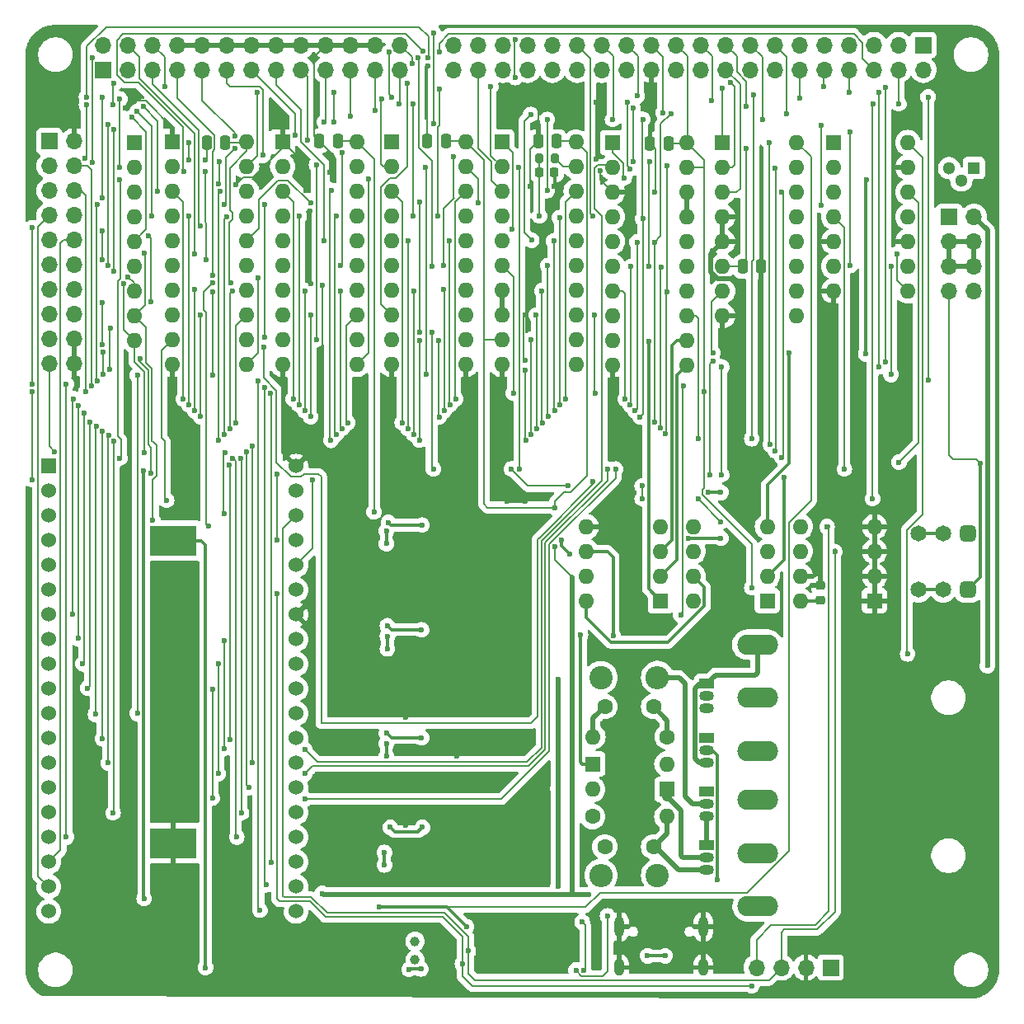
<source format=gbr>
%TF.GenerationSoftware,KiCad,Pcbnew,8.0.8*%
%TF.CreationDate,2025-03-16T16:52:42+08:00*%
%TF.ProjectId,temp_pro,74656d70-5f70-4726-9f2e-6b696361645f,rev?*%
%TF.SameCoordinates,Original*%
%TF.FileFunction,Copper,L2,Bot*%
%TF.FilePolarity,Positive*%
%FSLAX46Y46*%
G04 Gerber Fmt 4.6, Leading zero omitted, Abs format (unit mm)*
G04 Created by KiCad (PCBNEW 8.0.8) date 2025-03-16 16:52:42*
%MOMM*%
%LPD*%
G01*
G04 APERTURE LIST*
G04 Aperture macros list*
%AMRoundRect*
0 Rectangle with rounded corners*
0 $1 Rounding radius*
0 $2 $3 $4 $5 $6 $7 $8 $9 X,Y pos of 4 corners*
0 Add a 4 corners polygon primitive as box body*
4,1,4,$2,$3,$4,$5,$6,$7,$8,$9,$2,$3,0*
0 Add four circle primitives for the rounded corners*
1,1,$1+$1,$2,$3*
1,1,$1+$1,$4,$5*
1,1,$1+$1,$6,$7*
1,1,$1+$1,$8,$9*
0 Add four rect primitives between the rounded corners*
20,1,$1+$1,$2,$3,$4,$5,0*
20,1,$1+$1,$4,$5,$6,$7,0*
20,1,$1+$1,$6,$7,$8,$9,0*
20,1,$1+$1,$8,$9,$2,$3,0*%
G04 Aperture macros list end*
%TA.AperFunction,ComponentPad*%
%ADD10O,4.191000X2.095500*%
%TD*%
%TA.AperFunction,ComponentPad*%
%ADD11O,1.600000X1.600000*%
%TD*%
%TA.AperFunction,ComponentPad*%
%ADD12R,1.600000X1.600000*%
%TD*%
%TA.AperFunction,ComponentPad*%
%ADD13R,1.500000X1.050000*%
%TD*%
%TA.AperFunction,ComponentPad*%
%ADD14O,1.500000X1.050000*%
%TD*%
%TA.AperFunction,ComponentPad*%
%ADD15O,1.700000X1.700000*%
%TD*%
%TA.AperFunction,ComponentPad*%
%ADD16R,1.700000X1.700000*%
%TD*%
%TA.AperFunction,ComponentPad*%
%ADD17C,1.600000*%
%TD*%
%TA.AperFunction,ComponentPad*%
%ADD18C,1.000000*%
%TD*%
%TA.AperFunction,ComponentPad*%
%ADD19C,1.300000*%
%TD*%
%TA.AperFunction,ComponentPad*%
%ADD20R,1.300000X1.300000*%
%TD*%
%TA.AperFunction,HeatsinkPad*%
%ADD21O,1.000000X2.100000*%
%TD*%
%TA.AperFunction,HeatsinkPad*%
%ADD22O,1.000000X1.800000*%
%TD*%
%TA.AperFunction,ComponentPad*%
%ADD23RoundRect,0.412500X0.412500X0.412500X-0.412500X0.412500X-0.412500X-0.412500X0.412500X-0.412500X0*%
%TD*%
%TA.AperFunction,ComponentPad*%
%ADD24C,1.650000*%
%TD*%
%TA.AperFunction,ComponentPad*%
%ADD25R,1.530000X1.530000*%
%TD*%
%TA.AperFunction,ComponentPad*%
%ADD26C,1.530000*%
%TD*%
%TA.AperFunction,SMDPad,CuDef*%
%ADD27RoundRect,0.250000X-0.250000X-0.475000X0.250000X-0.475000X0.250000X0.475000X-0.250000X0.475000X0*%
%TD*%
%TA.AperFunction,SMDPad,CuDef*%
%ADD28RoundRect,0.225000X-0.250000X0.225000X-0.250000X-0.225000X0.250000X-0.225000X0.250000X0.225000X0*%
%TD*%
%TA.AperFunction,ComponentPad*%
%ADD29C,2.400000*%
%TD*%
%TA.AperFunction,ComponentPad*%
%ADD30O,2.400000X2.400000*%
%TD*%
%TA.AperFunction,SMDPad,CuDef*%
%ADD31RoundRect,0.225000X-0.225000X-0.250000X0.225000X-0.250000X0.225000X0.250000X-0.225000X0.250000X0*%
%TD*%
%TA.AperFunction,SMDPad,CuDef*%
%ADD32RoundRect,0.200000X0.200000X0.275000X-0.200000X0.275000X-0.200000X-0.275000X0.200000X-0.275000X0*%
%TD*%
%TA.AperFunction,SMDPad,CuDef*%
%ADD33RoundRect,0.250000X0.250000X0.475000X-0.250000X0.475000X-0.250000X-0.475000X0.250000X-0.475000X0*%
%TD*%
%TA.AperFunction,SMDPad,CuDef*%
%ADD34R,4.780000X3.150000*%
%TD*%
%TA.AperFunction,ViaPad*%
%ADD35C,0.600000*%
%TD*%
%TA.AperFunction,Conductor*%
%ADD36C,0.500000*%
%TD*%
%TA.AperFunction,Conductor*%
%ADD37C,0.200000*%
%TD*%
%TA.AperFunction,Conductor*%
%ADD38C,0.300000*%
%TD*%
%TA.AperFunction,Conductor*%
%ADD39C,1.000000*%
%TD*%
G04 APERTURE END LIST*
D10*
%TO.P,Q1,B*%
%TO.N,Net-(Q3-C)*%
X179295000Y-125489000D03*
%TO.P,Q1,C*%
%TO.N,-12V*%
X179295000Y-130950000D03*
%TO.P,Q1,E*%
%TO.N,Net-(Q1-PadE)*%
X179295000Y-136411000D03*
%TD*%
D11*
%TO.P,U12,20,VCC*%
%TO.N,+5V*%
X172020000Y-57990000D03*
%TO.P,U12,19,ILE(BYTE1/~BYTE2)*%
X172020000Y-60530000D03*
%TO.P,U12,18,~WR2*%
%TO.N,GND*%
X172020000Y-63070000D03*
%TO.P,U12,17,~XFER*%
X172020000Y-65610000D03*
%TO.P,U12,16,DI4*%
%TO.N,/D4*%
X172020000Y-68150000D03*
%TO.P,U12,15,DI5*%
%TO.N,/D5*%
X172020000Y-70690000D03*
%TO.P,U12,14,DI6*%
%TO.N,/D6*%
X172020000Y-73230000D03*
%TO.P,U12,13,DI7*%
%TO.N,/D7*%
X172020000Y-75770000D03*
%TO.P,U12,12,IOUT2*%
%TO.N,/Iout2*%
X172020000Y-78310000D03*
%TO.P,U12,11,IOUT1*%
%TO.N,/Iout1*%
X172020000Y-80850000D03*
%TO.P,U12,10,GND*%
%TO.N,GND*%
X164400000Y-80850000D03*
%TO.P,U12,9,RFB*%
%TO.N,/RFB*%
X164400000Y-78310000D03*
%TO.P,U12,8,VREF*%
%TO.N,+5V*%
X164400000Y-75770000D03*
%TO.P,U12,7,DI0*%
%TO.N,/D0*%
X164400000Y-73230000D03*
%TO.P,U12,6,DI1*%
%TO.N,/D1*%
X164400000Y-70690000D03*
%TO.P,U12,5,DI2*%
%TO.N,/D2*%
X164400000Y-68150000D03*
%TO.P,U12,4,DI3*%
%TO.N,/D3*%
X164400000Y-65610000D03*
%TO.P,U12,3,GND_2*%
%TO.N,GND*%
X164400000Y-63070000D03*
%TO.P,U12,2,~WR1*%
%TO.N,/WR*%
X164400000Y-60530000D03*
D12*
%TO.P,U12,1,~CS*%
%TO.N,/CS1*%
X164400000Y-57990000D03*
%TD*%
D11*
%TO.P,U15,14,VCC*%
%TO.N,+5V*%
X194720000Y-57975000D03*
%TO.P,U15,13,4B*%
%TO.N,GND*%
X194720000Y-60515000D03*
%TO.P,U15,12,4A*%
%TO.N,/DTRA*%
X194720000Y-63055000D03*
%TO.P,U15,11,4Y*%
%TO.N,/PRN_INIT*%
X194720000Y-65595000D03*
%TO.P,U15,10,3B*%
%TO.N,GND*%
X194720000Y-68135000D03*
%TO.P,U15,9,3A*%
%TO.N,/PR_ERR*%
X194720000Y-70675000D03*
%TO.P,U15,8,3Y*%
%TO.N,/PRN_ERR*%
X194720000Y-73215000D03*
%TO.P,U15,7,GND*%
%TO.N,GND*%
X187100000Y-73215000D03*
%TO.P,U15,6,2Y*%
%TO.N,/PRN_LF*%
X187100000Y-70675000D03*
%TO.P,U15,5,2B*%
%TO.N,GND*%
X187100000Y-68135000D03*
%TO.P,U15,4,2A*%
%TO.N,/DTRB*%
X187100000Y-65595000D03*
%TO.P,U15,3,1Y*%
%TO.N,unconnected-(U15-1Y-Pad3)*%
X187100000Y-63055000D03*
%TO.P,U15,2,1B*%
%TO.N,unconnected-(U15-1B-Pad2)*%
X187100000Y-60515000D03*
D12*
%TO.P,U15,1,1A*%
%TO.N,unconnected-(U15-1A-Pad1)*%
X187100000Y-57975000D03*
%TD*%
D11*
%TO.P,RN1,9,R8*%
%TO.N,/SCL*%
X115300000Y-78270000D03*
%TO.P,RN1,8,R7*%
%TO.N,/SDA*%
X115300000Y-75730000D03*
%TO.P,RN1,7,R6*%
%TO.N,/USER1*%
X115300000Y-73190000D03*
%TO.P,RN1,6,R5*%
%TO.N,/PRN_ACK*%
X115300000Y-70650000D03*
%TO.P,RN1,5,R4*%
%TO.N,/PRN_BUSY*%
X115300000Y-68110000D03*
%TO.P,RN1,4,R3*%
%TO.N,/PRN_PAPER*%
X115300000Y-65570000D03*
%TO.P,RN1,3,R2*%
%TO.N,/PRN_STAT*%
X115300000Y-63030000D03*
%TO.P,RN1,2,R1*%
%TO.N,/PR_ERR*%
X115300000Y-60490000D03*
D12*
%TO.P,RN1,1,common*%
%TO.N,+5V*%
X115300000Y-57950000D03*
%TD*%
D13*
%TO.P,Q4,1,E*%
%TO.N,Net-(Q3-C)*%
X174050000Y-130150000D03*
D14*
%TO.P,Q4,2,B*%
%TO.N,Net-(D3-K)*%
X174050000Y-131420000D03*
%TO.P,Q4,3,C*%
%TO.N,-12V*%
X174050000Y-132690000D03*
%TD*%
D15*
%TO.P,J2,20,Pin_20*%
%TO.N,GND*%
X109100000Y-80700000D03*
%TO.P,J2,19,Pin_19*%
%TO.N,/RXD1*%
X106560000Y-80700000D03*
%TO.P,J2,18,Pin_18*%
%TO.N,GND*%
X109100000Y-78160000D03*
%TO.P,J2,17,Pin_17*%
%TO.N,/TXD1*%
X106560000Y-78160000D03*
%TO.P,J2,16,Pin_16*%
%TO.N,/CS7*%
X109100000Y-75620000D03*
%TO.P,J2,15,Pin_15*%
%TO.N,/RXD0*%
X106560000Y-75620000D03*
%TO.P,J2,14,Pin_14*%
%TO.N,/CS6*%
X109100000Y-73080000D03*
%TO.P,J2,13,Pin_13*%
%TO.N,/TXD0*%
X106560000Y-73080000D03*
%TO.P,J2,12,Pin_12*%
%TO.N,/CS5*%
X109100000Y-70540000D03*
%TO.P,J2,11,Pin_11*%
%TO.N,/SCL*%
X106560000Y-70540000D03*
%TO.P,J2,10,Pin_10*%
%TO.N,/SD3*%
X109100000Y-68000000D03*
%TO.P,J2,9,Pin_9*%
%TO.N,/SDA*%
X106560000Y-68000000D03*
%TO.P,J2,8,Pin_8*%
%TO.N,/SD2*%
X109100000Y-65460000D03*
%TO.P,J2,7,Pin_7*%
%TO.N,/CMD*%
X106560000Y-65460000D03*
%TO.P,J2,6,Pin_6*%
%TO.N,/SD1*%
X109100000Y-62920000D03*
%TO.P,J2,5,Pin_5*%
%TO.N,/CLK*%
X106560000Y-62920000D03*
%TO.P,J2,4,Pin_4*%
%TO.N,/SD0*%
X109100000Y-60380000D03*
%TO.P,J2,3,Pin_3*%
%TO.N,/IO15*%
X106560000Y-60380000D03*
%TO.P,J2,2,Pin_2*%
%TO.N,GND*%
X109100000Y-57840000D03*
D16*
%TO.P,J2,1,Pin_1*%
%TO.N,+5V*%
X106560000Y-57840000D03*
%TD*%
D12*
%TO.P,U1,1,1OUT*%
%TO.N,/RFB*%
X169320000Y-105050000D03*
D11*
%TO.P,U1,2,1IN-*%
%TO.N,/Iout1*%
X169320000Y-102510000D03*
%TO.P,U1,3,1IN+*%
%TO.N,/Iout2*%
X169320000Y-99970000D03*
%TO.P,U1,4,GND*%
%TO.N,-12VD*%
X169320000Y-97430000D03*
%TO.P,U1,5,2IN+*%
%TO.N,GND*%
X161700000Y-97430000D03*
%TO.P,U1,6,2IN-*%
%TO.N,Net-(U1-2IN-)*%
X161700000Y-99970000D03*
%TO.P,U1,7,2OUT*%
%TO.N,/DAO1*%
X161700000Y-102510000D03*
%TO.P,U1,8,VCC*%
%TO.N,+12VD*%
X161700000Y-105050000D03*
%TD*%
D12*
%TO.P,D2,1,K*%
%TO.N,/DAO1*%
X162360000Y-121800000D03*
D11*
%TO.P,D2,2,A*%
%TO.N,Net-(D2-A)*%
X169980000Y-121800000D03*
%TD*%
D17*
%TO.P,R6,1*%
%TO.N,Net-(D3-K)*%
X162350000Y-127200000D03*
D11*
%TO.P,R6,2*%
%TO.N,-12V*%
X169970000Y-127200000D03*
%TD*%
D13*
%TO.P,Q2,1,E*%
%TO.N,Net-(Q2-E)*%
X174050000Y-119080000D03*
D14*
%TO.P,Q2,2,B*%
%TO.N,Net-(Q2-B)*%
X174050000Y-120350000D03*
%TO.P,Q2,3,C*%
%TO.N,Net-(Q2-C)*%
X174050000Y-121620000D03*
%TD*%
D13*
%TO.P,Q3,1,E*%
%TO.N,Net-(Q2-E)*%
X174050000Y-124620000D03*
D14*
%TO.P,Q3,2,B*%
%TO.N,/PWA*%
X174050000Y-125890000D03*
%TO.P,Q3,3,C*%
%TO.N,Net-(Q3-C)*%
X174050000Y-127160000D03*
%TD*%
D13*
%TO.P,Q8,1,E*%
%TO.N,Net-(Q2-C)*%
X174050000Y-113550000D03*
D14*
%TO.P,Q8,2,B*%
%TO.N,Net-(D2-A)*%
X174050000Y-114820000D03*
%TO.P,Q8,3,C*%
%TO.N,+12V*%
X174050000Y-116090000D03*
%TD*%
D17*
%TO.P,C4,1*%
%TO.N,+12V*%
X168610000Y-115900000D03*
%TO.P,C4,2*%
%TO.N,Net-(D2-A)*%
X163610000Y-115900000D03*
%TD*%
D12*
%TO.P,U11,1,VOS*%
%TO.N,unconnected-(U11-VOS-Pad1)*%
X180300000Y-105040000D03*
D11*
%TO.P,U11,2,-*%
%TO.N,/AD592_in*%
X180300000Y-102500000D03*
%TO.P,U11,3,+*%
%TO.N,GND*%
X180300000Y-99960000D03*
%TO.P,U11,4,V-*%
%TO.N,-12VD*%
X180300000Y-97420000D03*
%TO.P,U11,5,NC*%
%TO.N,unconnected-(U11-NC-Pad5)*%
X172680000Y-97420000D03*
%TO.P,U11,6*%
%TO.N,Net-(C18-Pad2)*%
X172680000Y-99960000D03*
%TO.P,U11,7,V+*%
%TO.N,+12VD*%
X172680000Y-102500000D03*
%TO.P,U11,8,VOS*%
%TO.N,unconnected-(U11-VOS-Pad8)*%
X172680000Y-105040000D03*
%TD*%
D18*
%TO.P,Y1,1,1*%
%TO.N,Net-(U7-OSCI)*%
X144120000Y-140020000D03*
%TO.P,Y1,2,2*%
%TO.N,Net-(U7-OSCO)*%
X144120000Y-141920000D03*
%TD*%
D15*
%TO.P,J1,26,Pin_26*%
%TO.N,GND*%
X142600000Y-48000000D03*
%TO.P,J1,25,Pin_25*%
%TO.N,/PRN_STAT*%
X142600000Y-50540000D03*
%TO.P,J1,24,Pin_24*%
%TO.N,GND*%
X140060000Y-48000000D03*
%TO.P,J1,23,Pin_23*%
%TO.N,/PRN_PAPER*%
X140060000Y-50540000D03*
%TO.P,J1,22,Pin_22*%
%TO.N,GND*%
X137520000Y-48000000D03*
%TO.P,J1,21,Pin_21*%
%TO.N,/PRN_BUSY*%
X137520000Y-50540000D03*
%TO.P,J1,20,Pin_20*%
%TO.N,GND*%
X134980000Y-48000000D03*
%TO.P,J1,19,Pin_19*%
%TO.N,/PRN_ACK*%
X134980000Y-50540000D03*
%TO.P,J1,18,Pin_18*%
%TO.N,GND*%
X132440000Y-48000000D03*
%TO.P,J1,17,Pin_17*%
%TO.N,/PRN_D7*%
X132440000Y-50540000D03*
%TO.P,J1,16,Pin_16*%
%TO.N,GND*%
X129900000Y-48000000D03*
%TO.P,J1,15,Pin_15*%
%TO.N,/PRN_D6*%
X129900000Y-50540000D03*
%TO.P,J1,14,Pin_14*%
%TO.N,GND*%
X127360000Y-48000000D03*
%TO.P,J1,13,Pin_13*%
%TO.N,/PRN_D5*%
X127360000Y-50540000D03*
%TO.P,J1,12,Pin_12*%
%TO.N,GND*%
X124820000Y-48000000D03*
%TO.P,J1,11,Pin_11*%
%TO.N,/PRN_D4*%
X124820000Y-50540000D03*
%TO.P,J1,10,Pin_10*%
%TO.N,GND*%
X122280000Y-48000000D03*
%TO.P,J1,9,Pin_9*%
%TO.N,/PRN_D3*%
X122280000Y-50540000D03*
%TO.P,J1,8,Pin_8*%
%TO.N,GND*%
X119740000Y-48000000D03*
%TO.P,J1,7,Pin_7*%
%TO.N,/PRN_D2*%
X119740000Y-50540000D03*
%TO.P,J1,6,Pin_6*%
%TO.N,/PRN_INIT*%
X117200000Y-48000000D03*
%TO.P,J1,5,Pin_5*%
%TO.N,/PRN_D1*%
X117200000Y-50540000D03*
%TO.P,J1,4,Pin_4*%
%TO.N,/PRN_ERR*%
X114660000Y-48000000D03*
%TO.P,J1,3,Pin_3*%
%TO.N,/PRN_D0*%
X114660000Y-50540000D03*
%TO.P,J1,2,Pin_2*%
%TO.N,/PRN_LF*%
X112120000Y-48000000D03*
D16*
%TO.P,J1,1,Pin_1*%
%TO.N,/PRN_STROBE*%
X112120000Y-50540000D03*
%TD*%
D11*
%TO.P,U9,20,VCC*%
%TO.N,+5V*%
X160650000Y-57910000D03*
%TO.P,U9,19,CLK_R*%
%TO.N,Net-(U9-CLK_R)*%
X160650000Y-60450000D03*
%TO.P,U9,18,DB0*%
%TO.N,/D0*%
X160650000Y-62990000D03*
%TO.P,U9,17,DB1*%
%TO.N,/D1*%
X160650000Y-65530000D03*
%TO.P,U9,16,DB2*%
%TO.N,/D2*%
X160650000Y-68070000D03*
%TO.P,U9,15,DB3*%
%TO.N,/D3*%
X160650000Y-70610000D03*
%TO.P,U9,14,DB4*%
%TO.N,/D4*%
X160650000Y-73150000D03*
%TO.P,U9,13,DB5*%
%TO.N,/D5*%
X160650000Y-75690000D03*
%TO.P,U9,12,DB6*%
%TO.N,/D6*%
X160650000Y-78230000D03*
%TO.P,U9,11,DB7*%
%TO.N,/D7*%
X160650000Y-80770000D03*
%TO.P,U9,10,DGND*%
%TO.N,GND*%
X153030000Y-80770000D03*
%TO.P,U9,9,VREF/2*%
%TO.N,+5V*%
X153030000Y-78230000D03*
%TO.P,U9,8,AGND*%
%TO.N,GND*%
X153030000Y-75690000D03*
%TO.P,U9,7,VIN(-)*%
X153030000Y-73150000D03*
%TO.P,U9,6,VIN(+)*%
%TO.N,/AMP1*%
X153030000Y-70610000D03*
%TO.P,U9,5,~INTR*%
%TO.N,unconnected-(U9-~INTR-Pad5)*%
X153030000Y-68070000D03*
%TO.P,U9,4,CLK_IN*%
%TO.N,Net-(U9-CLK_IN)*%
X153030000Y-65530000D03*
%TO.P,U9,3,~WR*%
%TO.N,/WR*%
X153030000Y-62990000D03*
%TO.P,U9,2,~RD*%
%TO.N,/RD*%
X153030000Y-60450000D03*
D12*
%TO.P,U9,1,~CS*%
%TO.N,/CS3*%
X153030000Y-57910000D03*
%TD*%
D17*
%TO.P,R5,1*%
%TO.N,+12V*%
X170010000Y-119000000D03*
D11*
%TO.P,R5,2*%
%TO.N,Net-(D2-A)*%
X162390000Y-119000000D03*
%TD*%
D12*
%TO.P,D3,1,K*%
%TO.N,Net-(D3-K)*%
X169980000Y-124400000D03*
D11*
%TO.P,D3,2,A*%
%TO.N,/DAO1*%
X162360000Y-124400000D03*
%TD*%
D15*
%TO.P,J7,4,Pin_4*%
%TO.N,/SDA*%
X179180000Y-142700000D03*
%TO.P,J7,3,Pin_3*%
%TO.N,/SCL*%
X181720000Y-142700000D03*
%TO.P,J7,2,Pin_2*%
%TO.N,GND*%
X184260000Y-142700000D03*
D16*
%TO.P,J7,1,Pin_1*%
%TO.N,+5V*%
X186800000Y-142700000D03*
%TD*%
D19*
%TO.P,U2,3,-*%
%TO.N,-12VD*%
X198960000Y-60600000D03*
%TO.P,U2,2,NC*%
%TO.N,unconnected-(U2-NC-Pad2)*%
X200220000Y-61870000D03*
D20*
%TO.P,U2,1,+*%
%TO.N,/AD592_in*%
X201500000Y-60600000D03*
%TD*%
D11*
%TO.P,U16,20,VCC*%
%TO.N,+5V*%
X149345000Y-57911000D03*
%TO.P,U16,19,2OE*%
%TO.N,/CS2*%
X149345000Y-60451000D03*
%TO.P,U16,18,1Y0*%
%TO.N,/D0*%
X149345000Y-62991000D03*
%TO.P,U16,17,2A0*%
%TO.N,/PRN_ACK*%
X149345000Y-65531000D03*
%TO.P,U16,16,1Y1*%
%TO.N,/D1*%
X149345000Y-68071000D03*
%TO.P,U16,15,2A1*%
%TO.N,/USER1*%
X149345000Y-70611000D03*
%TO.P,U16,14,1Y2*%
%TO.N,/D2*%
X149345000Y-73151000D03*
%TO.P,U16,13,2A2*%
%TO.N,unconnected-(U16-2A2-Pad13)*%
X149345000Y-75691000D03*
%TO.P,U16,12,1Y3*%
%TO.N,/D3*%
X149345000Y-78231000D03*
%TO.P,U16,11,2A3*%
%TO.N,GND*%
X149345000Y-80771000D03*
%TO.P,U16,10,GND*%
X141725000Y-80771000D03*
%TO.P,U16,9,2Y3*%
%TO.N,/D7*%
X141725000Y-78231000D03*
%TO.P,U16,8,1A3*%
%TO.N,/PRN_BUSY*%
X141725000Y-75691000D03*
%TO.P,U16,7,2Y2*%
%TO.N,/D6*%
X141725000Y-73151000D03*
%TO.P,U16,6,1A2*%
%TO.N,/PRN_PAPER*%
X141725000Y-70611000D03*
%TO.P,U16,5,2Y1*%
%TO.N,/D5*%
X141725000Y-68071000D03*
%TO.P,U16,4,1A1*%
%TO.N,/PRN_STAT*%
X141725000Y-65531000D03*
%TO.P,U16,3,2Y0*%
%TO.N,/D4*%
X141725000Y-62991000D03*
%TO.P,U16,2,1A0*%
%TO.N,/PR_ERR*%
X141725000Y-60451000D03*
D12*
%TO.P,U16,1,1OE*%
%TO.N,/CS2*%
X141725000Y-57911000D03*
%TD*%
D21*
%TO.P,J4,S1,SHIELD*%
%TO.N,GND*%
X165080000Y-138515000D03*
D22*
X165080000Y-142695000D03*
D21*
X173720000Y-138515000D03*
D22*
X173720000Y-142695000D03*
%TD*%
D10*
%TO.P,Q7,B*%
%TO.N,Net-(Q2-C)*%
X179270000Y-109528000D03*
%TO.P,Q7,C*%
%TO.N,+12V*%
X179270000Y-114989000D03*
%TO.P,Q7,E*%
%TO.N,Net-(Q2-B)*%
X179270000Y-120450000D03*
%TD*%
D23*
%TO.P,RV1,1,1*%
%TO.N,+12VD*%
X200900000Y-98150000D03*
D24*
%TO.P,RV1,2,2*%
%TO.N,Net-(R8-Pad1)*%
X198360000Y-98150000D03*
%TO.P,RV1,3,3*%
X195820000Y-98150000D03*
%TD*%
D11*
%TO.P,U3,20,VCC*%
%TO.N,+5V*%
X138145000Y-57911000D03*
%TO.P,U3,19,O7*%
%TO.N,/PRN_D7*%
X138145000Y-60451000D03*
%TO.P,U3,18,D7*%
%TO.N,/D7*%
X138145000Y-62991000D03*
%TO.P,U3,17,D6*%
%TO.N,/D6*%
X138145000Y-65531000D03*
%TO.P,U3,16,O6*%
%TO.N,/PRN_D6*%
X138145000Y-68071000D03*
%TO.P,U3,15,O5*%
%TO.N,/PRN_D5*%
X138145000Y-70611000D03*
%TO.P,U3,14,D5*%
%TO.N,/D5*%
X138145000Y-73151000D03*
%TO.P,U3,13,D4*%
%TO.N,/D4*%
X138145000Y-75691000D03*
%TO.P,U3,12,O4*%
%TO.N,/PRN_D4*%
X138145000Y-78231000D03*
%TO.P,U3,11,Cp*%
%TO.N,/CS0*%
X138145000Y-80771000D03*
%TO.P,U3,10,GND*%
%TO.N,GND*%
X130525000Y-80771000D03*
%TO.P,U3,9,O3*%
%TO.N,/PRN_D3*%
X130525000Y-78231000D03*
%TO.P,U3,8,D3*%
%TO.N,/D3*%
X130525000Y-75691000D03*
%TO.P,U3,7,D2*%
%TO.N,/D2*%
X130525000Y-73151000D03*
%TO.P,U3,6,O2*%
%TO.N,/PRN_D2*%
X130525000Y-70611000D03*
%TO.P,U3,5,O1*%
%TO.N,/PRN_D1*%
X130525000Y-68071000D03*
%TO.P,U3,4,D1*%
%TO.N,/D1*%
X130525000Y-65531000D03*
%TO.P,U3,3,D0*%
%TO.N,/D0*%
X130525000Y-62991000D03*
%TO.P,U3,2,O0*%
%TO.N,/PRN_D0*%
X130525000Y-60451000D03*
D12*
%TO.P,U3,1,OE*%
%TO.N,GND*%
X130525000Y-57911000D03*
%TD*%
D11*
%TO.P,U5,16,VCC*%
%TO.N,+3.3V*%
X183320000Y-57976000D03*
%TO.P,U5,15,~{Y0}*%
%TO.N,/CS0*%
X183320000Y-60516000D03*
%TO.P,U5,14,~{Y1}*%
%TO.N,/CS1*%
X183320000Y-63056000D03*
%TO.P,U5,13,~{Y2}*%
%TO.N,/CS2*%
X183320000Y-65596000D03*
%TO.P,U5,12,~{Y3}*%
%TO.N,/CS3*%
X183320000Y-68136000D03*
%TO.P,U5,11,~{Y4}*%
%TO.N,/CS4*%
X183320000Y-70676000D03*
%TO.P,U5,10,~{Y5}*%
%TO.N,/CS5*%
X183320000Y-73216000D03*
%TO.P,U5,9,~{Y6}*%
%TO.N,/CS6*%
X183320000Y-75756000D03*
%TO.P,U5,8,GND*%
%TO.N,GND*%
X175700000Y-75756000D03*
%TO.P,U5,7,~{Y7}*%
%TO.N,/CS7*%
X175700000Y-73216000D03*
%TO.P,U5,6,E2*%
%TO.N,+3.3V*%
X175700000Y-70676000D03*
%TO.P,U5,5,~{E1}*%
%TO.N,GND*%
X175700000Y-68136000D03*
%TO.P,U5,4,~{E0}*%
X175700000Y-65596000D03*
%TO.P,U5,3,A2*%
%TO.N,/A2*%
X175700000Y-63056000D03*
%TO.P,U5,2,A1*%
%TO.N,/A1*%
X175700000Y-60516000D03*
D12*
%TO.P,U5,1,A0*%
%TO.N,/A0*%
X175700000Y-57976000D03*
%TD*%
D15*
%TO.P,J3,40,Pin_40*%
%TO.N,/RD*%
X148060000Y-50500000D03*
%TO.P,J3,39,Pin_39*%
%TO.N,unconnected-(J3-Pin_39-Pad39)*%
X148060000Y-47960000D03*
%TO.P,J3,38,Pin_38*%
%TO.N,/WR*%
X150600000Y-50500000D03*
%TO.P,J3,37,Pin_37*%
%TO.N,unconnected-(J3-Pin_37-Pad37)*%
X150600000Y-47960000D03*
%TO.P,J3,36,Pin_36*%
%TO.N,unconnected-(J3-Pin_36-Pad36)*%
X153140000Y-50500000D03*
%TO.P,J3,35,Pin_35*%
%TO.N,unconnected-(J3-Pin_35-Pad35)*%
X153140000Y-47960000D03*
%TO.P,J3,34,Pin_34*%
%TO.N,unconnected-(J3-Pin_34-Pad34)*%
X155680000Y-50500000D03*
%TO.P,J3,33,Pin_33*%
%TO.N,unconnected-(J3-Pin_33-Pad33)*%
X155680000Y-47960000D03*
%TO.P,J3,32,Pin_32*%
%TO.N,unconnected-(J3-Pin_32-Pad32)*%
X158220000Y-50500000D03*
%TO.P,J3,31,Pin_31*%
%TO.N,unconnected-(J3-Pin_31-Pad31)*%
X158220000Y-47960000D03*
%TO.P,J3,30,Pin_30*%
%TO.N,unconnected-(J3-Pin_30-Pad30)*%
X160760000Y-50500000D03*
%TO.P,J3,29,Pin_29*%
%TO.N,/D1*%
X160760000Y-47960000D03*
%TO.P,J3,28,Pin_28*%
%TO.N,unconnected-(J3-Pin_28-Pad28)*%
X163300000Y-50500000D03*
%TO.P,J3,27,Pin_27*%
%TO.N,/D0*%
X163300000Y-47960000D03*
%TO.P,J3,26,Pin_26*%
%TO.N,unconnected-(J3-Pin_26-Pad26)*%
X165840000Y-50500000D03*
%TO.P,J3,25,Pin_25*%
%TO.N,/D7*%
X165840000Y-47960000D03*
%TO.P,J3,24,Pin_24*%
%TO.N,GND*%
X168380000Y-50500000D03*
%TO.P,J3,23,Pin_23*%
%TO.N,/D2*%
X168380000Y-47960000D03*
%TO.P,J3,22,Pin_22*%
%TO.N,/A0*%
X170920000Y-50500000D03*
%TO.P,J3,21,Pin_21*%
%TO.N,+5V*%
X170920000Y-47960000D03*
%TO.P,J3,20,Pin_20*%
%TO.N,/A1*%
X173460000Y-50500000D03*
%TO.P,J3,19,Pin_19*%
%TO.N,/D6*%
X173460000Y-47960000D03*
%TO.P,J3,18,Pin_18*%
%TO.N,/A2*%
X176000000Y-50500000D03*
%TO.P,J3,17,Pin_17*%
%TO.N,/D5*%
X176000000Y-47960000D03*
%TO.P,J3,16,Pin_16*%
%TO.N,/A3*%
X178540000Y-50500000D03*
%TO.P,J3,15,Pin_15*%
%TO.N,/D3*%
X178540000Y-47960000D03*
%TO.P,J3,14,Pin_14*%
%TO.N,/A4*%
X181080000Y-50500000D03*
%TO.P,J3,13,Pin_13*%
%TO.N,/D4*%
X181080000Y-47960000D03*
%TO.P,J3,12,Pin_12*%
%TO.N,/A5*%
X183620000Y-50500000D03*
%TO.P,J3,11,Pin_11*%
%TO.N,unconnected-(J3-Pin_11-Pad11)*%
X183620000Y-47960000D03*
%TO.P,J3,10,Pin_10*%
%TO.N,/A6*%
X186160000Y-50500000D03*
%TO.P,J3,9,Pin_9*%
%TO.N,/A15*%
X186160000Y-47960000D03*
%TO.P,J3,8,Pin_8*%
%TO.N,/A7*%
X188700000Y-50500000D03*
%TO.P,J3,7,Pin_7*%
%TO.N,/A14*%
X188700000Y-47960000D03*
%TO.P,J3,6,Pin_6*%
%TO.N,/A8*%
X191240000Y-50500000D03*
%TO.P,J3,5,Pin_5*%
%TO.N,/A13*%
X191240000Y-47960000D03*
%TO.P,J3,4,Pin_4*%
%TO.N,/A9*%
X193780000Y-50500000D03*
%TO.P,J3,3,Pin_3*%
%TO.N,/A12*%
X193780000Y-47960000D03*
%TO.P,J3,2,Pin_2*%
%TO.N,/A10*%
X196320000Y-50500000D03*
D16*
%TO.P,J3,1,Pin_1*%
%TO.N,/A11*%
X196320000Y-47960000D03*
%TD*%
D25*
%TO.P,U4,1,3V3*%
%TO.N,+3.3V*%
X106500000Y-91220000D03*
D26*
%TO.P,U4,2,EN*%
%TO.N,unconnected-(U4-EN-Pad2)*%
X106500000Y-93760000D03*
%TO.P,U4,3,SENSOR_VP*%
%TO.N,unconnected-(U4-SENSOR_VP-Pad3)*%
X106500000Y-96300000D03*
%TO.P,U4,4,SENSOR_VN*%
%TO.N,unconnected-(U4-SENSOR_VN-Pad4)*%
X106500000Y-98840000D03*
%TO.P,U4,5,IO34*%
%TO.N,unconnected-(U4-IO34-Pad5)*%
X106500000Y-101380000D03*
%TO.P,U4,6,IO35*%
%TO.N,unconnected-(U4-IO35-Pad6)*%
X106500000Y-103920000D03*
%TO.P,U4,7,IO32*%
%TO.N,/D0*%
X106500000Y-106460000D03*
%TO.P,U4,8,IO33*%
%TO.N,/D1*%
X106500000Y-109000000D03*
%TO.P,U4,9,IO25*%
%TO.N,/D2*%
X106500000Y-111540000D03*
%TO.P,U4,10,IO26*%
%TO.N,/D3*%
X106500000Y-114080000D03*
%TO.P,U4,11,IO27*%
%TO.N,/D4*%
X106500000Y-116620000D03*
%TO.P,U4,12,IO14*%
%TO.N,/D5*%
X106500000Y-119160000D03*
%TO.P,U4,13,IO12*%
%TO.N,/D6*%
X106500000Y-121700000D03*
%TO.P,U4,14,GND1*%
%TO.N,GND*%
X106500000Y-124240000D03*
%TO.P,U4,15,IO13*%
%TO.N,/D7*%
X106500000Y-126780000D03*
%TO.P,U4,16,SD2*%
%TO.N,/SD2*%
X106500000Y-129320000D03*
%TO.P,U4,17,SD3*%
%TO.N,/SD3*%
X106500000Y-131860000D03*
%TO.P,U4,18,CMD*%
%TO.N,/CMD*%
X106500000Y-134400000D03*
%TO.P,U4,19,EXT_5V*%
%TO.N,+5V*%
X106500000Y-136940000D03*
%TO.P,U4,20,CLK*%
%TO.N,/CLK*%
X131900000Y-136940000D03*
%TO.P,U4,21,SD0*%
%TO.N,/SD0*%
X131900000Y-134400000D03*
%TO.P,U4,22,SD1*%
%TO.N,/SD1*%
X131900000Y-131860000D03*
%TO.P,U4,23,IO15*%
%TO.N,/IO15*%
X131900000Y-129320000D03*
%TO.P,U4,24,IO2*%
%TO.N,/A2*%
X131900000Y-126780000D03*
%TO.P,U4,25,IO0*%
%TO.N,/A1*%
X131900000Y-124240000D03*
%TO.P,U4,26,IO4*%
%TO.N,/A0*%
X131900000Y-121700000D03*
%TO.P,U4,27,IO16*%
%TO.N,/RXD1*%
X131900000Y-119160000D03*
%TO.P,U4,28,IO17*%
%TO.N,/TXD1*%
X131900000Y-116620000D03*
%TO.P,U4,29,IO5*%
%TO.N,/DTRB*%
X131900000Y-114080000D03*
%TO.P,U4,30,IO18*%
%TO.N,/RD*%
X131900000Y-111540000D03*
%TO.P,U4,31,IO19*%
%TO.N,/WR*%
X131900000Y-109000000D03*
%TO.P,U4,32,GND2*%
%TO.N,GND*%
X131900000Y-106460000D03*
%TO.P,U4,33,IO21*%
%TO.N,/SDA*%
X131900000Y-103920000D03*
%TO.P,U4,34,RXD0*%
%TO.N,/RXD0*%
X131900000Y-101380000D03*
%TO.P,U4,35,TXD0*%
%TO.N,/TXD0*%
X131900000Y-98840000D03*
%TO.P,U4,36,IO22*%
%TO.N,/SCL*%
X131900000Y-96300000D03*
%TO.P,U4,37,IO23*%
%TO.N,/DTRA*%
X131900000Y-93760000D03*
%TO.P,U4,38,GND3*%
%TO.N,GND*%
X131900000Y-91220000D03*
%TD*%
D12*
%TO.P,U8,1,A0*%
%TO.N,GND*%
X191300000Y-105040000D03*
D11*
%TO.P,U8,2,A1*%
X191300000Y-102500000D03*
%TO.P,U8,3,A2*%
X191300000Y-99960000D03*
%TO.P,U8,4,GND*%
X191300000Y-97420000D03*
%TO.P,U8,5,SDA*%
%TO.N,/SDA*%
X183680000Y-97420000D03*
%TO.P,U8,6,SCL*%
%TO.N,/SCL*%
X183680000Y-99960000D03*
%TO.P,U8,7,WP*%
%TO.N,GND*%
X183680000Y-102500000D03*
%TO.P,U8,8,VCC*%
%TO.N,+5V*%
X183680000Y-105040000D03*
%TD*%
%TO.P,U13,20,VCC*%
%TO.N,+5V*%
X126820000Y-57890000D03*
%TO.P,U13,19,O7*%
%TO.N,/PRN_STROBE*%
X126820000Y-60430000D03*
%TO.P,U13,18,D7*%
%TO.N,/D7*%
X126820000Y-62970000D03*
%TO.P,U13,17,D6*%
%TO.N,/D6*%
X126820000Y-65510000D03*
%TO.P,U13,16,O6*%
%TO.N,/A9*%
X126820000Y-68050000D03*
%TO.P,U13,15,O5*%
%TO.N,/A8*%
X126820000Y-70590000D03*
%TO.P,U13,14,D5*%
%TO.N,/D5*%
X126820000Y-73130000D03*
%TO.P,U13,13,D4*%
%TO.N,/D4*%
X126820000Y-75670000D03*
%TO.P,U13,12,O4*%
%TO.N,/A7*%
X126820000Y-78210000D03*
%TO.P,U13,11,Cp*%
%TO.N,/CS4*%
X126820000Y-80750000D03*
%TO.P,U13,10,GND*%
%TO.N,GND*%
X119200000Y-80750000D03*
%TO.P,U13,9,O3*%
%TO.N,/A6*%
X119200000Y-78210000D03*
%TO.P,U13,8,D3*%
%TO.N,/D3*%
X119200000Y-75670000D03*
%TO.P,U13,7,D2*%
%TO.N,/D2*%
X119200000Y-73130000D03*
%TO.P,U13,6,O2*%
%TO.N,/A5*%
X119200000Y-70590000D03*
%TO.P,U13,5,O1*%
%TO.N,/A4*%
X119200000Y-68050000D03*
%TO.P,U13,4,D1*%
%TO.N,/D1*%
X119200000Y-65510000D03*
%TO.P,U13,3,D0*%
%TO.N,/D0*%
X119200000Y-62970000D03*
%TO.P,U13,2,O0*%
%TO.N,/A3*%
X119200000Y-60430000D03*
D12*
%TO.P,U13,1,OE*%
%TO.N,GND*%
X119200000Y-57890000D03*
%TD*%
D17*
%TO.P,C6,1*%
%TO.N,Net-(D3-K)*%
X163610000Y-130300000D03*
%TO.P,C6,2*%
%TO.N,-12V*%
X168610000Y-130300000D03*
%TD*%
D15*
%TO.P,J5,8,Pin_8*%
%TO.N,/AD592_in*%
X201520000Y-73220000D03*
%TO.P,J5,7,Pin_7*%
X198980000Y-73220000D03*
%TO.P,J5,6,Pin_6*%
%TO.N,GND*%
X201520000Y-70680000D03*
%TO.P,J5,5,Pin_5*%
X198980000Y-70680000D03*
%TO.P,J5,4,Pin_4*%
X201520000Y-68140000D03*
%TO.P,J5,3,Pin_3*%
X198980000Y-68140000D03*
%TO.P,J5,2,Pin_2*%
%TO.N,/PWA*%
X201520000Y-65600000D03*
D16*
%TO.P,J5,1,Pin_1*%
X198980000Y-65600000D03*
%TD*%
D23*
%TO.P,RV2,1,1*%
%TO.N,/AD592_in*%
X200900000Y-103900000D03*
D24*
%TO.P,RV2,2,2*%
%TO.N,Net-(R10-Pad1)*%
X198360000Y-103900000D03*
%TO.P,RV2,3,3*%
X195820000Y-103900000D03*
%TD*%
D27*
%TO.P,C19,2*%
%TO.N,+5V*%
X170150000Y-58070000D03*
%TO.P,C19,1*%
%TO.N,GND*%
X168250000Y-58070000D03*
%TD*%
D28*
%TO.P,C20,1*%
%TO.N,GND*%
X185750000Y-103465000D03*
%TO.P,C20,2*%
%TO.N,+5V*%
X185750000Y-105015000D03*
%TD*%
D27*
%TO.P,C1,2*%
%TO.N,+5V*%
X124620000Y-57950000D03*
%TO.P,C1,1*%
%TO.N,GND*%
X122720000Y-57950000D03*
%TD*%
D29*
%TO.P,R2,1*%
%TO.N,Net-(Q2-B)*%
X169010000Y-133219000D03*
D30*
%TO.P,R2,2*%
%TO.N,/PWA*%
X169010000Y-112899000D03*
%TD*%
D31*
%TO.P,C16,2*%
%TO.N,GND*%
X158425000Y-61070000D03*
%TO.P,C16,1*%
%TO.N,Net-(U9-CLK_IN)*%
X156875000Y-61070000D03*
%TD*%
D27*
%TO.P,C24,2*%
%TO.N,+5V*%
X147275000Y-57811000D03*
%TO.P,C24,1*%
%TO.N,GND*%
X145375000Y-57811000D03*
%TD*%
D29*
%TO.P,R4,1*%
%TO.N,/PWA*%
X163210000Y-112919000D03*
D30*
%TO.P,R4,2*%
%TO.N,Net-(Q1-PadE)*%
X163210000Y-133239000D03*
%TD*%
D27*
%TO.P,C23,2*%
%TO.N,+5V*%
X136175000Y-57811000D03*
%TO.P,C23,1*%
%TO.N,GND*%
X134275000Y-57811000D03*
%TD*%
%TO.P,C15,2*%
%TO.N,+5V*%
X158650000Y-57820000D03*
%TO.P,C15,1*%
%TO.N,GND*%
X156750000Y-57820000D03*
%TD*%
D32*
%TO.P,R9,2*%
%TO.N,Net-(U9-CLK_IN)*%
X156825000Y-59570000D03*
%TO.P,R9,1*%
%TO.N,Net-(U9-CLK_R)*%
X158475000Y-59570000D03*
%TD*%
D33*
%TO.P,C25,2*%
%TO.N,+3.3V*%
X177780000Y-70726000D03*
%TO.P,C25,1*%
%TO.N,GND*%
X179680000Y-70726000D03*
%TD*%
D34*
%TO.P,BT2,1,+*%
%TO.N,Net-(BT2-+)*%
X119290000Y-98875000D03*
%TO.P,BT2,2,-*%
%TO.N,GND*%
X119290000Y-129915000D03*
%TD*%
D35*
%TO.N,GND*%
X164000000Y-95200000D03*
X148400000Y-108000000D03*
X148400000Y-109800000D03*
X177100000Y-72500000D03*
X148400000Y-121000000D03*
X148500000Y-119100000D03*
X133600000Y-119200000D03*
X133600000Y-123700000D03*
X140000000Y-116500000D03*
X140000000Y-118700000D03*
X156800000Y-53800000D03*
X162750000Y-53800000D03*
X162750000Y-59700000D03*
X163150000Y-60900000D03*
X114400000Y-54400000D03*
X125700000Y-62300000D03*
X123968480Y-62210883D03*
X124000000Y-59900000D03*
X134600000Y-72600000D03*
X133400000Y-72500000D03*
X133300000Y-65000000D03*
X132924265Y-62875735D03*
X120900000Y-58000000D03*
X120900000Y-59800000D03*
%TO.N,/A8*%
X120395452Y-60940784D03*
%TO.N,GND*%
X122600000Y-59800000D03*
%TO.N,/A8*%
X122600000Y-60990000D03*
%TO.N,GND*%
X135400000Y-61000000D03*
X143788656Y-49900000D03*
X145400000Y-50100000D03*
X168750000Y-63100000D03*
X158400000Y-62490000D03*
X155930000Y-62500000D03*
X155400000Y-75700000D03*
X155400000Y-80300000D03*
%TO.N,/D7*%
X155400000Y-81350000D03*
%TO.N,GND*%
X119700000Y-93600000D03*
X134400000Y-80800000D03*
X165700000Y-106000000D03*
X153541497Y-94860735D03*
X155400000Y-94860735D03*
X163500000Y-96600000D03*
X193800000Y-92325000D03*
%TO.N,-12VD*%
X190500000Y-61800000D03*
X182500000Y-79600000D03*
X190400000Y-79700000D03*
%TO.N,/A3*%
X154400000Y-51300000D03*
X141700000Y-53300000D03*
X154372885Y-47410000D03*
X113200000Y-51900000D03*
X141417670Y-48700000D03*
X110370000Y-54100003D03*
X113100000Y-54100000D03*
X110194715Y-59590000D03*
%TO.N,/A8*%
X146600000Y-48700000D03*
X144900000Y-48600000D03*
%TO.N,/PRN_INIT*%
X118400000Y-52200000D03*
%TO.N,/PRN_BUSY*%
X115000000Y-55400000D03*
%TO.N,/PRN_PAPER*%
X115575303Y-54799757D03*
%TO.N,/PRN_STAT*%
X116200000Y-54300000D03*
%TO.N,/A8*%
X122700000Y-70000000D03*
%TO.N,/PRN_PAPER*%
X144400000Y-49300000D03*
X145900000Y-70700000D03*
%TO.N,/A9*%
X193800000Y-54000000D03*
X191159998Y-54000000D03*
X191100000Y-94537500D03*
X175532500Y-96897057D03*
X173217721Y-94582279D03*
X167450000Y-94550000D03*
X167450000Y-93250000D03*
X153999997Y-91500000D03*
X146000000Y-91500000D03*
X145825000Y-77500000D03*
X144625000Y-77470000D03*
X144600000Y-64100000D03*
X159851470Y-93250000D03*
X133400000Y-64200000D03*
%TO.N,/D7*%
X178700000Y-88400000D03*
X178900000Y-53100000D03*
X166900000Y-53200000D03*
%TO.N,/D6*%
X174600000Y-53700000D03*
X165934313Y-53834313D03*
X166199999Y-60691622D03*
X169950000Y-60400000D03*
%TO.N,/D5*%
X178100000Y-54300000D03*
X166500000Y-54400000D03*
X166500000Y-59950000D03*
X168200000Y-59950000D03*
X168100000Y-70700000D03*
%TO.N,/D4*%
X182300000Y-55000000D03*
X170400000Y-55000000D03*
%TO.N,/D3*%
X167500000Y-55600000D03*
X179800000Y-55600000D03*
%TO.N,/D2*%
X156000000Y-55100000D03*
X169600000Y-54900000D03*
X156100000Y-68000000D03*
%TO.N,/D0*%
X164400000Y-55600000D03*
X157700000Y-55600000D03*
X157700000Y-62900000D03*
%TO.N,/D1*%
X162350000Y-65500000D03*
%TO.N,/RD*%
X151900000Y-52200000D03*
%TO.N,/PRN_ACK*%
X146600000Y-52500000D03*
X146445000Y-65500000D03*
%TO.N,/PRN_STAT*%
X143900000Y-54000000D03*
X143900000Y-65500000D03*
%TO.N,/A4*%
X145400000Y-49300000D03*
%TO.N,/PRN_LF*%
X146000000Y-56000000D03*
X146000000Y-46700000D03*
%TO.N,/A4*%
X110370000Y-53300000D03*
X112018080Y-53329643D03*
%TO.N,/PRN_D0*%
X110997396Y-60048867D03*
%TO.N,/A4*%
X112000000Y-63675499D03*
%TO.N,/A7*%
X162375785Y-92775785D03*
%TO.N,/DTRB*%
X132800000Y-125400000D03*
X123300000Y-125300000D03*
X123300000Y-114100000D03*
%TO.N,/RD*%
X132800000Y-122800000D03*
X123900000Y-122800000D03*
X123900000Y-111500000D03*
%TO.N,/WR*%
X124500000Y-120200000D03*
X132800000Y-120300000D03*
X124500000Y-109100000D03*
%TO.N,/A6*%
X118602343Y-94700000D03*
%TO.N,/SDA*%
X117200000Y-96800000D03*
%TO.N,/A5*%
X183600000Y-53400000D03*
X196800000Y-53300000D03*
X196820000Y-82400000D03*
X123300000Y-81900000D03*
X123300000Y-73300000D03*
%TO.N,/A7*%
X191775303Y-52800000D03*
X175600000Y-81000003D03*
X175600000Y-92100000D03*
X188700000Y-52800000D03*
X128600000Y-79000000D03*
X191759998Y-81000003D03*
%TO.N,/A6*%
X186100000Y-52200000D03*
X192400000Y-80500000D03*
X192400000Y-52300000D03*
X174700000Y-80400003D03*
X174400000Y-92100000D03*
%TO.N,/TXD0*%
X115900000Y-80200000D03*
%TO.N,/AMP1*%
X171650000Y-83000000D03*
X154200000Y-83700000D03*
%TO.N,+5V*%
X173800000Y-83600000D03*
X162600000Y-83700000D03*
X162500000Y-75700000D03*
X122900000Y-97400000D03*
X123300000Y-72400000D03*
X125243107Y-72415533D03*
%TO.N,/PRN_BUSY*%
X143300000Y-51900000D03*
%TO.N,+5V*%
X139900000Y-95900000D03*
X158500000Y-99500000D03*
X158490735Y-95460735D03*
X178700000Y-103700000D03*
%TO.N,+3.3V*%
X178100000Y-58576000D03*
%TO.N,+5V*%
X194700000Y-110500000D03*
%TO.N,/PRN_D7*%
X133097056Y-57700000D03*
%TO.N,/PRN_D6*%
X134800000Y-68100000D03*
%TO.N,/PRN_D5*%
X131825002Y-57200000D03*
X136602502Y-59015387D03*
X136500000Y-70600000D03*
%TO.N,/PRN_D4*%
X128520000Y-59300000D03*
X134000000Y-78200000D03*
X134000000Y-60300000D03*
%TO.N,/PRN_D3*%
X125600000Y-57300000D03*
X125600000Y-58600000D03*
X124500000Y-64300000D03*
X128700000Y-64300000D03*
X128700000Y-78000000D03*
%TO.N,/PRN_D2*%
X123300000Y-71600000D03*
%TO.N,/PRN_D1*%
X122100000Y-66500000D03*
%TO.N,/PRN_D0*%
X111017139Y-49258650D03*
%TO.N,/PRN_INIT*%
X135800000Y-52800000D03*
X135800000Y-55900000D03*
X185800000Y-64400000D03*
X185800000Y-56200000D03*
%TO.N,/A0*%
X175697537Y-52418081D03*
%TO.N,/A1*%
X176469551Y-51818081D03*
%TO.N,/PRN_LF*%
X188800000Y-56900000D03*
X188800000Y-70600000D03*
%TO.N,/PR_ERR*%
X145225000Y-81800000D03*
X193000000Y-81800000D03*
X193000000Y-70700000D03*
X145200000Y-60500000D03*
%TO.N,/PRN_ERR*%
X121500000Y-69400000D03*
X193600000Y-69400000D03*
%TO.N,/DTRB*%
X188200000Y-91500000D03*
X164700003Y-91500000D03*
%TO.N,/RD*%
X154730000Y-60500000D03*
X154800000Y-91500000D03*
X163900000Y-91500000D03*
%TO.N,/DTRA*%
X193800000Y-90800000D03*
%TO.N,/TXD0*%
X112000000Y-74400000D03*
X112000000Y-78708245D03*
%TO.N,/CS7*%
X174700000Y-79600000D03*
%TO.N,/SCL*%
X114204006Y-72439061D03*
%TO.N,/CS5*%
X112000000Y-70034313D03*
X112000000Y-67010000D03*
X116729265Y-67529265D03*
X117000000Y-74300000D03*
%TO.N,/CS4*%
X128000000Y-71900000D03*
%TO.N,/CS3*%
X154100000Y-66900000D03*
%TO.N,/CS0*%
X139300000Y-61700000D03*
%TO.N,/CS1*%
X165600000Y-61600000D03*
%TO.N,/CS2*%
X150600000Y-64200000D03*
%TO.N,Net-(U9-CLK_IN)*%
X156900000Y-65500000D03*
%TO.N,/USER1*%
X148100000Y-59400000D03*
%TO.N,/PR_ERR*%
X140660000Y-53500000D03*
%TO.N,/USER1*%
X147045000Y-70600000D03*
%TO.N,/PRN_ACK*%
X134800000Y-55900000D03*
%TO.N,/PRN_BUSY*%
X137500000Y-55300000D03*
%TO.N,/PRN_PAPER*%
X140000000Y-54700000D03*
%TO.N,/PRN_STAT*%
X142500000Y-54000000D03*
%TO.N,/PRN_STROBE*%
X127900000Y-52800000D03*
%TO.N,/PR_ERR*%
X113800000Y-53500000D03*
X113800000Y-60500000D03*
%TO.N,/PRN_STAT*%
X117700000Y-63000000D03*
%TO.N,/PRN_PAPER*%
X117100000Y-65500000D03*
%TO.N,/PRN_ACK*%
X112600000Y-70600000D03*
X112585421Y-56087851D03*
%TO.N,/USER1*%
X113219375Y-71200000D03*
X113200000Y-56600000D03*
X114658482Y-71780687D03*
%TO.N,/SCL*%
X124500000Y-96100000D03*
X124600000Y-89800000D03*
X116300000Y-89800000D03*
%TO.N,/SDA*%
X116300000Y-69300000D03*
%TO.N,/TXD0*%
X117002343Y-91937001D03*
X129950000Y-92000000D03*
%TO.N,/RXD0*%
X112800000Y-77000000D03*
X112765217Y-81300000D03*
X104796668Y-83599891D03*
X104810000Y-92600000D03*
X133600000Y-92600000D03*
%TO.N,/AD592_in*%
X182000000Y-92325000D03*
%TO.N,/A2*%
X181800000Y-90300000D03*
X181800000Y-63100000D03*
%TO.N,/A1*%
X181080000Y-60600000D03*
X181112149Y-89614579D03*
%TO.N,/A0*%
X180500000Y-58000000D03*
X180600000Y-89000000D03*
%TO.N,/RXD1*%
X125067827Y-91127781D03*
%TO.N,/IO15*%
X125400000Y-90400000D03*
%TO.N,/A2*%
X126234358Y-90378201D03*
%TO.N,/IO15*%
X113800000Y-61800000D03*
X113800000Y-90400000D03*
%TO.N,/D7*%
X113219375Y-88623517D03*
%TO.N,/D6*%
X112710685Y-88006071D03*
%TO.N,/D5*%
X112015113Y-87610870D03*
%TO.N,/D4*%
X111365642Y-87143761D03*
%TO.N,/IO15*%
X125800000Y-129300000D03*
%TO.N,/A2*%
X126300000Y-126800000D03*
%TO.N,/A1*%
X126826407Y-89742947D03*
X127100000Y-124200000D03*
%TO.N,/A0*%
X127434358Y-89142947D03*
X127434358Y-121700000D03*
%TO.N,/CLK*%
X111514579Y-82487851D03*
X111500000Y-64300000D03*
X128000000Y-82500000D03*
%TO.N,/SD0*%
X110900000Y-83000000D03*
X128634358Y-83100000D03*
%TO.N,/SD1*%
X129300000Y-83700000D03*
X110300000Y-83600000D03*
%TO.N,/D7*%
X155487851Y-88557526D03*
%TO.N,/D6*%
X156000000Y-87942947D03*
X156000000Y-78200000D03*
%TO.N,/D5*%
X156600000Y-87342947D03*
X156550000Y-75700000D03*
%TO.N,/D4*%
X157200000Y-86742947D03*
X157150000Y-73200000D03*
%TO.N,/D3*%
X157800000Y-86136636D03*
X157750000Y-70600000D03*
%TO.N,/D2*%
X158350000Y-68100000D03*
X158515429Y-85536549D03*
%TO.N,/D1*%
X158950000Y-65700000D03*
X159000000Y-84900000D03*
%TO.N,/D0*%
X159600000Y-84300000D03*
%TO.N,/D7*%
X144600000Y-88542947D03*
X144625000Y-78300000D03*
%TO.N,/D6*%
X144000000Y-87942947D03*
X144025000Y-73200000D03*
%TO.N,/D5*%
X143400000Y-87342947D03*
X143425000Y-68100000D03*
%TO.N,/D4*%
X142800000Y-86742947D03*
%TO.N,/D3*%
X146592294Y-86142947D03*
X146500000Y-78300000D03*
%TO.N,/D2*%
X147100000Y-85524697D03*
X147045000Y-73100000D03*
%TO.N,/D1*%
X147700000Y-84900000D03*
X147645000Y-68100000D03*
%TO.N,/D0*%
X148300000Y-84300000D03*
%TO.N,/D7*%
X135487851Y-88557526D03*
X135500000Y-62900000D03*
%TO.N,/D6*%
X136000000Y-87942947D03*
X136000000Y-65500000D03*
%TO.N,/D5*%
X136600000Y-87342947D03*
X136500000Y-73200000D03*
%TO.N,/D4*%
X137200000Y-86742947D03*
%TO.N,/D3*%
X133400000Y-86136636D03*
X133400000Y-75700000D03*
%TO.N,/D2*%
X132800000Y-85524697D03*
X132825000Y-73200000D03*
%TO.N,/D1*%
X132200000Y-84900000D03*
X132225000Y-65500000D03*
%TO.N,/D0*%
X131600000Y-84300000D03*
%TO.N,/D7*%
X123900000Y-88542947D03*
X124100000Y-63000000D03*
%TO.N,/D6*%
X124500000Y-87942947D03*
X124800000Y-65600000D03*
%TO.N,/D5*%
X125100000Y-87342947D03*
X125400000Y-73200000D03*
%TO.N,/D4*%
X125700000Y-86742947D03*
%TO.N,/D3*%
X122100000Y-86136636D03*
X122100000Y-75700000D03*
%TO.N,/D2*%
X121500000Y-85524697D03*
X121500000Y-73100000D03*
%TO.N,/D1*%
X120900000Y-84900000D03*
X120900000Y-65500000D03*
%TO.N,/D0*%
X120300000Y-84300000D03*
%TO.N,/D7*%
X173200000Y-88400000D03*
%TO.N,/D6*%
X169950000Y-73300000D03*
X169820000Y-87907947D03*
%TO.N,/D5*%
X169400000Y-70800000D03*
X169300000Y-87300000D03*
%TO.N,/D4*%
X168700000Y-68200000D03*
X168750000Y-86700000D03*
%TO.N,/D3*%
X167500000Y-65800000D03*
X167236969Y-86142947D03*
%TO.N,/D2*%
X166900000Y-68200000D03*
X166715058Y-85536636D03*
%TO.N,/D1*%
X166300000Y-70700000D03*
X166199757Y-84924697D03*
%TO.N,/D0*%
X165700000Y-84300000D03*
%TO.N,/TXD0*%
X129950000Y-98800000D03*
%TO.N,/D7*%
X113100000Y-126800000D03*
%TO.N,/D6*%
X112600000Y-121700000D03*
%TO.N,/D5*%
X112000000Y-119200000D03*
%TO.N,/D4*%
X111300000Y-116700000D03*
%TO.N,/D3*%
X110700000Y-86700000D03*
X110500000Y-114000000D03*
%TO.N,/D2*%
X110110000Y-85800000D03*
X110000000Y-111500000D03*
%TO.N,/D1*%
X109510000Y-84965642D03*
X109500000Y-108900000D03*
%TO.N,/D0*%
X109000000Y-84300000D03*
X108910000Y-106400000D03*
%TO.N,/SD2*%
X104810000Y-66714271D03*
X104810000Y-82800000D03*
X108310000Y-129300000D03*
X108310000Y-82800000D03*
%TO.N,/CLK*%
X128200000Y-136800000D03*
%TO.N,/SD0*%
X128800000Y-134200000D03*
%TO.N,/SD1*%
X129350000Y-131900000D03*
%TO.N,GND*%
X176300000Y-108500000D03*
%TO.N,+5V*%
X160280000Y-111100000D03*
%TO.N,-12VD*%
X172180000Y-98620001D03*
X175532500Y-98600000D03*
%TO.N,/SDA*%
X178700000Y-144570000D03*
%TO.N,+3.3V*%
X116300000Y-135600000D03*
%TO.N,Net-(BT2-+)*%
X122600000Y-142700000D03*
X143500000Y-142900000D03*
X144720000Y-142838065D03*
%TO.N,GND*%
X147900000Y-144300000D03*
%TO.N,/SDA*%
X186425000Y-97420000D03*
%TO.N,/SCL*%
X187225000Y-100000000D03*
%TO.N,/AMP1*%
X171400000Y-106500000D03*
%TO.N,+12VD*%
X174232500Y-93900000D03*
X175532500Y-93909620D03*
%TO.N,/AD592_in*%
X202150000Y-90900000D03*
%TO.N,/DAO1*%
X161100000Y-108500000D03*
%TO.N,/RFB*%
X168100000Y-78400000D03*
%TO.N,/PWA*%
X202900000Y-111700000D03*
%TO.N,-12V*%
X158780000Y-124300000D03*
X158780000Y-113100000D03*
X158780000Y-134400000D03*
%TO.N,GND*%
X156280000Y-137300000D03*
%TO.N,+3.3V*%
X149380000Y-138500000D03*
X116250000Y-91665000D03*
X140480000Y-136500000D03*
%TO.N,GND*%
X145080000Y-122900000D03*
X148480000Y-130300000D03*
X143180000Y-105700000D03*
X143280000Y-95000000D03*
X143180000Y-128100000D03*
X144980000Y-134100000D03*
X143180000Y-117000000D03*
X145280000Y-100500000D03*
X145080000Y-111700000D03*
X148480000Y-98800000D03*
X148480000Y-96500000D03*
X148480000Y-132200000D03*
%TO.N,+5V*%
X161980000Y-135200000D03*
X163880000Y-137400000D03*
X134580000Y-135100000D03*
X160637498Y-142970000D03*
%TO.N,/SCL*%
X149580000Y-141000000D03*
%TO.N,/SDA*%
X148980000Y-142300000D03*
X129950000Y-104265000D03*
%TO.N,/CFG1*%
X161437501Y-142970000D03*
X161275000Y-138005000D03*
%TO.N,+12VD*%
X159180000Y-98800000D03*
X159980000Y-100200000D03*
%TO.N,Net-(J4-CC2)*%
X168000000Y-141500000D03*
X169800000Y-141500000D03*
%TO.N,Net-(U6-SW)*%
X140980000Y-130870000D03*
X140980000Y-132170000D03*
%TO.N,Net-(U14-SW)*%
X141180000Y-97870000D03*
X141180000Y-99170000D03*
%TO.N,Net-(U10-SW)*%
X141180000Y-119707500D03*
X141180000Y-121007500D03*
%TO.N,Net-(U18-SW)*%
X141280000Y-109970000D03*
X141280000Y-108670000D03*
%TO.N,Net-(U1-2IN-)*%
X164470000Y-108650000D03*
%TO.N,/NFB4*%
X144880000Y-128300000D03*
X141580000Y-128300000D03*
%TO.N,/NFB1*%
X144825687Y-97267474D03*
X141380000Y-97000000D03*
%TO.N,/NFB3*%
X141180000Y-118600000D03*
X144792441Y-119097266D03*
%TO.N,/NFB2*%
X141280000Y-107600000D03*
X144790513Y-108010157D03*
%TO.N,Net-(Q2-B)*%
X175170000Y-133690000D03*
%TO.N,/RXD1*%
X125100000Y-119300000D03*
X107110000Y-89700000D03*
%TO.N,/TXD1*%
X115600000Y-81900000D03*
X115600000Y-116600000D03*
X112114579Y-81818825D03*
X112114579Y-79500000D03*
%TD*%
D36*
%TO.N,GND*%
X148400000Y-109800000D02*
X148400000Y-108000000D01*
X175166000Y-71966000D02*
X176566000Y-71966000D01*
X176566000Y-71966000D02*
X177100000Y-72500000D01*
X174450000Y-71250000D02*
X175166000Y-71966000D01*
X174450000Y-69386000D02*
X174450000Y-71250000D01*
X177100000Y-72500000D02*
X176900000Y-72300000D01*
X175700000Y-68136000D02*
X174450000Y-69386000D01*
X148500000Y-120900000D02*
X148400000Y-121000000D01*
X148500000Y-119100000D02*
X148500000Y-120900000D01*
D37*
X156750000Y-53850000D02*
X156800000Y-53800000D01*
X156750000Y-57820000D02*
X156750000Y-53850000D01*
X162750000Y-59700000D02*
X162750000Y-53800000D01*
%TO.N,/WR*%
X164170000Y-60300000D02*
X164400000Y-60530000D01*
X162901471Y-60300000D02*
X164170000Y-60300000D01*
X162550000Y-64800000D02*
X162550000Y-60651471D01*
X162550000Y-60651471D02*
X162901471Y-60300000D01*
%TO.N,GND*%
X163150000Y-61820000D02*
X163150000Y-60900000D01*
X164400000Y-63070000D02*
X163150000Y-61820000D01*
%TO.N,/WR*%
X163300000Y-65550000D02*
X162550000Y-64800000D01*
X163300000Y-92700099D02*
X163300000Y-65550000D01*
X157100000Y-98900099D02*
X163300000Y-92700099D01*
X155592500Y-121607500D02*
X157100000Y-120100000D01*
X157100000Y-120100000D02*
X157100000Y-98900099D01*
X134107500Y-121607500D02*
X155592500Y-121607500D01*
X132800000Y-120300000D02*
X134107500Y-121607500D01*
%TO.N,GND*%
X116448529Y-53700000D02*
X115100000Y-53700000D01*
X115100000Y-53700000D02*
X114400000Y-54400000D01*
X119200000Y-56451471D02*
X116448529Y-53700000D01*
X119200000Y-57890000D02*
X119200000Y-56451471D01*
X130525000Y-58475000D02*
X130525000Y-57911000D01*
X126470000Y-61530000D02*
X127470000Y-61530000D01*
X125700000Y-62300000D02*
X126470000Y-61530000D01*
X127470000Y-61530000D02*
X130525000Y-58475000D01*
%TO.N,+5V*%
X125100000Y-60594365D02*
X126820000Y-58874365D01*
X125400000Y-65200000D02*
X125100000Y-64900000D01*
X125400000Y-65848529D02*
X125400000Y-65200000D01*
X126820000Y-58874365D02*
X126820000Y-57890000D01*
X125048529Y-66200000D02*
X125400000Y-65848529D01*
X125000000Y-66200000D02*
X125048529Y-66200000D01*
X125000000Y-72172426D02*
X125000000Y-66200000D01*
X125100000Y-64900000D02*
X125100000Y-60594365D01*
X125243107Y-72415533D02*
X125000000Y-72172426D01*
%TO.N,GND*%
X124000000Y-62179363D02*
X123968480Y-62210883D01*
X124000000Y-59900000D02*
X124000000Y-62179363D01*
X134600000Y-80600000D02*
X134400000Y-80800000D01*
X133425000Y-72475000D02*
X133400000Y-72500000D01*
X134600000Y-72600000D02*
X134600000Y-80600000D01*
X133425000Y-65125000D02*
X133425000Y-72475000D01*
X130525000Y-57911000D02*
X132924265Y-60310265D01*
X133300000Y-65000000D02*
X133425000Y-65125000D01*
X132924265Y-60310265D02*
X132924265Y-62875735D01*
X120900000Y-58000000D02*
X120900000Y-59800000D01*
%TO.N,/A8*%
X120300000Y-56417156D02*
X120191422Y-56308578D01*
X120300000Y-60845332D02*
X120300000Y-56417156D01*
X120395452Y-60940784D02*
X120300000Y-60845332D01*
X120191422Y-56308578D02*
X118591421Y-54708578D01*
%TO.N,GND*%
X122720000Y-59680000D02*
X122600000Y-59800000D01*
X122720000Y-57950000D02*
X122720000Y-59680000D01*
%TO.N,/A8*%
X122600000Y-66151471D02*
X122700000Y-66251471D01*
X122600000Y-60990000D02*
X122600000Y-66151471D01*
X122700000Y-66251471D02*
X122700000Y-70000000D01*
%TO.N,GND*%
X135400000Y-61000000D02*
X135400000Y-58936000D01*
X135400000Y-58936000D02*
X134275000Y-57811000D01*
X133775062Y-49204938D02*
X134980000Y-48000000D01*
X133775062Y-57311062D02*
X133775062Y-49204938D01*
X134275000Y-57811000D02*
X133775062Y-57311062D01*
X143788656Y-49188656D02*
X142600000Y-48000000D01*
X143788656Y-49900000D02*
X143788656Y-49188656D01*
X145375000Y-50125000D02*
X145400000Y-50100000D01*
X145375000Y-57811000D02*
X145375000Y-50125000D01*
X168800000Y-63050000D02*
X168750000Y-63100000D01*
X168800000Y-58620000D02*
X168800000Y-63050000D01*
X168250000Y-58070000D02*
X168800000Y-58620000D01*
%TO.N,+5V*%
X171940000Y-58070000D02*
X172020000Y-57990000D01*
X170150000Y-58070000D02*
X171940000Y-58070000D01*
%TO.N,GND*%
X158400000Y-62490000D02*
X158400000Y-61095000D01*
X158400000Y-61095000D02*
X158425000Y-61070000D01*
X155930000Y-58640000D02*
X155930000Y-62500000D01*
X156750000Y-57820000D02*
X155930000Y-58640000D01*
%TO.N,/D2*%
X155330000Y-55770000D02*
X156000000Y-55100000D01*
X155330000Y-67230000D02*
X155330000Y-55770000D01*
X156100000Y-68000000D02*
X155330000Y-67230000D01*
%TO.N,GND*%
X155300000Y-80200000D02*
X155300000Y-75800000D01*
X155400000Y-80300000D02*
X155300000Y-80200000D01*
X155300000Y-75800000D02*
X155400000Y-75700000D01*
%TO.N,/D7*%
X155400000Y-88469675D02*
X155400000Y-81350000D01*
D38*
%TO.N,GND*%
X119200000Y-93100000D02*
X119700000Y-93600000D01*
X119200000Y-80750000D02*
X119200000Y-93100000D01*
X130525000Y-80771000D02*
X130525000Y-89845000D01*
X130525000Y-89845000D02*
X131900000Y-91220000D01*
D37*
%TO.N,/A7*%
X128600000Y-82151471D02*
X128600000Y-79000000D01*
X129900000Y-83451471D02*
X128600000Y-82151471D01*
X129900000Y-90800000D02*
X129900000Y-83451471D01*
X131385000Y-92285000D02*
X129900000Y-90800000D01*
X132415000Y-92285000D02*
X131385000Y-92285000D01*
X134186138Y-92000000D02*
X132700000Y-92000000D01*
X134500000Y-117600000D02*
X134500000Y-92313862D01*
X156000000Y-117600000D02*
X134500000Y-117600000D01*
X134500000Y-92313862D02*
X134186138Y-92000000D01*
X156700000Y-116900000D02*
X156000000Y-117600000D01*
X156700000Y-98734413D02*
X156700000Y-116900000D01*
X132700000Y-92000000D02*
X132415000Y-92285000D01*
X156917206Y-98517207D02*
X156700000Y-98734413D01*
%TO.N,+5V*%
X159550000Y-93850000D02*
X160101470Y-93850000D01*
X159500000Y-93800000D02*
X159550000Y-93850000D01*
X158490735Y-94809265D02*
X159500000Y-93800000D01*
X158490735Y-95460735D02*
X158490735Y-94809265D01*
X160101470Y-93850000D02*
X161750000Y-92201470D01*
D38*
%TO.N,GND*%
X155400000Y-94860735D02*
X153541497Y-94860735D01*
D37*
%TO.N,/A7*%
X162375785Y-92775785D02*
X162375785Y-93058628D01*
X162375785Y-93058628D02*
X156917206Y-98517207D01*
D38*
%TO.N,-12VD*%
X190400000Y-61900000D02*
X190500000Y-61800000D01*
X190400000Y-79700000D02*
X190400000Y-61900000D01*
X182500000Y-90905761D02*
X182500000Y-79600000D01*
X180300000Y-93105761D02*
X182500000Y-90905761D01*
X180300000Y-97420000D02*
X180300000Y-93105761D01*
D37*
%TO.N,/A3*%
X154300000Y-47482885D02*
X154372885Y-47410000D01*
X154300000Y-51200000D02*
X154300000Y-47482885D01*
X141417670Y-53017670D02*
X141700000Y-53300000D01*
X141417670Y-48700000D02*
X141417670Y-53017670D01*
X113100000Y-52000000D02*
X113200000Y-51900000D01*
X113100000Y-54100000D02*
X113100000Y-52000000D01*
X110370000Y-59414715D02*
X110370000Y-54100003D01*
X110194715Y-59590000D02*
X110370000Y-59414715D01*
X154400000Y-51300000D02*
X154300000Y-51200000D01*
%TO.N,/A8*%
X190090000Y-49350000D02*
X191240000Y-50500000D01*
X190090000Y-47723654D02*
X190090000Y-49350000D01*
X146600000Y-47793654D02*
X147583654Y-46810000D01*
X147583654Y-46810000D02*
X189176346Y-46810000D01*
X146600000Y-48700000D02*
X146600000Y-47793654D01*
X114150000Y-46850000D02*
X143150000Y-46850000D01*
X114293654Y-51800000D02*
X113510000Y-51016346D01*
X143150000Y-46850000D02*
X144900000Y-48600000D01*
X115682843Y-51800000D02*
X115600000Y-51800000D01*
X189176346Y-46810000D02*
X190090000Y-47723654D01*
X113510000Y-47490000D02*
X114150000Y-46850000D01*
X117582843Y-53700000D02*
X115682843Y-51800000D01*
X115600000Y-51800000D02*
X114293654Y-51800000D01*
X113510000Y-51016346D02*
X113510000Y-47490000D01*
%TO.N,/PRN_ERR*%
X115810000Y-49150000D02*
X114660000Y-48000000D01*
X115810000Y-51361470D02*
X115810000Y-49150000D01*
X117424265Y-52975735D02*
X115810000Y-51361470D01*
X121500000Y-57051471D02*
X117424265Y-52975735D01*
%TO.N,/PRN_INIT*%
X118400000Y-49200000D02*
X118400000Y-52200000D01*
X117200000Y-48000000D02*
X118400000Y-49200000D01*
%TO.N,/PRN_BUSY*%
X116500000Y-56900000D02*
X115000000Y-55400000D01*
X116500000Y-66910000D02*
X116500000Y-56900000D01*
%TO.N,/PRN_PAPER*%
X117100000Y-56324454D02*
X115575303Y-54799757D01*
X117100000Y-65500000D02*
X117100000Y-56324454D01*
%TO.N,/PRN_STAT*%
X117700000Y-55800000D02*
X116200000Y-54300000D01*
X117700000Y-63000000D02*
X117700000Y-55800000D01*
%TO.N,/A8*%
X118591421Y-54708578D02*
X117582843Y-53700000D01*
%TO.N,/PRN_PAPER*%
X144500000Y-49400000D02*
X144400000Y-49300000D01*
X144500000Y-58500000D02*
X144500000Y-49400000D01*
X145845000Y-59845000D02*
X144500000Y-58500000D01*
X145900000Y-70700000D02*
X145845000Y-70645000D01*
X145845000Y-70645000D02*
X145845000Y-59845000D01*
%TO.N,/A9*%
X193800000Y-54000000D02*
X193780000Y-53980000D01*
X193780000Y-53980000D02*
X193780000Y-50500000D01*
X191100000Y-54059998D02*
X191159998Y-54000000D01*
X191100000Y-94537500D02*
X191100000Y-54059998D01*
X175532499Y-96897057D02*
X175532500Y-96897057D01*
X167450000Y-93250000D02*
X167450000Y-94550000D01*
X173217721Y-94582279D02*
X175532499Y-96897057D01*
X155701471Y-93250000D02*
X159851470Y-93250000D01*
X153999997Y-91548526D02*
X155701471Y-93250000D01*
X145825000Y-91325000D02*
X146000000Y-91500000D01*
X144625000Y-64125000D02*
X144625000Y-77470000D01*
X144600000Y-64100000D02*
X144625000Y-64125000D01*
X131076506Y-61876506D02*
X133400000Y-64200000D01*
X130058949Y-61876506D02*
X131076506Y-61876506D01*
X145825000Y-77500000D02*
X145825000Y-91325000D01*
X128100000Y-63835455D02*
X130058949Y-61876506D01*
X153999997Y-91500000D02*
X153999997Y-91548526D01*
X128100000Y-66770000D02*
X128100000Y-63835455D01*
X126820000Y-68050000D02*
X128100000Y-66770000D01*
%TO.N,+5V*%
X172070000Y-49110000D02*
X170920000Y-47960000D01*
X172070000Y-57940000D02*
X172070000Y-49110000D01*
X172020000Y-57990000D02*
X172070000Y-57940000D01*
%TO.N,/D7*%
X178700000Y-70196256D02*
X178700000Y-88400000D01*
X178900000Y-69996256D02*
X178700000Y-70196256D01*
X178900000Y-53100000D02*
X178900000Y-69996256D01*
X166990000Y-49110000D02*
X166990000Y-53110000D01*
X166990000Y-53110000D02*
X166900000Y-53200000D01*
X165840000Y-47960000D02*
X166990000Y-49110000D01*
%TO.N,/D6*%
X174610000Y-53690000D02*
X174610000Y-49110000D01*
X174600000Y-53700000D02*
X174610000Y-53690000D01*
X174610000Y-49110000D02*
X173460000Y-47960000D01*
X165900000Y-53868626D02*
X165934313Y-53834313D01*
X166199999Y-60691622D02*
X165900000Y-60391623D01*
X165900000Y-60391623D02*
X165900000Y-53868626D01*
%TO.N,/CS1*%
X165500000Y-60074365D02*
X164400000Y-58974365D01*
X164400000Y-58974365D02*
X164400000Y-57990000D01*
X165500000Y-61500000D02*
X165500000Y-60074365D01*
X165600000Y-61600000D02*
X165500000Y-61500000D01*
%TO.N,/D6*%
X170000000Y-60450000D02*
X169950000Y-60400000D01*
X170000000Y-73250000D02*
X170000000Y-60450000D01*
X169950000Y-73300000D02*
X170000000Y-73250000D01*
%TO.N,/D5*%
X177150000Y-49110000D02*
X176000000Y-47960000D01*
X177150000Y-50736346D02*
X177150000Y-49110000D01*
X178100000Y-51686346D02*
X177150000Y-50736346D01*
X178100000Y-54300000D02*
X178100000Y-51686346D01*
X166500000Y-59950000D02*
X166500000Y-54400000D01*
X168100000Y-60050000D02*
X168200000Y-59950000D01*
X168100000Y-70700000D02*
X168100000Y-60050000D01*
%TO.N,/D4*%
X182300000Y-49180000D02*
X181080000Y-47960000D01*
X182300000Y-55000000D02*
X182300000Y-49180000D01*
X169350000Y-56050000D02*
X170400000Y-55000000D01*
X169350000Y-67550000D02*
X169350000Y-56050000D01*
X168700000Y-68200000D02*
X169350000Y-67550000D01*
%TO.N,/D3*%
X179800000Y-55600000D02*
X179800000Y-49220000D01*
X179800000Y-49220000D02*
X178540000Y-47960000D01*
X167450000Y-55650000D02*
X167500000Y-55600000D01*
X167450000Y-65750000D02*
X167450000Y-55650000D01*
X167500000Y-65800000D02*
X167450000Y-65750000D01*
%TO.N,/D2*%
X169600000Y-49180000D02*
X168380000Y-47960000D01*
X169600000Y-54900000D02*
X169600000Y-49180000D01*
%TO.N,/D0*%
X164450000Y-55550000D02*
X164450000Y-49110000D01*
X164400000Y-55600000D02*
X164450000Y-55550000D01*
X157675000Y-55625000D02*
X157700000Y-55600000D01*
X157675000Y-62875000D02*
X157675000Y-55625000D01*
X157700000Y-62900000D02*
X157675000Y-62875000D01*
X164450000Y-49110000D02*
X163300000Y-47960000D01*
%TO.N,/D1*%
X162150000Y-49350000D02*
X160760000Y-47960000D01*
X162350000Y-65500000D02*
X162150000Y-65300000D01*
X162150000Y-65300000D02*
X162150000Y-49350000D01*
%TO.N,/WR*%
X150600000Y-58585686D02*
X150600000Y-50500000D01*
X151930000Y-61890000D02*
X151930000Y-59915686D01*
X153030000Y-62990000D02*
X151930000Y-61890000D01*
X151930000Y-59915686D02*
X150600000Y-58585686D01*
%TO.N,/RD*%
X151900000Y-59320000D02*
X151900000Y-52200000D01*
X153030000Y-60450000D02*
X151900000Y-59320000D01*
%TO.N,/PRN_ACK*%
X146600000Y-56248529D02*
X146600000Y-52500000D01*
X146445000Y-56403529D02*
X146600000Y-56248529D01*
X146445000Y-65500000D02*
X146445000Y-56403529D01*
%TO.N,/PRN_STAT*%
X143900000Y-54000000D02*
X143900000Y-65500000D01*
%TO.N,/A4*%
X145500000Y-49200000D02*
X145400000Y-49300000D01*
X145500000Y-47100000D02*
X145500000Y-49200000D01*
X144500000Y-46100000D02*
X145500000Y-47100000D01*
X140026346Y-46100000D02*
X144500000Y-46100000D01*
%TO.N,/PRN_LF*%
X146000000Y-46700000D02*
X146000000Y-56000000D01*
%TO.N,/A4*%
X112393654Y-46100000D02*
X140026346Y-46100000D01*
X110370000Y-48123654D02*
X112393654Y-46100000D01*
X110370000Y-53300000D02*
X110370000Y-48123654D01*
X111985421Y-53362302D02*
X112018080Y-53329643D01*
X111985421Y-63660920D02*
X111985421Y-53362302D01*
X112000000Y-63675499D02*
X111985421Y-63660920D01*
%TO.N,/RD*%
X133592500Y-122007500D02*
X132800000Y-122800000D01*
X155792500Y-122007500D02*
X133592500Y-122007500D01*
X157500000Y-120300000D02*
X155792500Y-122007500D01*
X163900000Y-92665785D02*
X157500000Y-99065785D01*
X163900000Y-91500000D02*
X163900000Y-92665785D01*
X157500000Y-99065785D02*
X157500000Y-120300000D01*
%TO.N,/DTRB*%
X152965686Y-125399999D02*
X152965686Y-125400000D01*
X157900000Y-99231471D02*
X157900000Y-120465685D01*
X164700003Y-91500000D02*
X164700003Y-92431468D01*
X164700003Y-92431468D02*
X157900000Y-99231471D01*
X157900000Y-120465685D02*
X152965686Y-125399999D01*
X152965686Y-125400000D02*
X132800000Y-125400000D01*
X123300000Y-114100000D02*
X123300000Y-125300000D01*
%TO.N,/RD*%
X123900000Y-111500000D02*
X123900000Y-122800000D01*
%TO.N,/WR*%
X124500000Y-109100000D02*
X124500000Y-120200000D01*
%TO.N,/A6*%
X118402343Y-94500000D02*
X118602343Y-94700000D01*
X118402343Y-88636657D02*
X118402343Y-94500000D01*
X118100000Y-88334314D02*
X118402343Y-88636657D01*
X118100000Y-79310000D02*
X118100000Y-88334314D01*
%TO.N,/SDA*%
X117602343Y-89102343D02*
X117250000Y-88750000D01*
X117602343Y-92197657D02*
X117602343Y-89102343D01*
X117200000Y-92600000D02*
X117602343Y-92197657D01*
X117200000Y-96800000D02*
X117200000Y-92600000D01*
X117250000Y-88750000D02*
X117100000Y-88600000D01*
%TO.N,/A5*%
X183620000Y-53380000D02*
X183620000Y-50500000D01*
X183600000Y-53400000D02*
X183620000Y-53380000D01*
X196820000Y-53320000D02*
X196800000Y-53300000D01*
X123300000Y-73300000D02*
X123300000Y-81900000D01*
X196820000Y-82400000D02*
X196820000Y-53320000D01*
%TO.N,+5V*%
X122400000Y-75151471D02*
X122400000Y-73300000D01*
X122700000Y-75451471D02*
X122400000Y-75151471D01*
X122700000Y-97200000D02*
X122700000Y-75451471D01*
X122900000Y-97400000D02*
X122700000Y-97200000D01*
X122400000Y-73300000D02*
X123300000Y-72400000D01*
%TO.N,/A7*%
X191759998Y-81000003D02*
X191759998Y-52815305D01*
X175600000Y-92100000D02*
X175600000Y-81000003D01*
X188700000Y-52800000D02*
X188700000Y-50500000D01*
X191759998Y-52815305D02*
X191775303Y-52800000D01*
%TO.N,+5V*%
X151270000Y-78230000D02*
X151200000Y-78300000D01*
X153030000Y-78230000D02*
X151270000Y-78230000D01*
X151200000Y-78300000D02*
X151200000Y-95100000D01*
X151200000Y-59766000D02*
X151200000Y-78300000D01*
%TO.N,/A6*%
X186100000Y-50560000D02*
X186160000Y-50500000D01*
X186100000Y-52200000D02*
X186100000Y-50560000D01*
X192400000Y-80500000D02*
X192400000Y-52300000D01*
X174400000Y-80700003D02*
X174700000Y-80400003D01*
X174400000Y-92100000D02*
X174400000Y-80700003D01*
X119200000Y-78210000D02*
X118100000Y-79310000D01*
%TO.N,/SDA*%
X116500000Y-76930000D02*
X115300000Y-75730000D01*
X116500000Y-80568628D02*
X116500000Y-76930000D01*
X117100000Y-81168628D02*
X116500000Y-80568628D01*
X117100000Y-88600000D02*
X117100000Y-81168628D01*
%TO.N,/TXD0*%
X115732843Y-80367157D02*
X115900000Y-80200000D01*
X116700000Y-89000000D02*
X116700000Y-81334314D01*
X117002343Y-89302343D02*
X116700000Y-89000000D01*
X117002343Y-91937001D02*
X117002343Y-89302343D01*
X116700000Y-81334314D02*
X115732843Y-80367157D01*
%TO.N,/AMP1*%
X171580000Y-83070000D02*
X171580000Y-106320000D01*
X171650000Y-83000000D02*
X171580000Y-83070000D01*
X154200000Y-71780000D02*
X154200000Y-83700000D01*
X171580000Y-106320000D02*
X171400000Y-106500000D01*
X153030000Y-70610000D02*
X154200000Y-71780000D01*
%TO.N,+5V*%
X173800000Y-83600000D02*
X173800000Y-93483971D01*
X173800000Y-60500000D02*
X173800000Y-83600000D01*
X162500000Y-75700000D02*
X162500000Y-83600000D01*
X162500000Y-83600000D02*
X162600000Y-83700000D01*
X173770000Y-60530000D02*
X173800000Y-60500000D01*
X172020000Y-60530000D02*
X173770000Y-60530000D01*
X173800000Y-59770000D02*
X173800000Y-60500000D01*
%TO.N,/PRN_BUSY*%
X143300000Y-60431635D02*
X143300000Y-51900000D01*
X142131635Y-61600000D02*
X143300000Y-60431635D01*
X140625000Y-62535365D02*
X141560365Y-61600000D01*
X141560365Y-61600000D02*
X142131635Y-61600000D01*
X140625000Y-74591000D02*
X140625000Y-62535365D01*
X141725000Y-75691000D02*
X140625000Y-74591000D01*
%TO.N,+5V*%
X139900000Y-59666000D02*
X139900000Y-95900000D01*
X138145000Y-57911000D02*
X139900000Y-59666000D01*
X151560735Y-95460735D02*
X158490735Y-95460735D01*
X151200000Y-95100000D02*
X151560735Y-95460735D01*
X149345000Y-57911000D02*
X151200000Y-59766000D01*
X158500000Y-100820000D02*
X160280000Y-102600000D01*
X158500000Y-99500000D02*
X158500000Y-100820000D01*
X161750000Y-59010000D02*
X161750000Y-92201470D01*
X160650000Y-57910000D02*
X161750000Y-59010000D01*
X178700000Y-99216029D02*
X178700000Y-103700000D01*
X173632500Y-94148529D02*
X178700000Y-99216029D01*
X173632500Y-93651471D02*
X173632500Y-94148529D01*
X173800000Y-93483971D02*
X173632500Y-93651471D01*
X172020000Y-57990000D02*
X173800000Y-59770000D01*
%TO.N,+3.3V*%
X178100000Y-70406000D02*
X178100000Y-58576000D01*
X177780000Y-70726000D02*
X178100000Y-70406000D01*
X161600000Y-136500000D02*
X147380000Y-136500000D01*
X163100000Y-135000000D02*
X161600000Y-136500000D01*
X182500000Y-130698756D02*
X178198756Y-135000000D01*
X178198756Y-135000000D02*
X163100000Y-135000000D01*
X184780000Y-94764365D02*
X182500000Y-97044365D01*
X183320000Y-57976000D02*
X184780000Y-59436000D01*
X184780000Y-59436000D02*
X184780000Y-94764365D01*
X182500000Y-97044365D02*
X182500000Y-130698756D01*
%TO.N,+5V*%
X194600000Y-110400000D02*
X194700000Y-110500000D01*
X194600000Y-97779009D02*
X194600000Y-110400000D01*
X196220000Y-96159009D02*
X194600000Y-97779009D01*
X196220000Y-59475000D02*
X196220000Y-96159009D01*
X194720000Y-57975000D02*
X196220000Y-59475000D01*
%TO.N,/PRN_D7*%
X133097056Y-51197056D02*
X132440000Y-50540000D01*
X133097056Y-57700000D02*
X133097056Y-51197056D01*
%TO.N,/PRN_D6*%
X129900000Y-52100000D02*
X129900000Y-50540000D01*
X132425002Y-54625002D02*
X129900000Y-52100000D01*
X132425002Y-57876473D02*
X132425002Y-54625002D01*
X134800000Y-68100000D02*
X134800000Y-60251471D01*
X134800000Y-60251471D02*
X132425002Y-57876473D01*
%TO.N,/PRN_D5*%
X131825002Y-57200000D02*
X131825002Y-55005002D01*
X136500000Y-70600000D02*
X136600000Y-70500000D01*
X136600000Y-59017889D02*
X136602502Y-59015387D01*
X131825002Y-55005002D02*
X127360000Y-50540000D01*
X136600000Y-70500000D02*
X136600000Y-59017889D01*
%TO.N,/PRN_D4*%
X125100000Y-52200000D02*
X124820000Y-51920000D01*
X124820000Y-51920000D02*
X124820000Y-50540000D01*
X128148529Y-52200000D02*
X125100000Y-52200000D01*
X128520000Y-52571471D02*
X128148529Y-52200000D01*
X128520000Y-59300000D02*
X128520000Y-52571471D01*
X134000000Y-78200000D02*
X134000000Y-60300000D01*
%TO.N,/PRN_D3*%
X125600000Y-57300000D02*
X125600000Y-57000000D01*
X124700000Y-59500000D02*
X125600000Y-58600000D01*
X124700000Y-64100000D02*
X124700000Y-59500000D01*
X124500000Y-64300000D02*
X124700000Y-64100000D01*
X122280000Y-53680000D02*
X122280000Y-50540000D01*
X125600000Y-57000000D02*
X122280000Y-53680000D01*
X128700000Y-78000000D02*
X128700000Y-64300000D01*
%TO.N,/PRN_D2*%
X119740000Y-53440000D02*
X119740000Y-50540000D01*
X123520000Y-57220000D02*
X119740000Y-53440000D01*
X123300000Y-58920000D02*
X123520000Y-58700000D01*
X123520000Y-58700000D02*
X123520000Y-57220000D01*
X123300000Y-71600000D02*
X123300000Y-58920000D01*
%TO.N,/PRN_D1*%
X117200000Y-52000000D02*
X117200000Y-50540000D01*
X121900000Y-56700000D02*
X117200000Y-52000000D01*
X121900000Y-66300000D02*
X121900000Y-56700000D01*
X122100000Y-66500000D02*
X121900000Y-66300000D01*
%TO.N,/PRN_D0*%
X110970000Y-49305789D02*
X111017139Y-49258650D01*
X110970000Y-60070000D02*
X110970000Y-49305789D01*
%TO.N,/PRN_INIT*%
X135800000Y-55900000D02*
X135800000Y-52800000D01*
X185800000Y-64400000D02*
X185800000Y-56200000D01*
%TO.N,/A0*%
X175700000Y-52420544D02*
X175697537Y-52418081D01*
X175700000Y-57976000D02*
X175700000Y-52420544D01*
%TO.N,/A1*%
X176900000Y-52248530D02*
X176469551Y-51818081D01*
X176900000Y-56300000D02*
X176900000Y-60300000D01*
X176900000Y-56300000D02*
X176900000Y-52248530D01*
%TO.N,/A2*%
X177500000Y-52000000D02*
X176000000Y-50500000D01*
X177500000Y-62700000D02*
X177500000Y-52000000D01*
X177144000Y-63056000D02*
X177500000Y-62700000D01*
X175700000Y-63056000D02*
X177144000Y-63056000D01*
%TO.N,/PRN_LF*%
X188800000Y-70600000D02*
X188800000Y-56900000D01*
%TO.N,/PR_ERR*%
X145225000Y-60525000D02*
X145200000Y-60500000D01*
X145225000Y-81800000D02*
X145225000Y-60525000D01*
X193000000Y-70700000D02*
X193000000Y-81800000D01*
%TO.N,/PRN_ERR*%
X121500000Y-69400000D02*
X121500000Y-57051471D01*
X193600000Y-72095000D02*
X193600000Y-69400000D01*
X194720000Y-73215000D02*
X193600000Y-72095000D01*
%TO.N,/DTRB*%
X188200000Y-66695000D02*
X187100000Y-65595000D01*
X188200000Y-91500000D02*
X188200000Y-66695000D01*
%TO.N,/RD*%
X154800000Y-60570000D02*
X154730000Y-60500000D01*
X154800000Y-91500000D02*
X154800000Y-60570000D01*
X163865686Y-91500000D02*
X163900000Y-91500000D01*
%TO.N,/DTRA*%
X195820000Y-64155000D02*
X194720000Y-63055000D01*
X195820000Y-88780000D02*
X195820000Y-64155000D01*
X193800000Y-90800000D02*
X195820000Y-88780000D01*
%TO.N,/TXD0*%
X112000000Y-78708245D02*
X112000000Y-74400000D01*
%TO.N,/CS7*%
X174600000Y-79500000D02*
X174700000Y-79600000D01*
X174600000Y-74316000D02*
X174600000Y-79500000D01*
X175700000Y-73216000D02*
X174600000Y-74316000D01*
%TO.N,/IO15*%
X113900000Y-90300000D02*
X113800000Y-90400000D01*
X113600000Y-72194538D02*
X113600000Y-88155613D01*
X113900000Y-88455613D02*
X113900000Y-90300000D01*
X113819375Y-71975163D02*
X113600000Y-72194538D01*
X113600000Y-88155613D02*
X113900000Y-88455613D01*
X113819375Y-61819375D02*
X113819375Y-71975163D01*
X113800000Y-61800000D02*
X113819375Y-61819375D01*
%TO.N,/SCL*%
X114200000Y-72443067D02*
X114204006Y-72439061D01*
X114200000Y-77170000D02*
X114200000Y-72443067D01*
X115300000Y-78270000D02*
X114200000Y-77170000D01*
%TO.N,/CLK*%
X111400000Y-64400000D02*
X111400000Y-82373272D01*
X111400000Y-82373272D02*
X111514579Y-82487851D01*
X111500000Y-64300000D02*
X111400000Y-64400000D01*
%TO.N,/CS5*%
X112000000Y-67010000D02*
X112000000Y-70034313D01*
X117000000Y-67800000D02*
X116729265Y-67529265D01*
X117000000Y-74300000D02*
X117000000Y-67800000D01*
%TO.N,/CS4*%
X128000000Y-79570000D02*
X126820000Y-80750000D01*
X128000000Y-71900000D02*
X128000000Y-79570000D01*
%TO.N,/CS3*%
X154130000Y-59010000D02*
X153030000Y-57910000D01*
X154130000Y-66870000D02*
X154130000Y-59010000D01*
X154100000Y-66900000D02*
X154130000Y-66870000D01*
%TO.N,/CS0*%
X139300000Y-61700000D02*
X139300000Y-79616000D01*
X139300000Y-79616000D02*
X138145000Y-80771000D01*
%TO.N,/CS2*%
X150600000Y-61706000D02*
X149345000Y-60451000D01*
X150600000Y-64200000D02*
X150600000Y-61706000D01*
%TO.N,Net-(U9-CLK_R)*%
X160650000Y-60450000D02*
X159355000Y-60450000D01*
X159355000Y-60450000D02*
X158475000Y-59570000D01*
%TO.N,Net-(U9-CLK_IN)*%
X156875000Y-65475000D02*
X156900000Y-65500000D01*
X156875000Y-61070000D02*
X156875000Y-65475000D01*
X156875000Y-59620000D02*
X156825000Y-59570000D01*
X156875000Y-61070000D02*
X156875000Y-59620000D01*
%TO.N,+5V*%
X160560000Y-57820000D02*
X160650000Y-57910000D01*
X158650000Y-57820000D02*
X160560000Y-57820000D01*
X149245000Y-57811000D02*
X149345000Y-57911000D01*
X147275000Y-57811000D02*
X149245000Y-57811000D01*
%TO.N,/USER1*%
X148100000Y-59400000D02*
X148100000Y-63620498D01*
X148100000Y-63620498D02*
X148124908Y-63645406D01*
%TO.N,+5V*%
X138045000Y-57811000D02*
X138145000Y-57911000D01*
X136175000Y-57811000D02*
X138045000Y-57811000D01*
X126760000Y-57950000D02*
X126820000Y-57890000D01*
X124620000Y-57950000D02*
X126760000Y-57950000D01*
%TO.N,/PR_ERR*%
X140851000Y-60451000D02*
X141725000Y-60451000D01*
X140625000Y-60225000D02*
X140851000Y-60451000D01*
X140625000Y-53535000D02*
X140625000Y-60225000D01*
X140660000Y-53500000D02*
X140625000Y-53535000D01*
%TO.N,/USER1*%
X147045000Y-64725314D02*
X147045000Y-70600000D01*
X148124908Y-63645406D02*
X147045000Y-64725314D01*
%TO.N,/PRN_ACK*%
X134800000Y-55900000D02*
X134980000Y-55720000D01*
X134980000Y-55720000D02*
X134980000Y-50540000D01*
%TO.N,/PRN_BUSY*%
X137500000Y-54800000D02*
X137520000Y-54780000D01*
X137500000Y-55300000D02*
X137500000Y-54800000D01*
X137520000Y-54780000D02*
X137520000Y-50540000D01*
%TO.N,/PRN_PAPER*%
X140000000Y-54700000D02*
X140060000Y-54640000D01*
X140060000Y-54640000D02*
X140060000Y-50540000D01*
%TO.N,/PRN_STAT*%
X142600000Y-53900000D02*
X142600000Y-50540000D01*
X142500000Y-54000000D02*
X142600000Y-53900000D01*
%TO.N,/PRN_STROBE*%
X127920000Y-52820000D02*
X127900000Y-52800000D01*
X127920000Y-59330000D02*
X127920000Y-52820000D01*
X126820000Y-60430000D02*
X127920000Y-59330000D01*
%TO.N,/PR_ERR*%
X113800000Y-60500000D02*
X113800000Y-53500000D01*
%TO.N,/PRN_BUSY*%
X115300000Y-68110000D02*
X116500000Y-66910000D01*
%TO.N,/PRN_ACK*%
X112600000Y-70600000D02*
X112600000Y-56102430D01*
X112600000Y-56102430D02*
X112585421Y-56087851D01*
%TO.N,/USER1*%
X113219375Y-71200000D02*
X113200000Y-71180625D01*
X115300000Y-72422205D02*
X114658482Y-71780687D01*
X115300000Y-73190000D02*
X115300000Y-72422205D01*
X113200000Y-71180625D02*
X113200000Y-56600000D01*
%TO.N,/SCL*%
X124467827Y-96067827D02*
X124500000Y-96100000D01*
X124467827Y-89932173D02*
X124467827Y-96067827D01*
X124600000Y-89800000D02*
X124467827Y-89932173D01*
X115300000Y-80500000D02*
X116300000Y-81500000D01*
X116300000Y-81500000D02*
X116300000Y-89800000D01*
X115300000Y-78270000D02*
X115300000Y-80500000D01*
%TO.N,/SDA*%
X116400000Y-69400000D02*
X116300000Y-69300000D01*
X116400000Y-74630000D02*
X116400000Y-69400000D01*
X115300000Y-75730000D02*
X116400000Y-74630000D01*
%TO.N,/TXD0*%
X129950000Y-98800000D02*
X129950000Y-92000000D01*
%TO.N,/RXD0*%
X112765217Y-77034783D02*
X112800000Y-77000000D01*
X112765217Y-81300000D02*
X112765217Y-77034783D01*
X104810000Y-83613223D02*
X104796668Y-83599891D01*
X104810000Y-92600000D02*
X104810000Y-83613223D01*
X133600000Y-99680000D02*
X133600000Y-92600000D01*
X131900000Y-101380000D02*
X133600000Y-99680000D01*
D38*
%TO.N,/AD592_in*%
X182000000Y-92325000D02*
X182000000Y-100800000D01*
X182000000Y-100800000D02*
X180300000Y-102500000D01*
D37*
%TO.N,/A2*%
X181900000Y-63200000D02*
X181800000Y-63100000D01*
X181900000Y-90200000D02*
X181900000Y-63200000D01*
X181800000Y-90300000D02*
X181900000Y-90200000D01*
%TO.N,/A1*%
X181200000Y-60720000D02*
X181080000Y-60600000D01*
X181200000Y-89526728D02*
X181200000Y-60720000D01*
X181112149Y-89614579D02*
X181200000Y-89526728D01*
%TO.N,/A0*%
X180480000Y-58020000D02*
X180500000Y-58000000D01*
X180480000Y-88880000D02*
X180480000Y-58020000D01*
X180600000Y-89000000D02*
X180480000Y-88880000D01*
%TO.N,/RXD1*%
X125100000Y-119300000D02*
X125100000Y-91159954D01*
X125100000Y-91159954D02*
X125067827Y-91127781D01*
%TO.N,/IO15*%
X125700000Y-90700000D02*
X125400000Y-90400000D01*
X125700000Y-129200000D02*
X125700000Y-90700000D01*
%TO.N,/A2*%
X126300000Y-90443843D02*
X126234358Y-90378201D01*
X126300000Y-126800000D02*
X126300000Y-90443843D01*
%TO.N,/D7*%
X113200000Y-88642892D02*
X113219375Y-88623517D01*
X113200000Y-90895000D02*
X113200000Y-88642892D01*
%TO.N,/D6*%
X112600000Y-88116756D02*
X112710685Y-88006071D01*
X112600000Y-90000000D02*
X112600000Y-88116756D01*
%TO.N,/D5*%
X112000000Y-87625983D02*
X112015113Y-87610870D01*
X112000000Y-89000000D02*
X112000000Y-87625983D01*
%TO.N,/D4*%
X111300000Y-87209403D02*
X111365642Y-87143761D01*
X111300000Y-87800000D02*
X111300000Y-87209403D01*
%TO.N,/IO15*%
X125800000Y-129300000D02*
X125700000Y-129200000D01*
%TO.N,/A1*%
X176900000Y-60300000D02*
X176684000Y-60516000D01*
X176684000Y-60516000D02*
X175700000Y-60516000D01*
%TO.N,/A2*%
X126300000Y-126800000D02*
X126226407Y-126726407D01*
%TO.N,/A1*%
X126834358Y-89750898D02*
X126826407Y-89742947D01*
X127100000Y-124200000D02*
X126834358Y-123934358D01*
X126834358Y-123934358D02*
X126834358Y-89750898D01*
%TO.N,/A0*%
X127434358Y-121700000D02*
X127434358Y-89142947D01*
%TO.N,/CLK*%
X111514579Y-64314579D02*
X111500000Y-64300000D01*
X128034358Y-136634358D02*
X128034358Y-82534358D01*
X128200000Y-136800000D02*
X128034358Y-136634358D01*
X128034358Y-82534358D02*
X128000000Y-82500000D01*
%TO.N,/SD0*%
X110480000Y-60380000D02*
X109100000Y-60380000D01*
X110900000Y-60800000D02*
X110480000Y-60380000D01*
X110900000Y-83000000D02*
X110900000Y-60800000D01*
X128700000Y-83165642D02*
X128634358Y-83100000D01*
X128700000Y-134100000D02*
X128700000Y-83165642D01*
X128800000Y-134200000D02*
X128700000Y-134100000D01*
%TO.N,/SD1*%
X109820000Y-62920000D02*
X109100000Y-62920000D01*
X110300000Y-83600000D02*
X110300000Y-63400000D01*
X129350000Y-83750000D02*
X129300000Y-83700000D01*
X129350000Y-131900000D02*
X129350000Y-83750000D01*
X110300000Y-63400000D02*
X109820000Y-62920000D01*
%TO.N,/D7*%
X155400000Y-88469675D02*
X155487851Y-88557526D01*
%TO.N,/D6*%
X156000000Y-78200000D02*
X156000000Y-87942947D01*
%TO.N,/D5*%
X156600000Y-75750000D02*
X156600000Y-87342947D01*
X156550000Y-75700000D02*
X156600000Y-75750000D01*
%TO.N,/D4*%
X157150000Y-73200000D02*
X157150000Y-86692947D01*
X157150000Y-86692947D02*
X157200000Y-86742947D01*
%TO.N,/D3*%
X157750000Y-86086636D02*
X157800000Y-86136636D01*
X157750000Y-70600000D02*
X157750000Y-86086636D01*
%TO.N,/D2*%
X158350000Y-68100000D02*
X158350000Y-85371120D01*
X158350000Y-85371120D02*
X158515429Y-85536549D01*
%TO.N,/D1*%
X158950000Y-84850000D02*
X159000000Y-84900000D01*
X158950000Y-65700000D02*
X158950000Y-84850000D01*
%TO.N,/D0*%
X159550000Y-84250000D02*
X159600000Y-84300000D01*
X160650000Y-62990000D02*
X159550000Y-64090000D01*
X159550000Y-64090000D02*
X159550000Y-84250000D01*
%TO.N,/D7*%
X144625000Y-78300000D02*
X144625000Y-88517947D01*
X144625000Y-88517947D02*
X144600000Y-88542947D01*
%TO.N,/D6*%
X144025000Y-73200000D02*
X144025000Y-87917947D01*
X144025000Y-87917947D02*
X144000000Y-87942947D01*
%TO.N,/D5*%
X143425000Y-68100000D02*
X143425000Y-87317947D01*
X143425000Y-87317947D02*
X143400000Y-87342947D01*
%TO.N,/D4*%
X142825000Y-86717947D02*
X142800000Y-86742947D01*
X141725000Y-62991000D02*
X142825000Y-64091000D01*
X142825000Y-64091000D02*
X142825000Y-86717947D01*
%TO.N,/D3*%
X146500000Y-78300000D02*
X146500000Y-86050653D01*
X146500000Y-86050653D02*
X146592294Y-86142947D01*
%TO.N,/D2*%
X147045000Y-73100000D02*
X147100000Y-73155000D01*
X147100000Y-73155000D02*
X147100000Y-85524697D01*
%TO.N,/D1*%
X147645000Y-68100000D02*
X147645000Y-84845000D01*
X147645000Y-84845000D02*
X147700000Y-84900000D01*
%TO.N,/D0*%
X148245000Y-84245000D02*
X148300000Y-84300000D01*
X149345000Y-62991000D02*
X148245000Y-64091000D01*
X148245000Y-64091000D02*
X148245000Y-84245000D01*
%TO.N,/D7*%
X135400000Y-88469675D02*
X135487851Y-88557526D01*
X135400000Y-63000000D02*
X135400000Y-88469675D01*
X135500000Y-62900000D02*
X135400000Y-63000000D01*
%TO.N,/D6*%
X135900000Y-87842947D02*
X136000000Y-87942947D01*
X136000000Y-65500000D02*
X135900000Y-65600000D01*
X135900000Y-65600000D02*
X135900000Y-87842947D01*
%TO.N,/D5*%
X136500000Y-87242947D02*
X136600000Y-87342947D01*
X136500000Y-73200000D02*
X136500000Y-87242947D01*
%TO.N,/D4*%
X137045000Y-86587947D02*
X137200000Y-86742947D01*
X137045000Y-76791000D02*
X137045000Y-86587947D01*
X138145000Y-75691000D02*
X137045000Y-76791000D01*
%TO.N,/D3*%
X133400000Y-75700000D02*
X133400000Y-86136636D01*
%TO.N,/D2*%
X132825000Y-73200000D02*
X132800000Y-73225000D01*
X132800000Y-73225000D02*
X132800000Y-85524697D01*
%TO.N,/D1*%
X132225000Y-84875000D02*
X132200000Y-84900000D01*
X132225000Y-65500000D02*
X132225000Y-84875000D01*
%TO.N,/D0*%
X131625000Y-84275000D02*
X131600000Y-84300000D01*
X131625000Y-64091000D02*
X131625000Y-84275000D01*
X130525000Y-62991000D02*
X131625000Y-64091000D01*
%TO.N,/D6*%
X124500000Y-65900000D02*
X124500000Y-87942947D01*
X124800000Y-65600000D02*
X124500000Y-65900000D01*
%TO.N,/D7*%
X124100000Y-63000000D02*
X123900000Y-63200000D01*
X123900000Y-63200000D02*
X123900000Y-88542947D01*
%TO.N,/D5*%
X125400000Y-73200000D02*
X125100000Y-73500000D01*
X125100000Y-73500000D02*
X125100000Y-87342947D01*
%TO.N,/D4*%
X126820000Y-75670000D02*
X125700000Y-76790000D01*
X125700000Y-76790000D02*
X125700000Y-86742947D01*
%TO.N,/D3*%
X122100000Y-75700000D02*
X122100000Y-86136636D01*
%TO.N,/D2*%
X121500000Y-73100000D02*
X121500000Y-85524697D01*
%TO.N,/D1*%
X120900000Y-65500000D02*
X120900000Y-84900000D01*
%TO.N,/D0*%
X120300000Y-64070000D02*
X120300000Y-84300000D01*
X119200000Y-62970000D02*
X120300000Y-64070000D01*
%TO.N,/AD592_in*%
X201750000Y-90500000D02*
X202150000Y-90900000D01*
X199400000Y-90500000D02*
X201750000Y-90500000D01*
X198980000Y-90080000D02*
X199400000Y-90500000D01*
X198980000Y-73220000D02*
X198980000Y-90080000D01*
%TO.N,+3.3V*%
X177730000Y-70676000D02*
X177780000Y-70726000D01*
X175700000Y-70676000D02*
X177730000Y-70676000D01*
%TO.N,/D7*%
X172970000Y-75770000D02*
X172020000Y-75770000D01*
X173200000Y-76000000D02*
X172970000Y-75770000D01*
X173200000Y-88400000D02*
X173200000Y-76000000D01*
%TO.N,/D6*%
X169900000Y-73350000D02*
X169950000Y-73300000D01*
X169900000Y-87827947D02*
X169900000Y-73350000D01*
X169820000Y-87907947D02*
X169900000Y-87827947D01*
%TO.N,/D5*%
X169350000Y-70850000D02*
X169400000Y-70800000D01*
X169350000Y-87250000D02*
X169350000Y-70850000D01*
X169300000Y-87300000D02*
X169350000Y-87250000D01*
%TO.N,/D4*%
X168750000Y-86700000D02*
X168750000Y-68250000D01*
X168750000Y-68250000D02*
X168700000Y-68200000D01*
%TO.N,/D3*%
X167236969Y-86142947D02*
X167500000Y-85879916D01*
X167500000Y-85879916D02*
X167500000Y-65800000D01*
%TO.N,/D2*%
X166715058Y-85536636D02*
X166900000Y-85351694D01*
X166900000Y-85351694D02*
X166900000Y-68200000D01*
%TO.N,/D1*%
X166300000Y-84824454D02*
X166300000Y-70700000D01*
X166199757Y-84924697D02*
X166300000Y-84824454D01*
%TO.N,/D0*%
X165430000Y-73230000D02*
X164400000Y-73230000D01*
X165700000Y-84300000D02*
X165700000Y-73500000D01*
X165700000Y-73500000D02*
X165430000Y-73230000D01*
%TO.N,/D7*%
X113200000Y-126700000D02*
X113200000Y-90895000D01*
X113100000Y-126800000D02*
X113200000Y-126700000D01*
%TO.N,/D6*%
X112600000Y-121700000D02*
X112600000Y-90000000D01*
%TO.N,/D5*%
X112000000Y-119200000D02*
X112000000Y-89000000D01*
%TO.N,/D3*%
X110700000Y-86700000D02*
X110700000Y-113800000D01*
X110700000Y-113800000D02*
X110500000Y-114000000D01*
%TO.N,/D4*%
X111300000Y-116700000D02*
X111300000Y-87800000D01*
%TO.N,/D3*%
X110600000Y-86800000D02*
X110700000Y-86700000D01*
%TO.N,/D2*%
X110100000Y-85810000D02*
X110110000Y-85800000D01*
X110000000Y-111500000D02*
X110100000Y-111400000D01*
X110100000Y-111400000D02*
X110100000Y-85810000D01*
%TO.N,/D1*%
X109510000Y-108890000D02*
X109510000Y-84965642D01*
X109500000Y-108900000D02*
X109510000Y-108890000D01*
%TO.N,/D0*%
X108910000Y-106400000D02*
X108910000Y-84390000D01*
X108910000Y-84390000D02*
X109000000Y-84300000D01*
%TO.N,/SD2*%
X104810000Y-82800000D02*
X104810000Y-66714271D01*
X108310000Y-129300000D02*
X108310000Y-82800000D01*
%TO.N,/SD3*%
X108000000Y-68000000D02*
X109100000Y-68000000D01*
X107710000Y-130650000D02*
X107710000Y-68290000D01*
X107710000Y-68290000D02*
X108000000Y-68000000D01*
X106500000Y-131860000D02*
X107710000Y-130650000D01*
%TO.N,/CMD*%
X105410000Y-133310000D02*
X105410000Y-66610000D01*
X106500000Y-134400000D02*
X105410000Y-133310000D01*
X105410000Y-66610000D02*
X106560000Y-65460000D01*
D36*
%TO.N,+5V*%
X160280000Y-111100000D02*
X160280000Y-102600000D01*
X160280000Y-135200000D02*
X160280000Y-111100000D01*
D38*
%TO.N,-12VD*%
X172200001Y-98600000D02*
X172180000Y-98620001D01*
X175532500Y-98600000D02*
X172200001Y-98600000D01*
D37*
%TO.N,/SCL*%
X130550000Y-97650000D02*
X131900000Y-96300000D01*
X135080000Y-137100000D02*
X133455000Y-135475000D01*
X147131471Y-137100000D02*
X135080000Y-137100000D01*
X130675000Y-135475000D02*
X130550000Y-135350000D01*
X149580000Y-141000000D02*
X149580000Y-139548529D01*
X149580000Y-139548529D02*
X147131471Y-137100000D01*
X133455000Y-135475000D02*
X130675000Y-135475000D01*
X130550000Y-135350000D02*
X130550000Y-97650000D01*
X182000000Y-138800000D02*
X181720000Y-139080000D01*
X181720000Y-139080000D02*
X181720000Y-142700000D01*
X187225000Y-136982107D02*
X185407107Y-138800000D01*
X187225000Y-100000000D02*
X187225000Y-136982107D01*
X185407107Y-138800000D02*
X182000000Y-138800000D01*
X149600000Y-141020000D02*
X149580000Y-141000000D01*
X149600000Y-143300000D02*
X149600000Y-141020000D01*
X150270000Y-143970000D02*
X149600000Y-143300000D01*
X180450000Y-143970000D02*
X150270000Y-143970000D01*
X181720000Y-142700000D02*
X180450000Y-143970000D01*
%TO.N,/SDA*%
X149970000Y-144570000D02*
X150700000Y-144570000D01*
X148980000Y-143580000D02*
X149970000Y-144570000D01*
X178700000Y-144570000D02*
X150700000Y-144570000D01*
X148980000Y-143580000D02*
X148980000Y-142300000D01*
X133289314Y-135875000D02*
X130175000Y-135875000D01*
X130175000Y-135875000D02*
X129950000Y-135650000D01*
X129950000Y-135650000D02*
X129950000Y-104265000D01*
X134921422Y-137507108D02*
X133289314Y-135875000D01*
X146972893Y-137507108D02*
X134921422Y-137507108D01*
X148980000Y-139514215D02*
X146972893Y-137507108D01*
X148980000Y-142300000D02*
X148980000Y-139514215D01*
D38*
%TO.N,+3.3V*%
X116250000Y-135550000D02*
X116300000Y-135600000D01*
X116250000Y-91665000D02*
X116250000Y-135550000D01*
%TO.N,Net-(BT2-+)*%
X122600000Y-99300000D02*
X122175000Y-98875000D01*
X122600000Y-142700000D02*
X122600000Y-99300000D01*
X122175000Y-98875000D02*
X119290000Y-98875000D01*
X143561935Y-142838065D02*
X143500000Y-142900000D01*
X144720000Y-142838065D02*
X143561935Y-142838065D01*
%TO.N,/SCL*%
X187225000Y-100000000D02*
X187225000Y-99850000D01*
%TO.N,/SDA*%
X186555000Y-97420000D02*
X186575000Y-97400000D01*
D37*
X186575000Y-136925000D02*
X186575000Y-97400000D01*
X185200000Y-138300000D02*
X186575000Y-136925000D01*
X180700000Y-138300000D02*
X185200000Y-138300000D01*
X179180000Y-139820000D02*
X180700000Y-138300000D01*
X179180000Y-142700000D02*
X179180000Y-139820000D01*
D38*
%TO.N,/AMP1*%
X171530000Y-106370000D02*
X171400000Y-106500000D01*
%TO.N,+12VD*%
X174242120Y-93909620D02*
X174232500Y-93900000D01*
X175532500Y-93909620D02*
X174242120Y-93909620D01*
%TO.N,/AD592_in*%
X202150000Y-102650000D02*
X202150000Y-90900000D01*
X200900000Y-103900000D02*
X202150000Y-102650000D01*
%TO.N,Net-(R8-Pad1)*%
X198360000Y-98150000D02*
X195820000Y-98150000D01*
%TO.N,Net-(R10-Pad1)*%
X198360000Y-103900000D02*
X195820000Y-103900000D01*
%TO.N,+12VD*%
X161700000Y-106799239D02*
X161700000Y-105050000D01*
X164200761Y-109300000D02*
X161700000Y-106799239D01*
X170100000Y-109300000D02*
X164200761Y-109300000D01*
X173830000Y-103650000D02*
X173830000Y-105570000D01*
X173830000Y-105570000D02*
X170100000Y-109300000D01*
X172680000Y-102500000D02*
X173830000Y-103650000D01*
%TO.N,/DAO1*%
X161100000Y-113170000D02*
X161100000Y-108500000D01*
%TO.N,/Iout1*%
X171000000Y-81870000D02*
X171000000Y-100830000D01*
X172020000Y-80850000D02*
X171000000Y-81870000D01*
X171000000Y-100830000D02*
X169320000Y-102510000D01*
%TO.N,/Iout2*%
X170990000Y-78310000D02*
X172020000Y-78310000D01*
X170470000Y-78830000D02*
X170990000Y-78310000D01*
X170470000Y-98820000D02*
X170470000Y-78830000D01*
X169320000Y-99970000D02*
X170470000Y-98820000D01*
%TO.N,/RFB*%
X168100000Y-103830000D02*
X168100000Y-78400000D01*
X169320000Y-105050000D02*
X168100000Y-103830000D01*
%TO.N,+5V*%
X185725000Y-105040000D02*
X185750000Y-105015000D01*
X183680000Y-105040000D02*
X185725000Y-105040000D01*
D36*
%TO.N,/PWA*%
X202900000Y-66980000D02*
X202900000Y-111700000D01*
X201520000Y-65600000D02*
X202900000Y-66980000D01*
D38*
%TO.N,Net-(U1-2IN-)*%
X164470000Y-100570000D02*
X164470000Y-108650000D01*
X161700000Y-99970000D02*
X163870000Y-99970000D01*
X163870000Y-99970000D02*
X164470000Y-100570000D01*
%TO.N,/DAO1*%
X161300000Y-121800000D02*
X162360000Y-121800000D01*
X161100000Y-121600000D02*
X161300000Y-121800000D01*
X161100000Y-113170000D02*
X161100000Y-121600000D01*
D36*
%TO.N,+5V*%
X160280000Y-135200000D02*
X134680000Y-135200000D01*
X161980000Y-135200000D02*
X160280000Y-135200000D01*
%TO.N,-12V*%
X158780000Y-124300000D02*
X158780000Y-113100000D01*
X158780000Y-134400000D02*
X158780000Y-124300000D01*
D38*
%TO.N,+3.3V*%
X149380000Y-138500000D02*
X147380000Y-136500000D01*
X147380000Y-136500000D02*
X140480000Y-136500000D01*
%TO.N,GND*%
X148480000Y-130300000D02*
X148480000Y-132200000D01*
X148480000Y-96500000D02*
X148480000Y-98800000D01*
D36*
%TO.N,Net-(D2-A)*%
X162390000Y-119000000D02*
X162390000Y-117120000D01*
X162390000Y-117120000D02*
X163610000Y-115900000D01*
%TO.N,+12V*%
X170010000Y-117300000D02*
X168610000Y-115900000D01*
X170010000Y-119000000D02*
X170010000Y-117300000D01*
D37*
%TO.N,+5V*%
X161188972Y-143570000D02*
X163394579Y-143570000D01*
X163915150Y-143049429D02*
X163915150Y-137435150D01*
X160637498Y-143018526D02*
X161188972Y-143570000D01*
X160637498Y-142970000D02*
X160637498Y-143018526D01*
D36*
X134680000Y-135200000D02*
X134580000Y-135100000D01*
D37*
X163394579Y-143570000D02*
X163915150Y-143049429D01*
X163915150Y-137435150D02*
X163880000Y-137400000D01*
D36*
%TO.N,Net-(D3-K)*%
X171640000Y-131420000D02*
X171470000Y-131250000D01*
X171470000Y-126578679D02*
X169980000Y-125088679D01*
D39*
X169980000Y-125088679D02*
X169980000Y-124400000D01*
D36*
X174050000Y-131420000D02*
X171640000Y-131420000D01*
X171470000Y-131250000D02*
X171470000Y-126578679D01*
%TO.N,-12V*%
X168778006Y-130300000D02*
X171168006Y-132690000D01*
X169970000Y-127200000D02*
X169970000Y-128940000D01*
X169970000Y-128940000D02*
X168610000Y-130300000D01*
X171168006Y-132690000D02*
X174050000Y-132690000D01*
D39*
X168610000Y-130300000D02*
X168778006Y-130300000D01*
D36*
%TO.N,/PWA*%
X171219000Y-112899000D02*
X169010000Y-112899000D01*
X171870000Y-125115000D02*
X171870000Y-113550000D01*
X172645000Y-125890000D02*
X171870000Y-125115000D01*
X174050000Y-125890000D02*
X172645000Y-125890000D01*
X171870000Y-113550000D02*
X171219000Y-112899000D01*
D37*
%TO.N,/CFG1*%
X161580000Y-142827501D02*
X161580000Y-138310000D01*
X161437501Y-142970000D02*
X161580000Y-142827501D01*
X161580000Y-138310000D02*
X161275000Y-138005000D01*
D38*
%TO.N,+12VD*%
X159180000Y-98800000D02*
X159180000Y-99400000D01*
X159180000Y-99400000D02*
X159980000Y-100200000D01*
%TO.N,Net-(J4-CC2)*%
X168000000Y-141500000D02*
X169800000Y-141500000D01*
%TO.N,Net-(U6-SW)*%
X140980000Y-130870000D02*
X140980000Y-132170000D01*
%TO.N,Net-(U14-SW)*%
X141180000Y-99170000D02*
X141180000Y-97870000D01*
D36*
%TO.N,Net-(Q3-C)*%
X174050000Y-130150000D02*
X174050000Y-127160000D01*
D38*
%TO.N,Net-(U10-SW)*%
X141180000Y-121007500D02*
X141180000Y-119707500D01*
%TO.N,Net-(U18-SW)*%
X141280000Y-108670000D02*
X141280000Y-109970000D01*
%TO.N,Net-(U1-2IN-)*%
X164420000Y-108600000D02*
X164470000Y-108650000D01*
%TO.N,/NFB4*%
X142030000Y-128750000D02*
X141580000Y-128300000D01*
X144430000Y-128750000D02*
X142030000Y-128750000D01*
X144880000Y-128300000D02*
X144430000Y-128750000D01*
%TO.N,/NFB1*%
X141647474Y-97267474D02*
X141380000Y-97000000D01*
X144825687Y-97267474D02*
X141647474Y-97267474D01*
%TO.N,/NFB3*%
X141677266Y-119097266D02*
X141180000Y-118600000D01*
X144792441Y-119097266D02*
X141677266Y-119097266D01*
%TO.N,/NFB2*%
X141690157Y-108010157D02*
X141280000Y-107600000D01*
X144790513Y-108010157D02*
X141690157Y-108010157D01*
%TO.N,Net-(Q2-B)*%
X175170000Y-120870000D02*
X174650000Y-120350000D01*
X175170000Y-133690000D02*
X175170000Y-120870000D01*
X174650000Y-120350000D02*
X174050000Y-120350000D01*
D36*
%TO.N,Net-(Q2-C)*%
X172850000Y-121220000D02*
X172850000Y-114070000D01*
X174050000Y-113550000D02*
X174950000Y-112650000D01*
X174050000Y-121620000D02*
X173250000Y-121620000D01*
X173250000Y-121620000D02*
X172850000Y-121220000D01*
X173370000Y-113550000D02*
X174050000Y-113550000D01*
X179070000Y-112650000D02*
X179270000Y-112450000D01*
X174950000Y-112650000D02*
X179070000Y-112650000D01*
X172850000Y-114070000D02*
X173370000Y-113550000D01*
X179270000Y-112450000D02*
X179270000Y-109528000D01*
D37*
%TO.N,/RXD1*%
X107110000Y-89700000D02*
X106560000Y-89150000D01*
X106560000Y-89150000D02*
X106560000Y-80700000D01*
%TO.N,/TXD1*%
X115600000Y-116600000D02*
X115600000Y-81900000D01*
X112114579Y-81818825D02*
X112114579Y-79500000D01*
%TD*%
%TA.AperFunction,Conductor*%
%TO.N,GND*%
G36*
X191550000Y-104724314D02*
G01*
X191545606Y-104719920D01*
X191454394Y-104667259D01*
X191352661Y-104640000D01*
X191247339Y-104640000D01*
X191145606Y-104667259D01*
X191054394Y-104719920D01*
X191050000Y-104724314D01*
X191050000Y-102815686D01*
X191054394Y-102820080D01*
X191145606Y-102872741D01*
X191247339Y-102900000D01*
X191352661Y-102900000D01*
X191454394Y-102872741D01*
X191545606Y-102820080D01*
X191550000Y-102815686D01*
X191550000Y-104724314D01*
G37*
%TD.AperFunction*%
%TA.AperFunction,Conductor*%
G36*
X191550000Y-102184314D02*
G01*
X191545606Y-102179920D01*
X191454394Y-102127259D01*
X191352661Y-102100000D01*
X191247339Y-102100000D01*
X191145606Y-102127259D01*
X191054394Y-102179920D01*
X191050000Y-102184314D01*
X191050000Y-100275686D01*
X191054394Y-100280080D01*
X191145606Y-100332741D01*
X191247339Y-100360000D01*
X191352661Y-100360000D01*
X191454394Y-100332741D01*
X191545606Y-100280080D01*
X191550000Y-100275686D01*
X191550000Y-102184314D01*
G37*
%TD.AperFunction*%
%TA.AperFunction,Conductor*%
G36*
X191550000Y-99644314D02*
G01*
X191545606Y-99639920D01*
X191454394Y-99587259D01*
X191352661Y-99560000D01*
X191247339Y-99560000D01*
X191145606Y-99587259D01*
X191054394Y-99639920D01*
X191050000Y-99644314D01*
X191050000Y-97735686D01*
X191054394Y-97740080D01*
X191145606Y-97792741D01*
X191247339Y-97820000D01*
X191352661Y-97820000D01*
X191454394Y-97792741D01*
X191545606Y-97740080D01*
X191550000Y-97735686D01*
X191550000Y-99644314D01*
G37*
%TD.AperFunction*%
%TA.AperFunction,Conductor*%
G36*
X201086265Y-45900001D02*
G01*
X201086632Y-45900002D01*
X201099648Y-45900047D01*
X201100320Y-45900052D01*
X201114017Y-45900197D01*
X201182700Y-45901159D01*
X201185640Y-45901236D01*
X201265209Y-45904307D01*
X201271218Y-45904687D01*
X201350558Y-45911658D01*
X201353453Y-45911949D01*
X201489631Y-45927292D01*
X201492964Y-45927715D01*
X201598975Y-45942682D01*
X201605769Y-45943836D01*
X201710727Y-45964714D01*
X201714066Y-45965426D01*
X201780835Y-45980666D01*
X201819955Y-45989595D01*
X201823333Y-45990416D01*
X201867559Y-46001824D01*
X201926933Y-46017139D01*
X201933593Y-46019058D01*
X202035575Y-46051562D01*
X202038781Y-46052634D01*
X202141295Y-46088506D01*
X202144549Y-46089696D01*
X202244501Y-46127849D01*
X202250912Y-46130504D01*
X202348570Y-46174203D01*
X202351693Y-46175653D01*
X202449558Y-46222783D01*
X202452641Y-46224322D01*
X202547689Y-46273425D01*
X202553776Y-46276789D01*
X202645899Y-46331131D01*
X202648870Y-46332940D01*
X202740814Y-46390712D01*
X202743733Y-46392604D01*
X202832659Y-46452023D01*
X202838331Y-46456047D01*
X202923812Y-46520377D01*
X202926555Y-46522502D01*
X203011459Y-46590212D01*
X203014112Y-46592389D01*
X203095877Y-46661433D01*
X203101016Y-46666026D01*
X203178808Y-46739571D01*
X203181265Y-46741961D01*
X203258038Y-46818734D01*
X203260429Y-46821192D01*
X203333971Y-46898981D01*
X203338568Y-46904125D01*
X203401016Y-46978078D01*
X203407596Y-46985870D01*
X203409802Y-46988558D01*
X203477491Y-47073437D01*
X203479622Y-47076187D01*
X203543952Y-47161668D01*
X203547976Y-47167340D01*
X203607395Y-47256266D01*
X203609287Y-47259185D01*
X203667059Y-47351129D01*
X203668868Y-47354100D01*
X203723210Y-47446223D01*
X203726574Y-47452310D01*
X203775677Y-47547358D01*
X203777230Y-47550470D01*
X203824338Y-47648290D01*
X203825803Y-47651445D01*
X203869488Y-47749071D01*
X203872150Y-47755498D01*
X203910303Y-47855450D01*
X203911497Y-47858715D01*
X203947349Y-47961172D01*
X203948452Y-47964471D01*
X203980936Y-48066389D01*
X203982862Y-48073074D01*
X204009583Y-48176666D01*
X204010404Y-48180044D01*
X204034566Y-48285902D01*
X204035292Y-48289304D01*
X204056157Y-48394199D01*
X204057322Y-48401055D01*
X204072276Y-48506976D01*
X204072714Y-48510428D01*
X204088043Y-48646479D01*
X204088347Y-48649508D01*
X204095310Y-48728749D01*
X204095694Y-48734822D01*
X204098761Y-48814308D01*
X204098841Y-48817351D01*
X204099803Y-48885982D01*
X204099808Y-48886421D01*
X204099946Y-48899594D01*
X204099952Y-48900454D01*
X204099999Y-48913725D01*
X204100000Y-48914164D01*
X204100000Y-142885835D01*
X204099999Y-142886274D01*
X204099952Y-142899545D01*
X204099946Y-142900405D01*
X204099808Y-142913579D01*
X204099803Y-142914018D01*
X204098841Y-142982648D01*
X204098761Y-142985691D01*
X204095694Y-143065177D01*
X204095310Y-143071250D01*
X204088347Y-143150491D01*
X204088043Y-143153520D01*
X204072714Y-143289571D01*
X204072276Y-143293023D01*
X204057322Y-143398944D01*
X204056157Y-143405800D01*
X204035292Y-143510695D01*
X204034566Y-143514097D01*
X204010404Y-143619955D01*
X204009583Y-143623333D01*
X203982862Y-143726925D01*
X203980936Y-143733610D01*
X203948452Y-143835528D01*
X203947349Y-143838827D01*
X203911497Y-143941284D01*
X203910303Y-143944549D01*
X203872150Y-144044501D01*
X203869488Y-144050928D01*
X203825803Y-144148554D01*
X203824338Y-144151709D01*
X203777230Y-144249529D01*
X203775677Y-144252641D01*
X203726574Y-144347689D01*
X203723210Y-144353776D01*
X203668868Y-144445899D01*
X203667059Y-144448870D01*
X203609287Y-144540814D01*
X203607395Y-144543733D01*
X203547976Y-144632659D01*
X203543952Y-144638331D01*
X203479622Y-144723812D01*
X203477491Y-144726562D01*
X203409802Y-144811441D01*
X203407596Y-144814129D01*
X203338579Y-144895862D01*
X203333955Y-144901035D01*
X203302427Y-144934385D01*
X203260463Y-144978772D01*
X203258038Y-144981265D01*
X203181265Y-145058038D01*
X203178771Y-145060463D01*
X203101035Y-145133955D01*
X203095862Y-145138579D01*
X203014129Y-145207596D01*
X203011441Y-145209802D01*
X202926562Y-145277491D01*
X202923812Y-145279622D01*
X202838331Y-145343952D01*
X202832659Y-145347976D01*
X202743733Y-145407395D01*
X202740814Y-145409287D01*
X202648870Y-145467059D01*
X202645899Y-145468868D01*
X202553776Y-145523210D01*
X202547689Y-145526574D01*
X202452641Y-145575677D01*
X202449529Y-145577230D01*
X202351709Y-145624338D01*
X202348554Y-145625803D01*
X202250928Y-145669488D01*
X202244501Y-145672150D01*
X202144549Y-145710303D01*
X202141284Y-145711497D01*
X202038827Y-145747349D01*
X202035528Y-145748452D01*
X201933610Y-145780936D01*
X201926925Y-145782862D01*
X201823333Y-145809583D01*
X201819955Y-145810404D01*
X201714098Y-145834566D01*
X201710696Y-145835292D01*
X201605798Y-145856157D01*
X201598941Y-145857322D01*
X201493026Y-145872275D01*
X201489576Y-145872713D01*
X201425053Y-145879983D01*
X201421513Y-145880331D01*
X201312532Y-145889454D01*
X201305435Y-145889843D01*
X201196123Y-145892706D01*
X201192597Y-145892748D01*
X199912202Y-145889556D01*
X181808003Y-145844408D01*
X106065994Y-145655525D01*
X106052189Y-145654719D01*
X105929739Y-145640690D01*
X105902827Y-145634512D01*
X105786516Y-145593733D01*
X105773738Y-145588436D01*
X105750472Y-145577231D01*
X105747362Y-145575679D01*
X105652310Y-145526574D01*
X105646223Y-145523210D01*
X105554098Y-145468867D01*
X105551127Y-145467058D01*
X105459185Y-145409287D01*
X105456266Y-145407395D01*
X105367340Y-145347976D01*
X105361668Y-145343952D01*
X105276187Y-145279622D01*
X105273437Y-145277491D01*
X105188558Y-145209802D01*
X105185870Y-145207596D01*
X105104125Y-145138568D01*
X105098981Y-145133971D01*
X105021192Y-145060429D01*
X105018734Y-145058038D01*
X104941961Y-144981265D01*
X104939571Y-144978808D01*
X104866026Y-144901016D01*
X104861433Y-144895877D01*
X104792389Y-144814112D01*
X104790197Y-144811441D01*
X104740600Y-144749249D01*
X104722502Y-144726555D01*
X104720377Y-144723812D01*
X104656047Y-144638331D01*
X104652023Y-144632659D01*
X104592604Y-144543733D01*
X104590712Y-144540814D01*
X104565468Y-144500639D01*
X104532940Y-144448870D01*
X104531131Y-144445899D01*
X104476789Y-144353776D01*
X104473425Y-144347689D01*
X104424322Y-144252641D01*
X104422783Y-144249558D01*
X104375653Y-144151693D01*
X104374196Y-144148554D01*
X104364323Y-144126489D01*
X104330504Y-144050912D01*
X104327849Y-144044501D01*
X104327692Y-144044091D01*
X104308493Y-143993793D01*
X104289696Y-143944549D01*
X104288502Y-143941284D01*
X104264970Y-143874034D01*
X104252634Y-143838781D01*
X104251562Y-143835575D01*
X104219058Y-143733593D01*
X104217137Y-143726925D01*
X104190416Y-143623333D01*
X104189595Y-143619955D01*
X104182199Y-143587552D01*
X104165426Y-143514066D01*
X104164707Y-143510695D01*
X104163687Y-143505565D01*
X104143836Y-143405769D01*
X104142682Y-143398975D01*
X104127715Y-143292964D01*
X104127292Y-143289631D01*
X104111949Y-143153453D01*
X104111658Y-143150558D01*
X104104687Y-143071218D01*
X104104307Y-143065209D01*
X104101236Y-142985641D01*
X104101159Y-142982696D01*
X104100197Y-142914017D01*
X104100052Y-142900314D01*
X104100047Y-142899536D01*
X104100038Y-142897011D01*
X104100000Y-142885982D01*
X104100000Y-142833306D01*
X105419500Y-142833306D01*
X105419500Y-143066693D01*
X105419501Y-143066709D01*
X105449016Y-143290900D01*
X105449965Y-143298104D01*
X105473358Y-143385406D01*
X105510375Y-143523555D01*
X105599690Y-143739181D01*
X105599695Y-143739192D01*
X105716387Y-143941307D01*
X105716398Y-143941323D01*
X105858475Y-144126482D01*
X105858481Y-144126489D01*
X106023510Y-144291518D01*
X106023517Y-144291524D01*
X106085015Y-144338713D01*
X106208685Y-144433608D01*
X106208692Y-144433612D01*
X106410807Y-144550304D01*
X106410812Y-144550306D01*
X106410815Y-144550308D01*
X106459566Y-144570501D01*
X106623322Y-144638331D01*
X106626449Y-144639626D01*
X106851896Y-144700035D01*
X107083300Y-144730500D01*
X107083307Y-144730500D01*
X107316693Y-144730500D01*
X107316700Y-144730500D01*
X107548104Y-144700035D01*
X107773551Y-144639626D01*
X107989185Y-144550308D01*
X108191315Y-144433608D01*
X108376484Y-144291523D01*
X108541523Y-144126484D01*
X108683608Y-143941315D01*
X108800308Y-143739185D01*
X108889626Y-143523551D01*
X108950035Y-143298104D01*
X108980500Y-143066700D01*
X108980500Y-142833300D01*
X108950035Y-142601896D01*
X108889626Y-142376449D01*
X108800308Y-142160815D01*
X108800306Y-142160812D01*
X108800304Y-142160807D01*
X108683612Y-141958692D01*
X108683608Y-141958685D01*
X108599844Y-141849522D01*
X108541524Y-141773517D01*
X108541518Y-141773510D01*
X108376489Y-141608481D01*
X108376482Y-141608475D01*
X108191323Y-141466398D01*
X108191321Y-141466396D01*
X108191315Y-141466392D01*
X108191310Y-141466389D01*
X108191307Y-141466387D01*
X107989192Y-141349695D01*
X107989181Y-141349690D01*
X107773555Y-141260375D01*
X107582259Y-141209117D01*
X107548104Y-141199965D01*
X107548103Y-141199964D01*
X107548100Y-141199964D01*
X107316709Y-141169501D01*
X107316706Y-141169500D01*
X107316700Y-141169500D01*
X107083300Y-141169500D01*
X107083294Y-141169500D01*
X107083290Y-141169501D01*
X106851899Y-141199964D01*
X106626444Y-141260375D01*
X106410818Y-141349690D01*
X106410807Y-141349695D01*
X106208692Y-141466387D01*
X106208676Y-141466398D01*
X106023517Y-141608475D01*
X106023510Y-141608481D01*
X105858481Y-141773510D01*
X105858475Y-141773517D01*
X105716398Y-141958676D01*
X105716387Y-141958692D01*
X105599695Y-142160807D01*
X105599690Y-142160818D01*
X105510375Y-142376444D01*
X105449964Y-142601899D01*
X105419501Y-142833290D01*
X105419500Y-142833306D01*
X104100000Y-142833306D01*
X104100000Y-93321440D01*
X104119685Y-93254401D01*
X104172489Y-93208646D01*
X104241647Y-93198702D01*
X104301754Y-93226152D01*
X104302295Y-93225475D01*
X104305006Y-93227637D01*
X104305203Y-93227727D01*
X104305705Y-93228194D01*
X104307737Y-93229815D01*
X104307738Y-93229816D01*
X104387293Y-93279804D01*
X104460049Y-93325520D01*
X104460478Y-93325789D01*
X104630745Y-93385368D01*
X104699384Y-93393101D01*
X104763796Y-93420166D01*
X104803352Y-93477760D01*
X104809500Y-93516321D01*
X104809500Y-133223330D01*
X104809499Y-133223348D01*
X104809499Y-133389054D01*
X104809498Y-133389054D01*
X104842104Y-133510737D01*
X104850423Y-133541785D01*
X104874475Y-133583443D01*
X104874476Y-133583447D01*
X104929475Y-133678709D01*
X104929481Y-133678717D01*
X105048349Y-133797585D01*
X105048355Y-133797590D01*
X105236635Y-133985870D01*
X105270120Y-134047193D01*
X105268729Y-134105643D01*
X105248967Y-134179400D01*
X105248964Y-134179414D01*
X105229666Y-134399998D01*
X105229666Y-134400001D01*
X105248964Y-134620585D01*
X105248965Y-134620592D01*
X105306275Y-134834475D01*
X105306279Y-134834486D01*
X105376637Y-134985369D01*
X105399858Y-135035167D01*
X105526868Y-135216555D01*
X105683445Y-135373132D01*
X105864833Y-135500142D01*
X105926828Y-135529050D01*
X105988091Y-135557618D01*
X106040531Y-135603790D01*
X106059683Y-135670983D01*
X106039467Y-135737865D01*
X105988091Y-135782382D01*
X105864836Y-135839856D01*
X105864834Y-135839857D01*
X105683444Y-135966868D01*
X105526868Y-136123444D01*
X105399857Y-136304834D01*
X105399856Y-136304836D01*
X105306279Y-136505513D01*
X105306275Y-136505524D01*
X105248965Y-136719407D01*
X105248964Y-136719414D01*
X105229666Y-136939998D01*
X105229666Y-136940001D01*
X105248964Y-137160585D01*
X105248965Y-137160592D01*
X105306275Y-137374475D01*
X105306279Y-137374486D01*
X105366084Y-137502738D01*
X105399858Y-137575167D01*
X105526868Y-137756555D01*
X105683445Y-137913132D01*
X105864833Y-138040142D01*
X105946482Y-138078215D01*
X106065513Y-138133720D01*
X106065515Y-138133720D01*
X106065520Y-138133723D01*
X106279409Y-138191035D01*
X106436974Y-138204820D01*
X106499998Y-138210334D01*
X106500000Y-138210334D01*
X106500002Y-138210334D01*
X106555147Y-138205509D01*
X106720591Y-138191035D01*
X106934480Y-138133723D01*
X107135167Y-138040142D01*
X107316555Y-137913132D01*
X107473132Y-137756555D01*
X107600142Y-137575167D01*
X107693723Y-137374480D01*
X107751035Y-137160591D01*
X107770334Y-136940000D01*
X107751035Y-136719409D01*
X107693723Y-136505520D01*
X107600142Y-136304833D01*
X107473132Y-136123445D01*
X107316555Y-135966868D01*
X107135167Y-135839858D01*
X107011907Y-135782381D01*
X106959468Y-135736210D01*
X106940316Y-135669017D01*
X106960531Y-135602136D01*
X107011908Y-135557618D01*
X107135167Y-135500142D01*
X107316555Y-135373132D01*
X107473132Y-135216555D01*
X107600142Y-135035167D01*
X107693723Y-134834480D01*
X107751035Y-134620591D01*
X107770334Y-134400000D01*
X107768126Y-134374767D01*
X107755549Y-134231006D01*
X107751035Y-134179409D01*
X107693723Y-133965520D01*
X107690631Y-133958890D01*
X107648833Y-133869252D01*
X107600142Y-133764833D01*
X107473132Y-133583445D01*
X107316555Y-133426868D01*
X107135167Y-133299858D01*
X107011907Y-133242381D01*
X106959468Y-133196210D01*
X106940316Y-133129017D01*
X106960531Y-133062136D01*
X107011908Y-133017618D01*
X107135167Y-132960142D01*
X107316555Y-132833132D01*
X107473132Y-132676555D01*
X107600142Y-132495167D01*
X107693723Y-132294480D01*
X107751035Y-132080591D01*
X107770334Y-131860000D01*
X107751035Y-131639409D01*
X107749618Y-131634119D01*
X107731270Y-131565646D01*
X107732932Y-131495796D01*
X107763361Y-131445872D01*
X108068506Y-131140728D01*
X108068511Y-131140724D01*
X108078714Y-131130520D01*
X108078716Y-131130520D01*
X108190520Y-131018716D01*
X108269577Y-130881784D01*
X108310500Y-130729057D01*
X108310500Y-130216321D01*
X108330185Y-130149282D01*
X108382989Y-130103527D01*
X108420612Y-130093101D01*
X108489255Y-130085368D01*
X108659522Y-130025789D01*
X108812262Y-129929816D01*
X108939816Y-129802262D01*
X109035789Y-129649522D01*
X109095368Y-129479255D01*
X109095632Y-129476919D01*
X109115565Y-129300000D01*
X109115565Y-129299996D01*
X109095369Y-129120750D01*
X109095368Y-129120745D01*
X109087902Y-129099409D01*
X109035789Y-128950478D01*
X109010499Y-128910230D01*
X108988053Y-128874507D01*
X108939816Y-128797738D01*
X108939814Y-128797736D01*
X108939813Y-128797734D01*
X108937550Y-128794896D01*
X108936659Y-128792715D01*
X108936111Y-128791842D01*
X108936264Y-128791745D01*
X108911144Y-128730209D01*
X108910500Y-128717587D01*
X108910500Y-109699362D01*
X108930185Y-109632323D01*
X108982989Y-109586568D01*
X109052147Y-109576624D01*
X109100473Y-109594369D01*
X109150475Y-109625788D01*
X109150478Y-109625789D01*
X109320745Y-109685368D01*
X109389384Y-109693101D01*
X109453796Y-109720166D01*
X109493352Y-109777760D01*
X109499500Y-109816321D01*
X109499500Y-110817059D01*
X109479815Y-110884098D01*
X109463182Y-110904740D01*
X109370183Y-110997739D01*
X109274211Y-111150476D01*
X109214631Y-111320745D01*
X109214630Y-111320750D01*
X109194435Y-111499996D01*
X109194435Y-111500003D01*
X109214630Y-111679249D01*
X109214631Y-111679254D01*
X109274211Y-111849523D01*
X109330049Y-111938388D01*
X109370184Y-112002262D01*
X109497738Y-112129816D01*
X109650478Y-112225789D01*
X109673704Y-112233916D01*
X109820745Y-112285368D01*
X109820750Y-112285369D01*
X109989383Y-112304369D01*
X110053797Y-112331435D01*
X110093352Y-112389030D01*
X110099500Y-112427589D01*
X110099500Y-113237710D01*
X110079815Y-113304749D01*
X110041472Y-113342704D01*
X109997738Y-113370183D01*
X109870184Y-113497737D01*
X109774211Y-113650476D01*
X109714631Y-113820745D01*
X109714630Y-113820750D01*
X109694435Y-113999996D01*
X109694435Y-114000003D01*
X109714630Y-114179249D01*
X109714631Y-114179254D01*
X109774211Y-114349523D01*
X109831187Y-114440199D01*
X109870184Y-114502262D01*
X109997738Y-114629816D01*
X110066877Y-114673259D01*
X110139668Y-114718997D01*
X110150478Y-114725789D01*
X110275200Y-114769431D01*
X110320745Y-114785368D01*
X110320750Y-114785369D01*
X110499996Y-114805565D01*
X110500000Y-114805565D01*
X110500001Y-114805565D01*
X110508324Y-114804627D01*
X110561617Y-114798622D01*
X110630437Y-114810676D01*
X110681817Y-114858024D01*
X110699500Y-114921842D01*
X110699500Y-116117587D01*
X110679815Y-116184626D01*
X110672450Y-116194896D01*
X110670186Y-116197734D01*
X110574211Y-116350476D01*
X110514631Y-116520745D01*
X110514630Y-116520750D01*
X110494435Y-116699996D01*
X110494435Y-116700003D01*
X110514630Y-116879249D01*
X110514631Y-116879254D01*
X110574211Y-117049523D01*
X110659859Y-117185830D01*
X110670184Y-117202262D01*
X110797738Y-117329816D01*
X110950478Y-117425789D01*
X111099003Y-117477760D01*
X111120745Y-117485368D01*
X111120750Y-117485369D01*
X111289383Y-117504369D01*
X111353797Y-117531435D01*
X111393352Y-117589030D01*
X111399500Y-117627589D01*
X111399500Y-118617587D01*
X111379815Y-118684626D01*
X111372450Y-118694896D01*
X111370186Y-118697734D01*
X111274211Y-118850476D01*
X111214631Y-119020745D01*
X111214630Y-119020750D01*
X111194435Y-119199996D01*
X111194435Y-119200003D01*
X111214630Y-119379249D01*
X111214631Y-119379254D01*
X111274211Y-119549523D01*
X111365361Y-119694587D01*
X111370184Y-119702262D01*
X111497738Y-119829816D01*
X111542405Y-119857882D01*
X111617333Y-119904963D01*
X111650478Y-119925789D01*
X111820745Y-119985368D01*
X111889384Y-119993101D01*
X111953796Y-120020166D01*
X111993352Y-120077760D01*
X111999500Y-120116321D01*
X111999500Y-121117587D01*
X111979815Y-121184626D01*
X111972450Y-121194896D01*
X111970186Y-121197734D01*
X111874211Y-121350476D01*
X111814631Y-121520745D01*
X111814630Y-121520750D01*
X111794435Y-121699996D01*
X111794435Y-121700003D01*
X111814630Y-121879249D01*
X111814631Y-121879254D01*
X111874211Y-122049523D01*
X111875684Y-122051867D01*
X111970184Y-122202262D01*
X112097738Y-122329816D01*
X112250478Y-122425789D01*
X112420745Y-122485368D01*
X112489384Y-122493101D01*
X112553796Y-122520166D01*
X112593352Y-122577760D01*
X112599500Y-122616321D01*
X112599500Y-126117059D01*
X112579815Y-126184098D01*
X112563182Y-126204740D01*
X112470183Y-126297739D01*
X112374211Y-126450476D01*
X112314631Y-126620745D01*
X112314630Y-126620750D01*
X112294435Y-126799996D01*
X112294435Y-126800003D01*
X112314630Y-126979249D01*
X112314631Y-126979254D01*
X112374211Y-127149523D01*
X112444259Y-127261003D01*
X112470184Y-127302262D01*
X112597738Y-127429816D01*
X112644386Y-127459127D01*
X112732721Y-127514632D01*
X112750478Y-127525789D01*
X112888860Y-127574211D01*
X112920745Y-127585368D01*
X112920750Y-127585369D01*
X113099996Y-127605565D01*
X113100000Y-127605565D01*
X113100004Y-127605565D01*
X113279249Y-127585369D01*
X113279252Y-127585368D01*
X113279255Y-127585368D01*
X113449522Y-127525789D01*
X113602262Y-127429816D01*
X113729816Y-127302262D01*
X113825789Y-127149522D01*
X113885368Y-126979255D01*
X113885369Y-126979249D01*
X113905565Y-126800003D01*
X113905565Y-126799996D01*
X113885369Y-126620750D01*
X113885366Y-126620737D01*
X113825790Y-126450479D01*
X113819506Y-126440478D01*
X113800500Y-126374507D01*
X113800500Y-91316321D01*
X113820185Y-91249282D01*
X113872989Y-91203527D01*
X113910612Y-91193101D01*
X113979255Y-91185368D01*
X114149522Y-91125789D01*
X114302262Y-91029816D01*
X114429816Y-90902262D01*
X114525789Y-90749522D01*
X114585368Y-90579255D01*
X114594309Y-90499903D01*
X114605565Y-90400003D01*
X114605565Y-90399996D01*
X114585369Y-90220750D01*
X114585366Y-90220737D01*
X114525790Y-90050479D01*
X114519506Y-90040478D01*
X114500500Y-89974507D01*
X114500500Y-88376557D01*
X114500499Y-88376553D01*
X114497053Y-88363691D01*
X114497053Y-88363692D01*
X114459577Y-88223828D01*
X114427758Y-88168716D01*
X114427758Y-88168715D01*
X114380524Y-88086903D01*
X114380521Y-88086899D01*
X114380520Y-88086897D01*
X114268716Y-87975093D01*
X114268715Y-87975092D01*
X114264385Y-87970762D01*
X114264374Y-87970752D01*
X114236819Y-87943197D01*
X114203334Y-87881874D01*
X114200500Y-87855516D01*
X114200500Y-79309049D01*
X114220185Y-79242010D01*
X114272989Y-79196255D01*
X114342147Y-79186311D01*
X114405703Y-79215336D01*
X114412181Y-79221368D01*
X114460858Y-79270045D01*
X114460861Y-79270047D01*
X114646624Y-79400118D01*
X114690248Y-79454693D01*
X114699500Y-79501692D01*
X114699500Y-80413330D01*
X114699499Y-80413348D01*
X114699499Y-80579054D01*
X114699498Y-80579054D01*
X114740424Y-80731789D01*
X114740425Y-80731790D01*
X114761746Y-80768718D01*
X114761747Y-80768720D01*
X114819475Y-80868709D01*
X114819481Y-80868717D01*
X114938349Y-80987585D01*
X114938355Y-80987590D01*
X115071662Y-81120897D01*
X115105147Y-81182220D01*
X115100163Y-81251912D01*
X115071663Y-81296259D01*
X114970183Y-81397739D01*
X114874211Y-81550476D01*
X114814631Y-81720745D01*
X114814630Y-81720750D01*
X114794435Y-81899996D01*
X114794435Y-81900003D01*
X114814630Y-82079249D01*
X114814631Y-82079254D01*
X114874211Y-82249523D01*
X114919178Y-82321087D01*
X114968760Y-82399996D01*
X114970185Y-82402263D01*
X114972445Y-82405097D01*
X114973334Y-82407275D01*
X114973889Y-82408158D01*
X114973734Y-82408255D01*
X114998855Y-82469783D01*
X114999500Y-82482412D01*
X114999500Y-116017587D01*
X114979815Y-116084626D01*
X114972450Y-116094896D01*
X114970186Y-116097734D01*
X114874211Y-116250476D01*
X114814631Y-116420745D01*
X114814630Y-116420750D01*
X114794435Y-116599996D01*
X114794435Y-116600003D01*
X114814630Y-116779249D01*
X114814631Y-116779254D01*
X114874211Y-116949523D01*
X114940164Y-117054486D01*
X114970184Y-117102262D01*
X115097738Y-117229816D01*
X115250478Y-117325789D01*
X115420745Y-117385368D01*
X115489384Y-117393101D01*
X115553796Y-117420166D01*
X115593352Y-117477760D01*
X115599500Y-117516321D01*
X115599500Y-135174507D01*
X115580494Y-135240478D01*
X115574209Y-135250479D01*
X115514633Y-135420737D01*
X115514630Y-135420750D01*
X115494435Y-135599996D01*
X115494435Y-135600003D01*
X115514630Y-135779249D01*
X115514631Y-135779254D01*
X115574211Y-135949523D01*
X115617689Y-136018717D01*
X115670184Y-136102262D01*
X115797738Y-136229816D01*
X115812967Y-136239385D01*
X115942450Y-136320745D01*
X115950478Y-136325789D01*
X116035456Y-136355524D01*
X116120745Y-136385368D01*
X116120750Y-136385369D01*
X116299996Y-136405565D01*
X116300000Y-136405565D01*
X116300004Y-136405565D01*
X116479249Y-136385369D01*
X116479252Y-136385368D01*
X116479255Y-136385368D01*
X116649522Y-136325789D01*
X116802262Y-136229816D01*
X116929816Y-136102262D01*
X117025789Y-135949522D01*
X117085368Y-135779255D01*
X117089549Y-135742147D01*
X117105565Y-135600003D01*
X117105565Y-135599996D01*
X117085369Y-135420750D01*
X117085368Y-135420745D01*
X117025788Y-135250476D01*
X116978053Y-135174507D01*
X116929816Y-135097738D01*
X116929814Y-135097736D01*
X116929813Y-135097734D01*
X116927550Y-135094896D01*
X116926659Y-135092715D01*
X116926111Y-135091842D01*
X116926264Y-135091745D01*
X116901144Y-135030209D01*
X116900500Y-135017587D01*
X116900500Y-132114000D01*
X116920185Y-132046961D01*
X116972989Y-132001206D01*
X117024500Y-131990000D01*
X119040000Y-131990000D01*
X119040000Y-127840000D01*
X117024500Y-127840000D01*
X116957461Y-127820315D01*
X116911706Y-127767511D01*
X116900500Y-127716000D01*
X116900500Y-101074499D01*
X116920185Y-101007460D01*
X116972989Y-100961705D01*
X117024500Y-100950499D01*
X121727871Y-100950499D01*
X121727872Y-100950499D01*
X121787483Y-100944091D01*
X121787485Y-100944090D01*
X121787487Y-100944090D01*
X121795031Y-100942308D01*
X121795694Y-100945115D01*
X121851807Y-100941078D01*
X121913144Y-100974537D01*
X121946655Y-101035846D01*
X121949500Y-101062255D01*
X121949500Y-127728276D01*
X121929815Y-127795315D01*
X121877011Y-127841070D01*
X121807853Y-127851014D01*
X121795034Y-127847745D01*
X121794930Y-127848187D01*
X121787372Y-127846401D01*
X121727844Y-127840000D01*
X119540000Y-127840000D01*
X119540000Y-131990000D01*
X121727828Y-131990000D01*
X121727844Y-131989999D01*
X121787372Y-131983598D01*
X121794930Y-131981813D01*
X121795584Y-131984581D01*
X121851856Y-131980556D01*
X121913180Y-132014041D01*
X121946666Y-132075363D01*
X121949500Y-132101723D01*
X121949500Y-142194931D01*
X121930494Y-142260903D01*
X121874211Y-142350477D01*
X121874209Y-142350481D01*
X121814633Y-142520737D01*
X121814630Y-142520750D01*
X121794435Y-142699996D01*
X121794435Y-142700003D01*
X121814630Y-142879249D01*
X121814631Y-142879254D01*
X121874211Y-143049523D01*
X121947352Y-143165925D01*
X121970184Y-143202262D01*
X122097738Y-143329816D01*
X122250478Y-143425789D01*
X122370767Y-143467880D01*
X122420745Y-143485368D01*
X122420750Y-143485369D01*
X122599996Y-143505565D01*
X122600000Y-143505565D01*
X122600004Y-143505565D01*
X122779249Y-143485369D01*
X122779252Y-143485368D01*
X122779255Y-143485368D01*
X122949522Y-143425789D01*
X123102262Y-143329816D01*
X123229816Y-143202262D01*
X123325789Y-143049522D01*
X123378110Y-142899996D01*
X142694435Y-142899996D01*
X142694435Y-142900003D01*
X142714630Y-143079249D01*
X142714631Y-143079254D01*
X142774211Y-143249523D01*
X142847468Y-143366110D01*
X142870184Y-143402262D01*
X142997738Y-143529816D01*
X143150478Y-143625789D01*
X143320745Y-143685368D01*
X143320750Y-143685369D01*
X143499996Y-143705565D01*
X143500000Y-143705565D01*
X143500004Y-143705565D01*
X143679249Y-143685369D01*
X143679252Y-143685368D01*
X143679255Y-143685368D01*
X143849522Y-143625789D01*
X144002262Y-143529816D01*
X144007194Y-143524884D01*
X144068517Y-143491399D01*
X144094875Y-143488565D01*
X144214932Y-143488565D01*
X144280904Y-143507571D01*
X144370477Y-143563854D01*
X144370481Y-143563855D01*
X144540737Y-143623431D01*
X144540743Y-143623432D01*
X144540745Y-143623433D01*
X144540746Y-143623433D01*
X144540750Y-143623434D01*
X144719996Y-143643630D01*
X144720000Y-143643630D01*
X144720004Y-143643630D01*
X144899249Y-143623434D01*
X144899252Y-143623433D01*
X144899255Y-143623433D01*
X145069522Y-143563854D01*
X145222262Y-143467881D01*
X145349816Y-143340327D01*
X145445789Y-143187587D01*
X145505368Y-143017320D01*
X145506530Y-143007007D01*
X145525565Y-142838068D01*
X145525565Y-142838061D01*
X145505369Y-142658815D01*
X145505368Y-142658810D01*
X145467460Y-142550476D01*
X145445789Y-142488543D01*
X145439952Y-142479254D01*
X145385751Y-142392993D01*
X145349816Y-142335803D01*
X145222262Y-142208249D01*
X145169202Y-142174909D01*
X145122912Y-142122575D01*
X145111772Y-142057764D01*
X145125341Y-141920000D01*
X145106024Y-141723868D01*
X145048814Y-141535273D01*
X145048811Y-141535269D01*
X145048811Y-141535266D01*
X144955913Y-141361467D01*
X144955909Y-141361460D01*
X144830883Y-141209116D01*
X144678539Y-141084091D01*
X144678538Y-141084090D01*
X144669687Y-141079359D01*
X144619843Y-141030398D01*
X144604381Y-140962261D01*
X144628211Y-140896581D01*
X144669686Y-140860641D01*
X144678538Y-140855910D01*
X144830883Y-140730883D01*
X144955910Y-140578538D01*
X145048814Y-140404727D01*
X145106024Y-140216132D01*
X145125341Y-140020000D01*
X145106024Y-139823868D01*
X145048814Y-139635273D01*
X145048811Y-139635269D01*
X145048811Y-139635266D01*
X144955913Y-139461467D01*
X144955909Y-139461460D01*
X144830883Y-139309116D01*
X144678539Y-139184090D01*
X144678532Y-139184086D01*
X144504733Y-139091188D01*
X144504727Y-139091186D01*
X144316132Y-139033976D01*
X144316129Y-139033975D01*
X144120000Y-139014659D01*
X143923870Y-139033975D01*
X143735266Y-139091188D01*
X143561467Y-139184086D01*
X143561460Y-139184090D01*
X143409116Y-139309116D01*
X143284090Y-139461460D01*
X143284086Y-139461467D01*
X143191188Y-139635266D01*
X143133975Y-139823870D01*
X143114659Y-140020000D01*
X143133975Y-140216129D01*
X143191188Y-140404733D01*
X143284086Y-140578532D01*
X143284090Y-140578539D01*
X143409116Y-140730883D01*
X143561460Y-140855909D01*
X143561464Y-140855911D01*
X143570314Y-140860642D01*
X143620158Y-140909605D01*
X143635618Y-140977743D01*
X143611786Y-141043422D01*
X143570314Y-141079358D01*
X143561464Y-141084088D01*
X143561460Y-141084090D01*
X143409116Y-141209116D01*
X143284090Y-141361460D01*
X143284086Y-141361467D01*
X143191188Y-141535266D01*
X143133975Y-141723870D01*
X143114659Y-141920000D01*
X143132805Y-142104254D01*
X143119786Y-142172900D01*
X143075375Y-142221400D01*
X142997740Y-142270182D01*
X142997737Y-142270184D01*
X142870184Y-142397737D01*
X142774211Y-142550476D01*
X142714631Y-142720745D01*
X142714630Y-142720750D01*
X142694435Y-142899996D01*
X123378110Y-142899996D01*
X123385368Y-142879255D01*
X123386128Y-142872511D01*
X123405565Y-142700003D01*
X123405565Y-142699996D01*
X123385369Y-142520750D01*
X123385366Y-142520737D01*
X123325790Y-142350481D01*
X123325789Y-142350478D01*
X123294069Y-142299996D01*
X123269506Y-142260903D01*
X123250500Y-142194931D01*
X123250500Y-126221955D01*
X123270185Y-126154916D01*
X123322989Y-126109161D01*
X123360615Y-126098735D01*
X123393568Y-126095022D01*
X123479250Y-126085369D01*
X123479253Y-126085368D01*
X123479255Y-126085368D01*
X123649522Y-126025789D01*
X123802262Y-125929816D01*
X123929816Y-125802262D01*
X124025789Y-125649522D01*
X124085368Y-125479255D01*
X124089528Y-125442335D01*
X124105565Y-125300003D01*
X124105565Y-125299996D01*
X124085369Y-125120750D01*
X124085368Y-125120745D01*
X124053699Y-125030240D01*
X124025789Y-124950478D01*
X123929816Y-124797738D01*
X123929814Y-124797736D01*
X123929813Y-124797734D01*
X123927550Y-124794896D01*
X123926659Y-124792715D01*
X123926111Y-124791842D01*
X123926264Y-124791745D01*
X123901144Y-124730209D01*
X123900500Y-124717587D01*
X123900500Y-123716321D01*
X123920185Y-123649282D01*
X123972989Y-123603527D01*
X124010612Y-123593101D01*
X124079255Y-123585368D01*
X124249522Y-123525789D01*
X124402262Y-123429816D01*
X124529816Y-123302262D01*
X124625789Y-123149522D01*
X124685368Y-122979255D01*
X124687115Y-122963749D01*
X124705565Y-122800003D01*
X124705565Y-122799996D01*
X124685369Y-122620750D01*
X124685368Y-122620745D01*
X124670327Y-122577760D01*
X124625789Y-122450478D01*
X124529816Y-122297738D01*
X124529814Y-122297736D01*
X124529813Y-122297734D01*
X124527550Y-122294896D01*
X124526659Y-122292715D01*
X124526111Y-122291842D01*
X124526264Y-122291745D01*
X124501144Y-122230209D01*
X124500500Y-122217587D01*
X124500500Y-121116321D01*
X124520185Y-121049282D01*
X124572989Y-121003527D01*
X124610612Y-120993101D01*
X124679255Y-120985368D01*
X124849522Y-120925789D01*
X124909527Y-120888084D01*
X124976763Y-120869084D01*
X125043599Y-120889451D01*
X125088813Y-120942718D01*
X125099500Y-120993078D01*
X125099500Y-128874507D01*
X125080494Y-128940478D01*
X125074209Y-128950479D01*
X125014633Y-129120737D01*
X125014630Y-129120750D01*
X124994435Y-129299996D01*
X124994435Y-129300000D01*
X125014630Y-129479249D01*
X125014631Y-129479254D01*
X125074211Y-129649523D01*
X125140164Y-129754486D01*
X125170184Y-129802262D01*
X125297738Y-129929816D01*
X125338081Y-129955165D01*
X125446860Y-130023516D01*
X125450478Y-130025789D01*
X125586280Y-130073308D01*
X125620745Y-130085368D01*
X125620750Y-130085369D01*
X125799996Y-130105565D01*
X125800000Y-130105565D01*
X125800004Y-130105565D01*
X125979249Y-130085369D01*
X125979252Y-130085368D01*
X125979255Y-130085368D01*
X126149522Y-130025789D01*
X126302262Y-129929816D01*
X126429816Y-129802262D01*
X126525789Y-129649522D01*
X126585368Y-129479255D01*
X126585632Y-129476919D01*
X126605565Y-129300000D01*
X126605565Y-129299996D01*
X126585369Y-129120750D01*
X126585368Y-129120745D01*
X126577902Y-129099409D01*
X126525789Y-128950478D01*
X126500499Y-128910230D01*
X126478053Y-128874507D01*
X126429816Y-128797738D01*
X126336818Y-128704740D01*
X126303334Y-128643416D01*
X126300500Y-128617059D01*
X126300500Y-127716321D01*
X126320185Y-127649282D01*
X126372989Y-127603527D01*
X126410612Y-127593101D01*
X126479255Y-127585368D01*
X126649522Y-127525789D01*
X126802262Y-127429816D01*
X126929816Y-127302262D01*
X127025789Y-127149522D01*
X127085368Y-126979255D01*
X127085369Y-126979249D01*
X127105565Y-126800003D01*
X127105565Y-126799996D01*
X127085369Y-126620750D01*
X127085368Y-126620745D01*
X127063907Y-126559414D01*
X127025789Y-126450478D01*
X127000499Y-126410230D01*
X126931526Y-126300460D01*
X126929816Y-126297738D01*
X126929814Y-126297736D01*
X126929813Y-126297734D01*
X126927550Y-126294896D01*
X126926659Y-126292715D01*
X126926111Y-126291842D01*
X126926264Y-126291745D01*
X126901144Y-126230209D01*
X126900500Y-126217587D01*
X126900500Y-125121842D01*
X126920185Y-125054803D01*
X126972989Y-125009048D01*
X127038382Y-124998622D01*
X127091675Y-125004627D01*
X127099999Y-125005565D01*
X127100000Y-125005565D01*
X127100004Y-125005565D01*
X127279242Y-124985370D01*
X127279246Y-124985368D01*
X127279255Y-124985368D01*
X127279262Y-124985365D01*
X127282251Y-124984683D01*
X127284253Y-124984805D01*
X127286175Y-124984589D01*
X127286212Y-124984925D01*
X127351991Y-124988948D01*
X127408353Y-125030240D01*
X127433444Y-125095449D01*
X127433858Y-125105571D01*
X127433858Y-136544729D01*
X127426900Y-136585683D01*
X127414632Y-136620742D01*
X127414630Y-136620750D01*
X127394435Y-136799996D01*
X127394435Y-136800003D01*
X127414630Y-136979249D01*
X127414631Y-136979254D01*
X127474211Y-137149523D01*
X127545542Y-137263045D01*
X127570184Y-137302262D01*
X127697738Y-137429816D01*
X127749958Y-137462628D01*
X127813792Y-137502738D01*
X127850478Y-137525789D01*
X127942112Y-137557853D01*
X128020745Y-137585368D01*
X128020750Y-137585369D01*
X128199996Y-137605565D01*
X128200000Y-137605565D01*
X128200004Y-137605565D01*
X128379249Y-137585369D01*
X128379252Y-137585368D01*
X128379255Y-137585368D01*
X128549522Y-137525789D01*
X128702262Y-137429816D01*
X128829816Y-137302262D01*
X128925789Y-137149522D01*
X128985368Y-136979255D01*
X128989791Y-136939998D01*
X129005565Y-136800003D01*
X129005565Y-136799996D01*
X128985369Y-136620750D01*
X128985368Y-136620745D01*
X128962467Y-136555297D01*
X128925789Y-136450478D01*
X128915796Y-136434575D01*
X128866125Y-136355524D01*
X128829816Y-136297738D01*
X128702262Y-136170184D01*
X128702261Y-136170183D01*
X128692884Y-136164291D01*
X128646594Y-136111955D01*
X128634858Y-136059298D01*
X128634858Y-135125714D01*
X128654543Y-135058675D01*
X128707347Y-135012920D01*
X128772742Y-135002494D01*
X128799997Y-135005565D01*
X128800000Y-135005565D01*
X128800004Y-135005565D01*
X128979249Y-134985369D01*
X128979252Y-134985368D01*
X128979255Y-134985368D01*
X129149522Y-134925789D01*
X129149524Y-134925788D01*
X129159527Y-134919503D01*
X129226764Y-134900502D01*
X129293599Y-134920869D01*
X129338814Y-134974137D01*
X129349500Y-135024496D01*
X129349500Y-135563330D01*
X129349499Y-135563348D01*
X129349499Y-135729054D01*
X129349498Y-135729054D01*
X129379189Y-135839858D01*
X129390423Y-135881785D01*
X129400651Y-135899500D01*
X129469477Y-136018712D01*
X129469481Y-136018717D01*
X129588349Y-136137585D01*
X129588355Y-136137590D01*
X129690139Y-136239374D01*
X129690149Y-136239385D01*
X129694479Y-136243715D01*
X129694480Y-136243716D01*
X129806284Y-136355520D01*
X129806286Y-136355521D01*
X129806290Y-136355524D01*
X129857980Y-136385367D01*
X129857985Y-136385369D01*
X129943209Y-136434574D01*
X129943210Y-136434574D01*
X129943215Y-136434577D01*
X130095943Y-136475500D01*
X130254057Y-136475500D01*
X130552720Y-136475500D01*
X130619759Y-136495185D01*
X130665514Y-136547989D01*
X130675458Y-136617147D01*
X130672495Y-136631593D01*
X130648966Y-136719403D01*
X130648964Y-136719414D01*
X130629666Y-136939998D01*
X130629666Y-136940001D01*
X130648964Y-137160585D01*
X130648965Y-137160592D01*
X130706275Y-137374475D01*
X130706279Y-137374486D01*
X130766084Y-137502738D01*
X130799858Y-137575167D01*
X130926868Y-137756555D01*
X131083445Y-137913132D01*
X131264833Y-138040142D01*
X131346482Y-138078215D01*
X131465513Y-138133720D01*
X131465515Y-138133720D01*
X131465520Y-138133723D01*
X131679409Y-138191035D01*
X131836974Y-138204820D01*
X131899998Y-138210334D01*
X131900000Y-138210334D01*
X131900002Y-138210334D01*
X131955147Y-138205509D01*
X132120591Y-138191035D01*
X132334480Y-138133723D01*
X132535167Y-138040142D01*
X132716555Y-137913132D01*
X132873132Y-137756555D01*
X133000142Y-137575167D01*
X133093723Y-137374480D01*
X133151035Y-137160591D01*
X133170334Y-136940000D01*
X133167932Y-136912550D01*
X133181698Y-136844052D01*
X133230312Y-136793868D01*
X133298340Y-136777934D01*
X133364184Y-136801308D01*
X133379141Y-136814062D01*
X134436561Y-137871482D01*
X134436571Y-137871493D01*
X134440901Y-137875823D01*
X134440902Y-137875824D01*
X134552706Y-137987628D01*
X134635885Y-138035651D01*
X134635886Y-138035652D01*
X134689631Y-138066682D01*
X134689632Y-138066682D01*
X134689637Y-138066685D01*
X134842364Y-138107608D01*
X134842365Y-138107608D01*
X146672796Y-138107608D01*
X146739835Y-138127293D01*
X146760477Y-138143927D01*
X148343181Y-139726631D01*
X148376666Y-139787954D01*
X148379500Y-139814312D01*
X148379500Y-141717587D01*
X148359815Y-141784626D01*
X148352450Y-141794896D01*
X148350186Y-141797734D01*
X148254211Y-141950476D01*
X148194631Y-142120745D01*
X148194630Y-142120750D01*
X148174435Y-142299996D01*
X148174435Y-142300003D01*
X148194630Y-142479249D01*
X148194631Y-142479254D01*
X148254211Y-142649523D01*
X148314515Y-142745496D01*
X148342949Y-142790748D01*
X148350185Y-142802263D01*
X148352445Y-142805097D01*
X148353334Y-142807275D01*
X148353889Y-142808158D01*
X148353734Y-142808255D01*
X148378855Y-142869783D01*
X148379500Y-142882412D01*
X148379500Y-143493330D01*
X148379499Y-143493348D01*
X148379499Y-143659054D01*
X148379498Y-143659054D01*
X148420424Y-143811789D01*
X148420425Y-143811790D01*
X148448015Y-143859576D01*
X148448016Y-143859577D01*
X148495207Y-143941315D01*
X148499479Y-143948714D01*
X148499481Y-143948717D01*
X148618349Y-144067585D01*
X148618355Y-144067590D01*
X149485139Y-144934374D01*
X149485149Y-144934385D01*
X149489479Y-144938715D01*
X149489480Y-144938716D01*
X149601284Y-145050520D01*
X149601286Y-145050521D01*
X149601290Y-145050524D01*
X149738209Y-145129573D01*
X149738216Y-145129577D01*
X149850019Y-145159534D01*
X149890942Y-145170500D01*
X149890943Y-145170500D01*
X150620943Y-145170500D01*
X178117588Y-145170500D01*
X178184627Y-145190185D01*
X178194903Y-145197555D01*
X178197736Y-145199814D01*
X178197738Y-145199816D01*
X178350478Y-145295789D01*
X178488120Y-145343952D01*
X178520745Y-145355368D01*
X178520750Y-145355369D01*
X178699996Y-145375565D01*
X178700000Y-145375565D01*
X178700004Y-145375565D01*
X178879249Y-145355369D01*
X178879252Y-145355368D01*
X178879255Y-145355368D01*
X179049522Y-145295789D01*
X179202262Y-145199816D01*
X179329816Y-145072262D01*
X179425789Y-144919522D01*
X179485368Y-144749255D01*
X179487482Y-144730500D01*
X179493102Y-144680617D01*
X179520168Y-144616203D01*
X179577763Y-144576648D01*
X179616322Y-144570500D01*
X180363331Y-144570500D01*
X180363347Y-144570501D01*
X180370943Y-144570501D01*
X180529054Y-144570501D01*
X180529057Y-144570501D01*
X180681785Y-144529577D01*
X180731904Y-144500639D01*
X180818716Y-144450520D01*
X180930520Y-144338716D01*
X180930520Y-144338714D01*
X180940728Y-144328507D01*
X180940730Y-144328504D01*
X181236470Y-144032763D01*
X181297791Y-143999280D01*
X181356238Y-144000670D01*
X181484592Y-144035063D01*
X181661034Y-144050500D01*
X181719999Y-144055659D01*
X181720000Y-144055659D01*
X181720001Y-144055659D01*
X181778966Y-144050500D01*
X181955408Y-144035063D01*
X182183663Y-143973903D01*
X182397830Y-143874035D01*
X182591401Y-143738495D01*
X182758495Y-143571401D01*
X182888730Y-143385405D01*
X182943307Y-143341781D01*
X183012805Y-143334587D01*
X183075160Y-143366110D01*
X183091879Y-143385405D01*
X183221890Y-143571078D01*
X183388917Y-143738105D01*
X183582421Y-143873600D01*
X183796507Y-143973429D01*
X183796516Y-143973433D01*
X184010000Y-144030634D01*
X184010000Y-143133012D01*
X184067007Y-143165925D01*
X184194174Y-143200000D01*
X184325826Y-143200000D01*
X184452993Y-143165925D01*
X184510000Y-143133012D01*
X184510000Y-144030633D01*
X184723483Y-143973433D01*
X184723492Y-143973429D01*
X184937578Y-143873600D01*
X185131078Y-143738108D01*
X185253133Y-143616053D01*
X185314456Y-143582568D01*
X185384148Y-143587552D01*
X185440082Y-143629423D01*
X185456997Y-143660401D01*
X185506202Y-143792328D01*
X185506206Y-143792335D01*
X185592452Y-143907544D01*
X185592455Y-143907547D01*
X185707664Y-143993793D01*
X185707671Y-143993797D01*
X185842517Y-144044091D01*
X185842516Y-144044091D01*
X185846330Y-144044501D01*
X185902127Y-144050500D01*
X187697872Y-144050499D01*
X187757483Y-144044091D01*
X187892331Y-143993796D01*
X188007546Y-143907546D01*
X188093796Y-143792331D01*
X188144091Y-143657483D01*
X188150500Y-143597873D01*
X188150500Y-142833306D01*
X199419500Y-142833306D01*
X199419500Y-143066693D01*
X199419501Y-143066709D01*
X199449016Y-143290900D01*
X199449965Y-143298104D01*
X199473358Y-143385406D01*
X199510375Y-143523555D01*
X199599690Y-143739181D01*
X199599695Y-143739192D01*
X199716387Y-143941307D01*
X199716398Y-143941323D01*
X199858475Y-144126482D01*
X199858481Y-144126489D01*
X200023510Y-144291518D01*
X200023517Y-144291524D01*
X200085015Y-144338713D01*
X200208685Y-144433608D01*
X200208692Y-144433612D01*
X200410807Y-144550304D01*
X200410812Y-144550306D01*
X200410815Y-144550308D01*
X200459566Y-144570501D01*
X200623322Y-144638331D01*
X200626449Y-144639626D01*
X200851896Y-144700035D01*
X201083300Y-144730500D01*
X201083307Y-144730500D01*
X201316693Y-144730500D01*
X201316700Y-144730500D01*
X201548104Y-144700035D01*
X201773551Y-144639626D01*
X201989185Y-144550308D01*
X202191315Y-144433608D01*
X202376484Y-144291523D01*
X202541523Y-144126484D01*
X202683608Y-143941315D01*
X202800308Y-143739185D01*
X202889626Y-143523551D01*
X202950035Y-143298104D01*
X202980500Y-143066700D01*
X202980500Y-142833300D01*
X202950035Y-142601896D01*
X202889626Y-142376449D01*
X202800308Y-142160815D01*
X202800306Y-142160812D01*
X202800304Y-142160807D01*
X202683612Y-141958692D01*
X202683608Y-141958685D01*
X202599844Y-141849522D01*
X202541524Y-141773517D01*
X202541518Y-141773510D01*
X202376489Y-141608481D01*
X202376482Y-141608475D01*
X202191323Y-141466398D01*
X202191321Y-141466396D01*
X202191315Y-141466392D01*
X202191310Y-141466389D01*
X202191307Y-141466387D01*
X201989192Y-141349695D01*
X201989181Y-141349690D01*
X201773555Y-141260375D01*
X201582259Y-141209117D01*
X201548104Y-141199965D01*
X201548103Y-141199964D01*
X201548100Y-141199964D01*
X201316709Y-141169501D01*
X201316706Y-141169500D01*
X201316700Y-141169500D01*
X201083300Y-141169500D01*
X201083294Y-141169500D01*
X201083290Y-141169501D01*
X200851899Y-141199964D01*
X200626444Y-141260375D01*
X200410818Y-141349690D01*
X200410807Y-141349695D01*
X200208692Y-141466387D01*
X200208676Y-141466398D01*
X200023517Y-141608475D01*
X200023510Y-141608481D01*
X199858481Y-141773510D01*
X199858475Y-141773517D01*
X199716398Y-141958676D01*
X199716387Y-141958692D01*
X199599695Y-142160807D01*
X199599690Y-142160818D01*
X199510375Y-142376444D01*
X199449964Y-142601899D01*
X199419501Y-142833290D01*
X199419500Y-142833306D01*
X188150500Y-142833306D01*
X188150499Y-141802128D01*
X188144091Y-141742517D01*
X188143002Y-141739598D01*
X188093797Y-141607671D01*
X188093793Y-141607664D01*
X188007547Y-141492455D01*
X188007544Y-141492452D01*
X187892335Y-141406206D01*
X187892328Y-141406202D01*
X187757482Y-141355908D01*
X187757483Y-141355908D01*
X187697883Y-141349501D01*
X187697881Y-141349500D01*
X187697873Y-141349500D01*
X187697864Y-141349500D01*
X185902129Y-141349500D01*
X185902123Y-141349501D01*
X185842516Y-141355908D01*
X185707671Y-141406202D01*
X185707664Y-141406206D01*
X185592455Y-141492452D01*
X185592452Y-141492455D01*
X185506206Y-141607664D01*
X185506202Y-141607671D01*
X185456997Y-141739598D01*
X185415126Y-141795532D01*
X185349661Y-141819949D01*
X185281388Y-141805097D01*
X185253134Y-141783946D01*
X185131082Y-141661894D01*
X184937578Y-141526399D01*
X184723492Y-141426570D01*
X184723486Y-141426567D01*
X184510000Y-141369364D01*
X184510000Y-142266988D01*
X184452993Y-142234075D01*
X184325826Y-142200000D01*
X184194174Y-142200000D01*
X184067007Y-142234075D01*
X184010000Y-142266988D01*
X184010000Y-141369364D01*
X184009999Y-141369364D01*
X183796513Y-141426567D01*
X183796507Y-141426570D01*
X183582422Y-141526399D01*
X183582420Y-141526400D01*
X183388926Y-141661886D01*
X183388920Y-141661891D01*
X183221891Y-141828920D01*
X183221890Y-141828922D01*
X183091880Y-142014595D01*
X183037303Y-142058219D01*
X182967804Y-142065412D01*
X182905450Y-142033890D01*
X182888730Y-142014594D01*
X182758494Y-141828597D01*
X182591402Y-141661506D01*
X182591395Y-141661501D01*
X182397831Y-141525965D01*
X182397826Y-141525962D01*
X182392091Y-141523288D01*
X182339653Y-141477113D01*
X182320500Y-141410908D01*
X182320500Y-139524500D01*
X182340185Y-139457461D01*
X182392989Y-139411706D01*
X182444500Y-139400500D01*
X185320438Y-139400500D01*
X185320454Y-139400501D01*
X185328050Y-139400501D01*
X185486161Y-139400501D01*
X185486164Y-139400501D01*
X185638892Y-139359577D01*
X185689011Y-139330639D01*
X185775823Y-139280520D01*
X185887627Y-139168716D01*
X185887627Y-139168714D01*
X185897835Y-139158507D01*
X185897837Y-139158504D01*
X187583506Y-137472835D01*
X187583511Y-137472831D01*
X187593714Y-137462627D01*
X187593716Y-137462627D01*
X187705520Y-137350823D01*
X187731570Y-137305703D01*
X187772532Y-137234755D01*
X187772533Y-137234753D01*
X187780620Y-137220745D01*
X187784577Y-137213892D01*
X187825501Y-137061164D01*
X187825501Y-136903050D01*
X187825501Y-136895455D01*
X187825500Y-136895437D01*
X187825500Y-131083306D01*
X197119500Y-131083306D01*
X197119500Y-131316693D01*
X197119501Y-131316709D01*
X197149964Y-131548100D01*
X197210375Y-131773555D01*
X197299690Y-131989181D01*
X197299695Y-131989192D01*
X197416387Y-132191307D01*
X197416398Y-132191323D01*
X197558475Y-132376482D01*
X197558481Y-132376489D01*
X197723510Y-132541518D01*
X197723516Y-132541523D01*
X197908685Y-132683608D01*
X197908692Y-132683612D01*
X198110807Y-132800304D01*
X198110812Y-132800306D01*
X198110815Y-132800308D01*
X198326449Y-132889626D01*
X198551896Y-132950035D01*
X198783300Y-132980500D01*
X198783307Y-132980500D01*
X199016693Y-132980500D01*
X199016700Y-132980500D01*
X199248104Y-132950035D01*
X199473551Y-132889626D01*
X199689185Y-132800308D01*
X199891315Y-132683608D01*
X200076484Y-132541523D01*
X200241523Y-132376484D01*
X200383608Y-132191315D01*
X200500308Y-131989185D01*
X200589626Y-131773551D01*
X200650035Y-131548104D01*
X200680500Y-131316700D01*
X200680500Y-131083300D01*
X200650035Y-130851896D01*
X200589626Y-130626449D01*
X200500308Y-130410815D01*
X200500306Y-130410812D01*
X200500304Y-130410807D01*
X200383612Y-130208692D01*
X200383608Y-130208685D01*
X200294917Y-130093100D01*
X200241524Y-130023517D01*
X200241518Y-130023510D01*
X200076489Y-129858481D01*
X200076482Y-129858475D01*
X199891323Y-129716398D01*
X199891321Y-129716396D01*
X199891315Y-129716392D01*
X199891310Y-129716389D01*
X199891307Y-129716387D01*
X199689192Y-129599695D01*
X199689181Y-129599690D01*
X199473555Y-129510375D01*
X199248100Y-129449964D01*
X199016709Y-129419501D01*
X199016706Y-129419500D01*
X199016700Y-129419500D01*
X198783300Y-129419500D01*
X198783294Y-129419500D01*
X198783290Y-129419501D01*
X198551899Y-129449964D01*
X198326444Y-129510375D01*
X198110818Y-129599690D01*
X198110807Y-129599695D01*
X197908692Y-129716387D01*
X197908676Y-129716398D01*
X197723517Y-129858475D01*
X197723510Y-129858481D01*
X197558481Y-130023510D01*
X197558475Y-130023517D01*
X197416398Y-130208676D01*
X197416387Y-130208692D01*
X197299695Y-130410807D01*
X197299690Y-130410818D01*
X197210375Y-130626444D01*
X197149964Y-130851899D01*
X197119501Y-131083290D01*
X197119500Y-131083306D01*
X187825500Y-131083306D01*
X187825500Y-114883306D01*
X197119500Y-114883306D01*
X197119500Y-115116693D01*
X197119501Y-115116709D01*
X197149964Y-115348100D01*
X197210375Y-115573555D01*
X197299690Y-115789181D01*
X197299695Y-115789192D01*
X197416387Y-115991307D01*
X197416398Y-115991323D01*
X197558475Y-116176482D01*
X197558481Y-116176489D01*
X197723510Y-116341518D01*
X197723517Y-116341524D01*
X197798961Y-116399414D01*
X197908685Y-116483608D01*
X197921382Y-116490939D01*
X198110807Y-116600304D01*
X198110812Y-116600306D01*
X198110815Y-116600308D01*
X198326449Y-116689626D01*
X198551896Y-116750035D01*
X198783300Y-116780500D01*
X198783307Y-116780500D01*
X199016693Y-116780500D01*
X199016700Y-116780500D01*
X199248104Y-116750035D01*
X199473551Y-116689626D01*
X199689185Y-116600308D01*
X199689719Y-116600000D01*
X199826983Y-116520750D01*
X199891315Y-116483608D01*
X200076484Y-116341523D01*
X200241523Y-116176484D01*
X200383608Y-115991315D01*
X200500308Y-115789185D01*
X200589626Y-115573551D01*
X200650035Y-115348104D01*
X200680500Y-115116700D01*
X200680500Y-114883300D01*
X200650035Y-114651896D01*
X200589626Y-114426449D01*
X200500308Y-114210815D01*
X200500306Y-114210812D01*
X200500304Y-114210807D01*
X200383612Y-114008692D01*
X200383608Y-114008685D01*
X200309596Y-113912230D01*
X200241524Y-113823517D01*
X200241518Y-113823510D01*
X200076489Y-113658481D01*
X200076482Y-113658475D01*
X199891323Y-113516398D01*
X199891321Y-113516396D01*
X199891315Y-113516392D01*
X199891310Y-113516389D01*
X199891307Y-113516387D01*
X199689192Y-113399695D01*
X199689181Y-113399690D01*
X199473555Y-113310375D01*
X199248100Y-113249964D01*
X199016709Y-113219501D01*
X199016706Y-113219500D01*
X199016700Y-113219500D01*
X198783300Y-113219500D01*
X198783294Y-113219500D01*
X198783290Y-113219501D01*
X198551899Y-113249964D01*
X198326444Y-113310375D01*
X198110818Y-113399690D01*
X198110807Y-113399695D01*
X197908692Y-113516387D01*
X197908676Y-113516398D01*
X197723517Y-113658475D01*
X197723510Y-113658481D01*
X197558481Y-113823510D01*
X197558475Y-113823517D01*
X197416398Y-114008676D01*
X197416387Y-114008692D01*
X197299695Y-114210807D01*
X197299690Y-114210818D01*
X197210375Y-114426444D01*
X197149964Y-114651899D01*
X197119501Y-114883290D01*
X197119500Y-114883306D01*
X187825500Y-114883306D01*
X187825500Y-104192155D01*
X190000000Y-104192155D01*
X190000000Y-104790000D01*
X190984314Y-104790000D01*
X190979920Y-104794394D01*
X190927259Y-104885606D01*
X190900000Y-104987339D01*
X190900000Y-105092661D01*
X190927259Y-105194394D01*
X190979920Y-105285606D01*
X190984314Y-105290000D01*
X190000000Y-105290000D01*
X190000000Y-105887844D01*
X190006401Y-105947372D01*
X190006403Y-105947379D01*
X190056645Y-106082086D01*
X190056649Y-106082093D01*
X190142809Y-106197187D01*
X190142812Y-106197190D01*
X190257906Y-106283350D01*
X190257913Y-106283354D01*
X190392620Y-106333596D01*
X190392627Y-106333598D01*
X190452155Y-106339999D01*
X190452172Y-106340000D01*
X191050000Y-106340000D01*
X191050000Y-105355686D01*
X191054394Y-105360080D01*
X191145606Y-105412741D01*
X191247339Y-105440000D01*
X191352661Y-105440000D01*
X191454394Y-105412741D01*
X191545606Y-105360080D01*
X191550000Y-105355686D01*
X191550000Y-106340000D01*
X192147828Y-106340000D01*
X192147844Y-106339999D01*
X192207372Y-106333598D01*
X192207379Y-106333596D01*
X192342086Y-106283354D01*
X192342093Y-106283350D01*
X192457187Y-106197190D01*
X192457190Y-106197187D01*
X192543350Y-106082093D01*
X192543354Y-106082086D01*
X192593596Y-105947379D01*
X192593598Y-105947372D01*
X192599999Y-105887844D01*
X192600000Y-105887827D01*
X192600000Y-105290000D01*
X191615686Y-105290000D01*
X191620080Y-105285606D01*
X191672741Y-105194394D01*
X191700000Y-105092661D01*
X191700000Y-104987339D01*
X191672741Y-104885606D01*
X191620080Y-104794394D01*
X191615686Y-104790000D01*
X192600000Y-104790000D01*
X192600000Y-104192172D01*
X192599999Y-104192155D01*
X192593598Y-104132627D01*
X192593596Y-104132620D01*
X192543354Y-103997913D01*
X192543350Y-103997906D01*
X192457190Y-103882812D01*
X192457187Y-103882809D01*
X192342093Y-103796649D01*
X192342086Y-103796645D01*
X192207379Y-103746403D01*
X192207372Y-103746401D01*
X192171022Y-103742493D01*
X192106471Y-103715755D01*
X192066623Y-103658362D01*
X192064130Y-103588537D01*
X192099783Y-103528448D01*
X192113156Y-103517628D01*
X192138819Y-103499658D01*
X192299657Y-103338820D01*
X192430134Y-103152482D01*
X192526265Y-102946326D01*
X192526269Y-102946317D01*
X192578872Y-102750000D01*
X191615686Y-102750000D01*
X191620080Y-102745606D01*
X191672741Y-102654394D01*
X191700000Y-102552661D01*
X191700000Y-102447339D01*
X191672741Y-102345606D01*
X191620080Y-102254394D01*
X191615686Y-102250000D01*
X192578872Y-102250000D01*
X192578872Y-102249999D01*
X192526269Y-102053682D01*
X192526265Y-102053673D01*
X192430134Y-101847517D01*
X192299657Y-101661179D01*
X192138820Y-101500342D01*
X191952481Y-101369865D01*
X191952479Y-101369864D01*
X191893543Y-101342382D01*
X191841103Y-101296210D01*
X191821951Y-101229017D01*
X191842166Y-101162136D01*
X191893543Y-101117618D01*
X191952479Y-101090135D01*
X191952481Y-101090134D01*
X192138820Y-100959657D01*
X192299657Y-100798820D01*
X192430134Y-100612482D01*
X192526265Y-100406326D01*
X192526269Y-100406317D01*
X192578872Y-100210000D01*
X191615686Y-100210000D01*
X191620080Y-100205606D01*
X191672741Y-100114394D01*
X191700000Y-100012661D01*
X191700000Y-99907339D01*
X191672741Y-99805606D01*
X191620080Y-99714394D01*
X191615686Y-99710000D01*
X192578872Y-99710000D01*
X192578872Y-99709999D01*
X192526269Y-99513682D01*
X192526265Y-99513673D01*
X192430134Y-99307517D01*
X192299657Y-99121179D01*
X192138820Y-98960342D01*
X191952481Y-98829865D01*
X191952479Y-98829864D01*
X191893543Y-98802382D01*
X191841103Y-98756210D01*
X191821951Y-98689017D01*
X191842166Y-98622136D01*
X191893543Y-98577618D01*
X191952479Y-98550135D01*
X191952481Y-98550134D01*
X192138820Y-98419657D01*
X192299657Y-98258820D01*
X192430134Y-98072482D01*
X192526265Y-97866326D01*
X192526269Y-97866317D01*
X192578872Y-97670000D01*
X191615686Y-97670000D01*
X191620080Y-97665606D01*
X191672741Y-97574394D01*
X191700000Y-97472661D01*
X191700000Y-97367339D01*
X191672741Y-97265606D01*
X191620080Y-97174394D01*
X191615686Y-97170000D01*
X192578872Y-97170000D01*
X192578872Y-97169999D01*
X192526269Y-96973682D01*
X192526265Y-96973673D01*
X192430134Y-96767517D01*
X192299657Y-96581179D01*
X192138820Y-96420342D01*
X191952482Y-96289865D01*
X191746328Y-96193734D01*
X191550000Y-96141127D01*
X191550000Y-97104314D01*
X191545606Y-97099920D01*
X191454394Y-97047259D01*
X191352661Y-97020000D01*
X191247339Y-97020000D01*
X191145606Y-97047259D01*
X191054394Y-97099920D01*
X191050000Y-97104314D01*
X191050000Y-96141127D01*
X190853671Y-96193734D01*
X190647517Y-96289865D01*
X190461179Y-96420342D01*
X190300342Y-96581179D01*
X190169865Y-96767517D01*
X190073734Y-96973673D01*
X190073730Y-96973682D01*
X190021127Y-97169999D01*
X190021128Y-97170000D01*
X190984314Y-97170000D01*
X190979920Y-97174394D01*
X190927259Y-97265606D01*
X190900000Y-97367339D01*
X190900000Y-97472661D01*
X190927259Y-97574394D01*
X190979920Y-97665606D01*
X190984314Y-97670000D01*
X190021128Y-97670000D01*
X190073730Y-97866317D01*
X190073734Y-97866326D01*
X190169865Y-98072482D01*
X190300342Y-98258820D01*
X190461179Y-98419657D01*
X190647517Y-98550134D01*
X190706457Y-98577618D01*
X190758896Y-98623790D01*
X190778048Y-98690984D01*
X190757832Y-98757865D01*
X190706457Y-98802382D01*
X190647517Y-98829865D01*
X190461179Y-98960342D01*
X190300342Y-99121179D01*
X190169865Y-99307517D01*
X190073734Y-99513673D01*
X190073730Y-99513682D01*
X190021127Y-99709999D01*
X190021128Y-99710000D01*
X190984314Y-99710000D01*
X190979920Y-99714394D01*
X190927259Y-99805606D01*
X190900000Y-99907339D01*
X190900000Y-100012661D01*
X190927259Y-100114394D01*
X190979920Y-100205606D01*
X190984314Y-100210000D01*
X190021128Y-100210000D01*
X190073730Y-100406317D01*
X190073734Y-100406326D01*
X190169865Y-100612482D01*
X190300342Y-100798820D01*
X190461179Y-100959657D01*
X190647517Y-101090134D01*
X190706457Y-101117618D01*
X190758896Y-101163790D01*
X190778048Y-101230984D01*
X190757832Y-101297865D01*
X190706457Y-101342382D01*
X190647517Y-101369865D01*
X190461179Y-101500342D01*
X190300342Y-101661179D01*
X190169865Y-101847517D01*
X190073734Y-102053673D01*
X190073730Y-102053682D01*
X190021127Y-102249999D01*
X190021128Y-102250000D01*
X190984314Y-102250000D01*
X190979920Y-102254394D01*
X190927259Y-102345606D01*
X190900000Y-102447339D01*
X190900000Y-102552661D01*
X190927259Y-102654394D01*
X190979920Y-102745606D01*
X190984314Y-102750000D01*
X190021128Y-102750000D01*
X190073730Y-102946317D01*
X190073734Y-102946326D01*
X190169865Y-103152482D01*
X190300342Y-103338820D01*
X190461183Y-103499661D01*
X190486845Y-103517630D01*
X190530470Y-103572207D01*
X190537662Y-103641705D01*
X190506140Y-103704060D01*
X190445909Y-103739473D01*
X190428978Y-103742493D01*
X190392626Y-103746401D01*
X190392620Y-103746403D01*
X190257913Y-103796645D01*
X190257906Y-103796649D01*
X190142812Y-103882809D01*
X190142809Y-103882812D01*
X190056649Y-103997906D01*
X190056645Y-103997913D01*
X190006403Y-104132620D01*
X190006401Y-104132627D01*
X190000000Y-104192155D01*
X187825500Y-104192155D01*
X187825500Y-100582412D01*
X187845185Y-100515373D01*
X187852555Y-100505097D01*
X187854810Y-100502267D01*
X187854816Y-100502262D01*
X187950789Y-100349522D01*
X188010368Y-100179255D01*
X188011720Y-100167259D01*
X188030565Y-100000003D01*
X188030565Y-99999996D01*
X188010369Y-99820750D01*
X188010368Y-99820745D01*
X187973154Y-99714394D01*
X187950789Y-99650478D01*
X187854816Y-99497738D01*
X187727262Y-99370184D01*
X187684287Y-99343181D01*
X187574521Y-99274210D01*
X187404249Y-99214630D01*
X187319235Y-99205052D01*
X187308929Y-99203450D01*
X187289070Y-99199500D01*
X187287342Y-99199330D01*
X187286495Y-99198988D01*
X187283096Y-99198312D01*
X187283224Y-99197667D01*
X187222556Y-99173167D01*
X187182199Y-99116131D01*
X187175500Y-99075927D01*
X187175500Y-97719972D01*
X187182458Y-97679017D01*
X187210368Y-97599254D01*
X187210369Y-97599249D01*
X187230565Y-97420003D01*
X187230565Y-97419998D01*
X187226279Y-97381960D01*
X187225499Y-97368076D01*
X187225499Y-97335931D01*
X187216351Y-97289940D01*
X187214754Y-97279673D01*
X187210368Y-97240745D01*
X187204433Y-97223785D01*
X187202326Y-97216066D01*
X187202269Y-97216084D01*
X187200504Y-97210267D01*
X187200502Y-97210262D01*
X187200501Y-97210257D01*
X187196662Y-97200990D01*
X187194190Y-97194512D01*
X187150789Y-97070478D01*
X187054816Y-96917738D01*
X186927262Y-96790184D01*
X186890787Y-96767265D01*
X186774523Y-96694211D01*
X186604254Y-96634631D01*
X186604249Y-96634630D01*
X186425004Y-96614435D01*
X186424996Y-96614435D01*
X186245750Y-96634630D01*
X186245745Y-96634631D01*
X186075476Y-96694211D01*
X185922737Y-96790184D01*
X185795184Y-96917737D01*
X185699211Y-97070476D01*
X185639631Y-97240745D01*
X185639630Y-97240750D01*
X185619435Y-97419996D01*
X185619435Y-97420003D01*
X185639630Y-97599249D01*
X185639631Y-97599254D01*
X185699211Y-97769523D01*
X185766315Y-97876317D01*
X185795184Y-97922262D01*
X185922738Y-98049816D01*
X185922742Y-98049819D01*
X185927809Y-98053859D01*
X185967952Y-98111046D01*
X185974500Y-98150809D01*
X185974500Y-103341000D01*
X185954815Y-103408039D01*
X185902011Y-103453794D01*
X185850500Y-103465000D01*
X185750000Y-103465000D01*
X185750000Y-103591000D01*
X185730315Y-103658039D01*
X185677511Y-103703794D01*
X185626000Y-103715000D01*
X184775001Y-103715000D01*
X184775001Y-103738322D01*
X184785144Y-103837607D01*
X184838452Y-103998481D01*
X184838457Y-103998492D01*
X184862251Y-104037067D01*
X184880692Y-104104459D01*
X184859770Y-104171123D01*
X184806128Y-104215892D01*
X184736797Y-104224554D01*
X184673790Y-104194358D01*
X184669032Y-104189845D01*
X184519141Y-104039954D01*
X184332734Y-103909432D01*
X184332732Y-103909431D01*
X184296327Y-103892455D01*
X184274132Y-103882105D01*
X184221694Y-103835934D01*
X184202542Y-103768740D01*
X184222758Y-103701859D01*
X184274134Y-103657341D01*
X184332484Y-103630132D01*
X184518820Y-103499657D01*
X184645000Y-103373477D01*
X184645000Y-103339000D01*
X184664685Y-103271961D01*
X184717489Y-103226206D01*
X184769000Y-103215000D01*
X185500000Y-103215000D01*
X185500000Y-102515000D01*
X185499999Y-102514999D01*
X185451693Y-102515000D01*
X185451675Y-102515001D01*
X185352392Y-102525144D01*
X185191518Y-102578452D01*
X185191507Y-102578457D01*
X185110000Y-102628732D01*
X185108306Y-102631766D01*
X185090315Y-102693039D01*
X185037511Y-102738794D01*
X184986000Y-102750000D01*
X183995686Y-102750000D01*
X184000080Y-102745606D01*
X184052741Y-102654394D01*
X184080000Y-102552661D01*
X184080000Y-102447339D01*
X184052741Y-102345606D01*
X184000080Y-102254394D01*
X183995686Y-102250000D01*
X184958872Y-102250000D01*
X184958872Y-102249999D01*
X184906269Y-102053682D01*
X184906265Y-102053673D01*
X184810134Y-101847517D01*
X184679657Y-101661179D01*
X184518820Y-101500342D01*
X184332482Y-101369865D01*
X184274133Y-101342657D01*
X184221694Y-101296484D01*
X184202542Y-101229291D01*
X184222758Y-101162410D01*
X184274129Y-101117895D01*
X184332734Y-101090568D01*
X184519139Y-100960047D01*
X184680047Y-100799139D01*
X184810568Y-100612734D01*
X184906739Y-100406496D01*
X184965635Y-100186692D01*
X184985468Y-99960000D01*
X184965635Y-99733308D01*
X184915979Y-99547989D01*
X184906741Y-99513511D01*
X184906738Y-99513502D01*
X184810568Y-99307266D01*
X184712839Y-99167693D01*
X184680045Y-99120858D01*
X184519141Y-98959954D01*
X184332734Y-98829432D01*
X184332728Y-98829429D01*
X184298504Y-98813470D01*
X184274724Y-98802381D01*
X184222285Y-98756210D01*
X184203133Y-98689017D01*
X184223348Y-98622135D01*
X184274725Y-98577618D01*
X184332734Y-98550568D01*
X184519139Y-98420047D01*
X184680047Y-98259139D01*
X184810568Y-98072734D01*
X184906739Y-97866496D01*
X184965635Y-97646692D01*
X184985468Y-97420000D01*
X184983718Y-97400003D01*
X184973281Y-97280703D01*
X184965635Y-97193308D01*
X184913839Y-97000000D01*
X184906741Y-96973511D01*
X184906738Y-96973502D01*
X184881867Y-96920166D01*
X184810568Y-96767266D01*
X184680047Y-96580861D01*
X184680045Y-96580858D01*
X184519141Y-96419954D01*
X184332734Y-96289432D01*
X184328043Y-96286724D01*
X184329294Y-96284555D01*
X184284781Y-96245203D01*
X184265763Y-96177971D01*
X184286113Y-96111130D01*
X184302071Y-96091527D01*
X185138506Y-95255093D01*
X185138511Y-95255089D01*
X185148714Y-95244885D01*
X185148716Y-95244885D01*
X185260520Y-95133081D01*
X185319733Y-95030520D01*
X185339577Y-94996150D01*
X185380501Y-94843422D01*
X185380501Y-94685308D01*
X185380501Y-94677713D01*
X185380500Y-94677695D01*
X185380500Y-65276064D01*
X185400185Y-65209025D01*
X185452989Y-65163270D01*
X185522147Y-65153326D01*
X185545453Y-65159022D01*
X185557593Y-65163270D01*
X185620740Y-65185367D01*
X185620750Y-65185369D01*
X185680762Y-65192130D01*
X185713086Y-65195772D01*
X185777500Y-65222838D01*
X185817056Y-65280432D01*
X185819195Y-65350269D01*
X185818980Y-65351081D01*
X185814367Y-65368299D01*
X185814364Y-65368313D01*
X185794532Y-65594998D01*
X185794532Y-65595001D01*
X185814364Y-65821686D01*
X185814366Y-65821697D01*
X185873258Y-66041488D01*
X185873261Y-66041497D01*
X185969431Y-66247732D01*
X185969432Y-66247734D01*
X186099954Y-66434141D01*
X186260858Y-66595045D01*
X186282283Y-66610047D01*
X186447266Y-66725568D01*
X186505865Y-66752893D01*
X186558305Y-66799065D01*
X186577457Y-66866258D01*
X186557242Y-66933139D01*
X186505867Y-66977657D01*
X186447515Y-67004867D01*
X186261179Y-67135342D01*
X186100342Y-67296179D01*
X185969865Y-67482517D01*
X185873734Y-67688673D01*
X185873730Y-67688682D01*
X185821127Y-67884999D01*
X185821128Y-67885000D01*
X186784314Y-67885000D01*
X186779920Y-67889394D01*
X186727259Y-67980606D01*
X186700000Y-68082339D01*
X186700000Y-68187661D01*
X186727259Y-68289394D01*
X186779920Y-68380606D01*
X186784314Y-68385000D01*
X185821128Y-68385000D01*
X185873730Y-68581317D01*
X185873734Y-68581326D01*
X185969865Y-68787482D01*
X186100342Y-68973820D01*
X186261179Y-69134657D01*
X186447518Y-69265134D01*
X186447520Y-69265135D01*
X186505865Y-69292342D01*
X186558305Y-69338514D01*
X186577457Y-69405707D01*
X186557242Y-69472589D01*
X186505867Y-69517105D01*
X186473107Y-69532382D01*
X186447264Y-69544433D01*
X186260858Y-69674954D01*
X186099954Y-69835858D01*
X185969432Y-70022265D01*
X185969431Y-70022267D01*
X185873261Y-70228502D01*
X185873258Y-70228511D01*
X185814366Y-70448302D01*
X185814364Y-70448313D01*
X185794532Y-70674998D01*
X185794532Y-70675001D01*
X185814364Y-70901686D01*
X185814366Y-70901697D01*
X185873258Y-71121488D01*
X185873261Y-71121497D01*
X185969431Y-71327732D01*
X185969432Y-71327734D01*
X186099954Y-71514141D01*
X186260858Y-71675045D01*
X186282283Y-71690047D01*
X186447266Y-71805568D01*
X186505865Y-71832893D01*
X186558305Y-71879065D01*
X186577457Y-71946258D01*
X186557242Y-72013139D01*
X186505867Y-72057657D01*
X186447515Y-72084867D01*
X186261179Y-72215342D01*
X186100342Y-72376179D01*
X185969865Y-72562517D01*
X185873734Y-72768673D01*
X185873730Y-72768682D01*
X185821127Y-72964999D01*
X185821128Y-72965000D01*
X186784314Y-72965000D01*
X186779920Y-72969394D01*
X186727259Y-73060606D01*
X186700000Y-73162339D01*
X186700000Y-73267661D01*
X186727259Y-73369394D01*
X186779920Y-73460606D01*
X186784314Y-73465000D01*
X185821128Y-73465000D01*
X185873730Y-73661317D01*
X185873734Y-73661326D01*
X185969865Y-73867482D01*
X186100342Y-74053820D01*
X186261179Y-74214657D01*
X186447517Y-74345134D01*
X186653673Y-74441265D01*
X186653682Y-74441269D01*
X186849999Y-74493872D01*
X186850000Y-74493871D01*
X186850000Y-73530686D01*
X186854394Y-73535080D01*
X186945606Y-73587741D01*
X187047339Y-73615000D01*
X187152661Y-73615000D01*
X187254394Y-73587741D01*
X187345606Y-73535080D01*
X187350000Y-73530686D01*
X187350000Y-74493871D01*
X187443406Y-74468844D01*
X187513256Y-74470507D01*
X187571119Y-74509669D01*
X187598623Y-74573898D01*
X187599500Y-74588619D01*
X187599500Y-90917587D01*
X187579815Y-90984626D01*
X187572450Y-90994896D01*
X187570186Y-90997734D01*
X187474211Y-91150476D01*
X187414631Y-91320745D01*
X187414630Y-91320750D01*
X187394435Y-91499996D01*
X187394435Y-91500003D01*
X187414630Y-91679249D01*
X187414631Y-91679254D01*
X187474211Y-91849523D01*
X187534296Y-91945147D01*
X187570184Y-92002262D01*
X187697738Y-92129816D01*
X187850478Y-92225789D01*
X188003258Y-92279249D01*
X188020745Y-92285368D01*
X188020750Y-92285369D01*
X188199996Y-92305565D01*
X188200000Y-92305565D01*
X188200004Y-92305565D01*
X188379249Y-92285369D01*
X188379252Y-92285368D01*
X188379255Y-92285368D01*
X188549522Y-92225789D01*
X188702262Y-92129816D01*
X188829816Y-92002262D01*
X188925789Y-91849522D01*
X188985368Y-91679255D01*
X188985369Y-91679249D01*
X189005565Y-91500003D01*
X189005565Y-91499996D01*
X188985369Y-91320750D01*
X188985368Y-91320745D01*
X188981291Y-91309095D01*
X188925789Y-91150478D01*
X188925188Y-91149522D01*
X188868671Y-91059576D01*
X188829816Y-90997738D01*
X188829814Y-90997736D01*
X188829813Y-90997734D01*
X188827550Y-90994896D01*
X188826659Y-90992715D01*
X188826111Y-90991842D01*
X188826264Y-90991745D01*
X188801144Y-90930209D01*
X188800500Y-90917587D01*
X188800500Y-71516321D01*
X188820185Y-71449282D01*
X188872989Y-71403527D01*
X188910612Y-71393101D01*
X188979255Y-71385368D01*
X189149522Y-71325789D01*
X189302262Y-71229816D01*
X189429816Y-71102262D01*
X189520506Y-70957930D01*
X189572841Y-70911639D01*
X189641895Y-70900991D01*
X189705743Y-70929366D01*
X189744115Y-70987756D01*
X189749500Y-71023902D01*
X189749500Y-79194931D01*
X189730494Y-79260903D01*
X189674211Y-79350477D01*
X189674209Y-79350481D01*
X189614633Y-79520737D01*
X189614630Y-79520750D01*
X189594435Y-79699996D01*
X189594435Y-79700003D01*
X189614630Y-79879249D01*
X189614631Y-79879254D01*
X189674211Y-80049523D01*
X189709112Y-80105067D01*
X189770184Y-80202262D01*
X189897738Y-80329816D01*
X189961988Y-80370187D01*
X190042765Y-80420943D01*
X190050478Y-80425789D01*
X190197571Y-80477259D01*
X190220745Y-80485368D01*
X190220750Y-80485369D01*
X190389383Y-80504369D01*
X190453797Y-80531435D01*
X190493352Y-80589030D01*
X190499500Y-80627589D01*
X190499500Y-93955087D01*
X190479815Y-94022126D01*
X190472450Y-94032396D01*
X190470186Y-94035234D01*
X190374211Y-94187976D01*
X190314631Y-94358245D01*
X190314630Y-94358250D01*
X190294435Y-94537496D01*
X190294435Y-94537503D01*
X190314630Y-94716749D01*
X190314631Y-94716754D01*
X190374211Y-94887023D01*
X190453576Y-95013330D01*
X190470184Y-95039762D01*
X190597738Y-95167316D01*
X190616419Y-95179054D01*
X190749314Y-95262558D01*
X190750478Y-95263289D01*
X190802465Y-95281480D01*
X190920745Y-95322868D01*
X190920750Y-95322869D01*
X191099996Y-95343065D01*
X191100000Y-95343065D01*
X191100004Y-95343065D01*
X191279249Y-95322869D01*
X191279252Y-95322868D01*
X191279255Y-95322868D01*
X191449522Y-95263289D01*
X191602262Y-95167316D01*
X191729816Y-95039762D01*
X191825789Y-94887022D01*
X191885368Y-94716755D01*
X191885369Y-94716749D01*
X191905565Y-94537503D01*
X191905565Y-94537496D01*
X191885369Y-94358250D01*
X191885368Y-94358245D01*
X191882650Y-94350478D01*
X191825789Y-94187978D01*
X191729816Y-94035238D01*
X191729814Y-94035236D01*
X191729813Y-94035234D01*
X191727550Y-94032396D01*
X191726659Y-94030215D01*
X191726111Y-94029342D01*
X191726264Y-94029245D01*
X191701144Y-93967709D01*
X191700500Y-93955087D01*
X191700500Y-81923085D01*
X191720185Y-81856046D01*
X191772989Y-81810291D01*
X191810617Y-81799865D01*
X191939247Y-81785372D01*
X191939249Y-81785371D01*
X191939253Y-81785371D01*
X191939256Y-81785369D01*
X191939260Y-81785369D01*
X192036404Y-81751377D01*
X192106183Y-81747815D01*
X192166810Y-81782543D01*
X192199038Y-81844537D01*
X192200579Y-81854535D01*
X192214630Y-81979249D01*
X192214631Y-81979254D01*
X192274211Y-82149523D01*
X192337045Y-82249522D01*
X192370184Y-82302262D01*
X192497738Y-82429816D01*
X192650478Y-82525789D01*
X192704277Y-82544614D01*
X192820745Y-82585368D01*
X192820750Y-82585369D01*
X192999996Y-82605565D01*
X193000000Y-82605565D01*
X193000004Y-82605565D01*
X193179249Y-82585369D01*
X193179252Y-82585368D01*
X193179255Y-82585368D01*
X193349522Y-82525789D01*
X193502262Y-82429816D01*
X193629816Y-82302262D01*
X193725789Y-82149522D01*
X193785368Y-81979255D01*
X193785418Y-81978812D01*
X193805565Y-81800003D01*
X193805565Y-81799996D01*
X193785369Y-81620750D01*
X193785368Y-81620745D01*
X193761002Y-81551112D01*
X193725789Y-81450478D01*
X193722638Y-81445464D01*
X193676737Y-81372412D01*
X193629816Y-81297738D01*
X193629814Y-81297736D01*
X193629813Y-81297734D01*
X193627550Y-81294896D01*
X193626659Y-81292715D01*
X193626111Y-81291842D01*
X193626264Y-81291745D01*
X193601144Y-81230209D01*
X193600500Y-81217587D01*
X193600500Y-74234049D01*
X193620185Y-74167010D01*
X193672989Y-74121255D01*
X193742147Y-74111311D01*
X193805703Y-74140336D01*
X193812181Y-74146368D01*
X193880858Y-74215045D01*
X193902283Y-74230047D01*
X194067266Y-74345568D01*
X194273504Y-74441739D01*
X194273509Y-74441740D01*
X194273511Y-74441741D01*
X194303144Y-74449681D01*
X194493308Y-74500635D01*
X194653203Y-74514624D01*
X194719998Y-74520468D01*
X194720000Y-74520468D01*
X194720002Y-74520468D01*
X194786797Y-74514624D01*
X194946692Y-74500635D01*
X195063408Y-74469361D01*
X195133256Y-74471024D01*
X195191119Y-74510186D01*
X195218623Y-74574415D01*
X195219500Y-74589136D01*
X195219500Y-88479902D01*
X195199815Y-88546941D01*
X195183181Y-88567583D01*
X193781465Y-89969298D01*
X193720142Y-90002783D01*
X193707668Y-90004837D01*
X193620750Y-90014630D01*
X193450478Y-90074210D01*
X193297737Y-90170184D01*
X193170184Y-90297737D01*
X193074211Y-90450476D01*
X193014631Y-90620745D01*
X193014630Y-90620750D01*
X192994435Y-90799996D01*
X192994435Y-90800003D01*
X193014630Y-90979249D01*
X193014631Y-90979254D01*
X193074211Y-91149523D01*
X193118495Y-91220000D01*
X193170184Y-91302262D01*
X193297738Y-91429816D01*
X193346915Y-91460716D01*
X193437424Y-91517587D01*
X193450478Y-91525789D01*
X193572316Y-91568422D01*
X193620745Y-91585368D01*
X193620750Y-91585369D01*
X193799996Y-91605565D01*
X193800000Y-91605565D01*
X193800004Y-91605565D01*
X193979249Y-91585369D01*
X193979252Y-91585368D01*
X193979255Y-91585368D01*
X194149522Y-91525789D01*
X194302262Y-91429816D01*
X194429816Y-91302262D01*
X194525789Y-91149522D01*
X194585368Y-90979255D01*
X194595161Y-90892329D01*
X194622226Y-90827918D01*
X194630690Y-90818543D01*
X195407820Y-90041414D01*
X195469142Y-90007930D01*
X195538834Y-90012914D01*
X195594767Y-90054786D01*
X195619184Y-90120250D01*
X195619500Y-90129096D01*
X195619500Y-95858911D01*
X195599815Y-95925950D01*
X195583181Y-95946592D01*
X194119481Y-97410291D01*
X194119479Y-97410293D01*
X194098445Y-97446728D01*
X194088433Y-97464069D01*
X194040423Y-97547224D01*
X193999499Y-97699952D01*
X193999499Y-97699954D01*
X193999499Y-97868055D01*
X193999500Y-97868068D01*
X193999500Y-110074507D01*
X193980494Y-110140478D01*
X193974209Y-110150479D01*
X193914633Y-110320737D01*
X193914630Y-110320750D01*
X193894435Y-110499996D01*
X193894435Y-110500003D01*
X193914630Y-110679249D01*
X193914631Y-110679254D01*
X193974211Y-110849523D01*
X194045400Y-110962818D01*
X194070184Y-111002262D01*
X194197738Y-111129816D01*
X194288080Y-111186582D01*
X194338877Y-111218500D01*
X194350478Y-111225789D01*
X194438208Y-111256487D01*
X194520745Y-111285368D01*
X194520750Y-111285369D01*
X194699996Y-111305565D01*
X194700000Y-111305565D01*
X194700004Y-111305565D01*
X194879249Y-111285369D01*
X194879252Y-111285368D01*
X194879255Y-111285368D01*
X195049522Y-111225789D01*
X195202262Y-111129816D01*
X195329816Y-111002262D01*
X195425789Y-110849522D01*
X195485368Y-110679255D01*
X195501439Y-110536619D01*
X195505565Y-110500003D01*
X195505565Y-110499996D01*
X195485369Y-110320750D01*
X195485368Y-110320745D01*
X195474248Y-110288965D01*
X195425789Y-110150478D01*
X195400499Y-110110230D01*
X195378053Y-110074507D01*
X195329816Y-109997738D01*
X195236818Y-109904740D01*
X195203334Y-109843416D01*
X195200500Y-109817059D01*
X195200500Y-105267565D01*
X195220185Y-105200526D01*
X195272989Y-105154771D01*
X195342147Y-105144827D01*
X195359613Y-105149212D01*
X195359692Y-105148918D01*
X195364916Y-105150317D01*
X195364921Y-105150320D01*
X195588950Y-105210349D01*
X195753985Y-105224787D01*
X195819998Y-105230563D01*
X195820000Y-105230563D01*
X195820002Y-105230563D01*
X195877883Y-105225499D01*
X196051050Y-105210349D01*
X196275079Y-105150320D01*
X196485282Y-105052301D01*
X196675269Y-104919270D01*
X196839270Y-104755269D01*
X196945627Y-104603375D01*
X197000205Y-104559751D01*
X197047202Y-104550500D01*
X197132798Y-104550500D01*
X197199837Y-104570185D01*
X197234372Y-104603375D01*
X197340730Y-104755269D01*
X197504731Y-104919270D01*
X197694718Y-105052301D01*
X197904921Y-105150320D01*
X198128950Y-105210349D01*
X198293985Y-105224787D01*
X198359998Y-105230563D01*
X198360000Y-105230563D01*
X198360002Y-105230563D01*
X198417883Y-105225499D01*
X198591050Y-105210349D01*
X198815079Y-105150320D01*
X199025282Y-105052301D01*
X199215269Y-104919270D01*
X199379270Y-104755269D01*
X199439840Y-104668765D01*
X199494416Y-104625142D01*
X199563914Y-104617948D01*
X199626269Y-104649471D01*
X199651897Y-104683593D01*
X199717576Y-104812494D01*
X199726333Y-104823308D01*
X199838354Y-104961645D01*
X199910591Y-105020140D01*
X199987506Y-105082424D01*
X200158508Y-105169554D01*
X200343889Y-105219227D01*
X200423598Y-105225500D01*
X200423606Y-105225500D01*
X201376394Y-105225500D01*
X201376402Y-105225500D01*
X201456111Y-105219227D01*
X201641492Y-105169554D01*
X201812494Y-105082424D01*
X201889409Y-105020140D01*
X201947465Y-104973128D01*
X202011952Y-104946236D01*
X202080741Y-104958478D01*
X202131991Y-105005967D01*
X202149500Y-105069494D01*
X202149500Y-111400028D01*
X202142542Y-111440982D01*
X202114631Y-111520747D01*
X202094435Y-111699996D01*
X202094435Y-111700003D01*
X202114630Y-111879249D01*
X202114631Y-111879254D01*
X202174211Y-112049523D01*
X202253158Y-112175165D01*
X202270184Y-112202262D01*
X202397738Y-112329816D01*
X202440293Y-112356555D01*
X202535476Y-112416363D01*
X202550478Y-112425789D01*
X202677352Y-112470184D01*
X202720745Y-112485368D01*
X202720750Y-112485369D01*
X202899996Y-112505565D01*
X202900000Y-112505565D01*
X202900004Y-112505565D01*
X203079249Y-112485369D01*
X203079252Y-112485368D01*
X203079255Y-112485368D01*
X203249522Y-112425789D01*
X203402262Y-112329816D01*
X203529816Y-112202262D01*
X203625789Y-112049522D01*
X203685368Y-111879255D01*
X203696131Y-111783733D01*
X203705565Y-111700003D01*
X203705565Y-111699996D01*
X203690441Y-111565768D01*
X203685368Y-111520745D01*
X203657458Y-111440982D01*
X203650500Y-111400028D01*
X203650500Y-66906082D01*
X203649383Y-66900468D01*
X203639977Y-66853182D01*
X203638919Y-66847865D01*
X203629598Y-66801000D01*
X203621659Y-66761088D01*
X203570763Y-66638216D01*
X203570762Y-66638212D01*
X203565087Y-66624512D01*
X203565084Y-66624506D01*
X203565084Y-66624505D01*
X203523354Y-66562051D01*
X203523354Y-66562050D01*
X203482950Y-66501581D01*
X203482947Y-66501578D01*
X202892869Y-65911501D01*
X202859384Y-65850178D01*
X202857022Y-65813012D01*
X202858161Y-65800003D01*
X202875659Y-65600000D01*
X202875553Y-65598794D01*
X202866910Y-65500000D01*
X202855063Y-65364592D01*
X202797692Y-65150478D01*
X202793905Y-65136344D01*
X202793904Y-65136343D01*
X202793903Y-65136337D01*
X202694035Y-64922171D01*
X202691408Y-64918418D01*
X202558494Y-64728597D01*
X202391402Y-64561506D01*
X202391395Y-64561501D01*
X202378530Y-64552493D01*
X202314518Y-64507671D01*
X202197834Y-64425967D01*
X202197830Y-64425965D01*
X202188268Y-64421506D01*
X201983663Y-64326097D01*
X201983659Y-64326096D01*
X201983655Y-64326094D01*
X201755413Y-64264938D01*
X201755403Y-64264936D01*
X201520001Y-64244341D01*
X201519999Y-64244341D01*
X201284596Y-64264936D01*
X201284586Y-64264938D01*
X201056344Y-64326094D01*
X201056335Y-64326098D01*
X200842171Y-64425964D01*
X200842169Y-64425965D01*
X200648600Y-64561503D01*
X200526673Y-64683430D01*
X200465350Y-64716914D01*
X200395658Y-64711930D01*
X200339725Y-64670058D01*
X200322810Y-64639081D01*
X200273797Y-64507671D01*
X200273793Y-64507664D01*
X200187547Y-64392455D01*
X200187544Y-64392452D01*
X200072335Y-64306206D01*
X200072328Y-64306202D01*
X199937482Y-64255908D01*
X199937483Y-64255908D01*
X199877883Y-64249501D01*
X199877881Y-64249500D01*
X199877873Y-64249500D01*
X199877864Y-64249500D01*
X198082129Y-64249500D01*
X198082123Y-64249501D01*
X198022516Y-64255908D01*
X197887671Y-64306202D01*
X197887664Y-64306206D01*
X197772455Y-64392452D01*
X197772452Y-64392455D01*
X197686206Y-64507664D01*
X197686202Y-64507671D01*
X197660682Y-64576096D01*
X197618811Y-64632030D01*
X197553347Y-64656447D01*
X197485074Y-64641595D01*
X197435668Y-64592190D01*
X197420500Y-64532763D01*
X197420500Y-60600000D01*
X197804571Y-60600000D01*
X197824244Y-60812310D01*
X197866643Y-60961326D01*
X197882596Y-61017392D01*
X197882596Y-61017394D01*
X197977632Y-61208253D01*
X198099131Y-61369142D01*
X198106128Y-61378407D01*
X198263698Y-61522052D01*
X198444981Y-61634298D01*
X198643802Y-61711321D01*
X198853390Y-61750500D01*
X198853392Y-61750500D01*
X198940571Y-61750500D01*
X199007610Y-61770185D01*
X199053365Y-61822989D01*
X199062383Y-61864445D01*
X199064042Y-61864292D01*
X199066663Y-61892575D01*
X199084244Y-62082310D01*
X199140901Y-62281437D01*
X199142596Y-62287392D01*
X199142596Y-62287394D01*
X199237632Y-62478253D01*
X199347453Y-62623678D01*
X199366128Y-62648407D01*
X199523698Y-62792052D01*
X199704981Y-62904298D01*
X199903802Y-62981321D01*
X200113390Y-63020500D01*
X200113392Y-63020500D01*
X200326608Y-63020500D01*
X200326610Y-63020500D01*
X200536198Y-62981321D01*
X200735019Y-62904298D01*
X200916302Y-62792052D01*
X201073872Y-62648407D01*
X201202366Y-62478255D01*
X201215805Y-62451265D01*
X201297403Y-62287394D01*
X201297403Y-62287393D01*
X201297405Y-62287389D01*
X201355756Y-62082310D01*
X201375429Y-61870000D01*
X201375958Y-61864292D01*
X201378360Y-61864514D01*
X201395114Y-61807460D01*
X201447918Y-61761705D01*
X201499429Y-61750499D01*
X202197871Y-61750499D01*
X202197872Y-61750499D01*
X202257483Y-61744091D01*
X202392331Y-61693796D01*
X202507546Y-61607546D01*
X202593796Y-61492331D01*
X202644091Y-61357483D01*
X202650500Y-61297873D01*
X202650499Y-59902128D01*
X202644091Y-59842517D01*
X202627586Y-59798266D01*
X202593797Y-59707671D01*
X202593793Y-59707664D01*
X202507547Y-59592455D01*
X202507544Y-59592452D01*
X202392335Y-59506206D01*
X202392328Y-59506202D01*
X202257482Y-59455908D01*
X202257483Y-59455908D01*
X202197883Y-59449501D01*
X202197881Y-59449500D01*
X202197873Y-59449500D01*
X202197864Y-59449500D01*
X200802129Y-59449500D01*
X200802123Y-59449501D01*
X200742516Y-59455908D01*
X200607671Y-59506202D01*
X200607664Y-59506206D01*
X200492455Y-59592452D01*
X200492452Y-59592455D01*
X200406206Y-59707664D01*
X200406202Y-59707671D01*
X200355908Y-59842517D01*
X200351582Y-59882761D01*
X200349501Y-59902123D01*
X200349500Y-59902135D01*
X200349500Y-60443946D01*
X200329815Y-60510985D01*
X200277011Y-60556740D01*
X200207853Y-60566684D01*
X200144297Y-60537659D01*
X200106523Y-60478881D01*
X200102029Y-60455387D01*
X200101505Y-60449734D01*
X200095756Y-60387690D01*
X200037405Y-60182611D01*
X200037403Y-60182606D01*
X200037403Y-60182605D01*
X199942367Y-59991746D01*
X199813872Y-59821593D01*
X199656302Y-59677948D01*
X199475019Y-59565702D01*
X199475017Y-59565701D01*
X199345024Y-59515342D01*
X199276198Y-59488679D01*
X199066610Y-59449500D01*
X198853390Y-59449500D01*
X198643802Y-59488679D01*
X198643799Y-59488679D01*
X198643799Y-59488680D01*
X198444982Y-59565701D01*
X198444980Y-59565702D01*
X198263699Y-59677947D01*
X198106127Y-59821593D01*
X197977632Y-59991746D01*
X197882596Y-60182605D01*
X197882596Y-60182607D01*
X197824244Y-60387689D01*
X197807568Y-60567661D01*
X197804571Y-60600000D01*
X197420500Y-60600000D01*
X197420500Y-53852812D01*
X197439506Y-53786840D01*
X197525789Y-53649522D01*
X197585368Y-53479255D01*
X197590775Y-53431265D01*
X197605565Y-53300003D01*
X197605565Y-53299996D01*
X197585369Y-53120750D01*
X197585368Y-53120745D01*
X197567278Y-53069048D01*
X197525789Y-52950478D01*
X197429816Y-52797738D01*
X197302262Y-52670184D01*
X197269379Y-52649522D01*
X197149523Y-52574211D01*
X196979254Y-52514631D01*
X196979249Y-52514630D01*
X196800004Y-52494435D01*
X196799996Y-52494435D01*
X196620750Y-52514630D01*
X196620745Y-52514631D01*
X196450476Y-52574211D01*
X196297737Y-52670184D01*
X196170184Y-52797737D01*
X196074211Y-52950476D01*
X196014631Y-53120745D01*
X196014630Y-53120750D01*
X195994435Y-53299996D01*
X195994435Y-53300003D01*
X196014630Y-53479249D01*
X196014631Y-53479254D01*
X196074211Y-53649523D01*
X196170184Y-53802262D01*
X196183181Y-53815259D01*
X196216666Y-53876582D01*
X196219500Y-53902940D01*
X196219500Y-57604588D01*
X196199815Y-57671627D01*
X196147011Y-57717382D01*
X196077853Y-57727326D01*
X196014297Y-57698301D01*
X195976523Y-57639523D01*
X195975725Y-57636681D01*
X195946741Y-57528511D01*
X195946738Y-57528502D01*
X195887871Y-57402262D01*
X195850568Y-57322266D01*
X195724440Y-57142135D01*
X195720045Y-57135858D01*
X195559141Y-56974954D01*
X195372734Y-56844432D01*
X195372732Y-56844431D01*
X195166497Y-56748261D01*
X195166488Y-56748258D01*
X194946697Y-56689366D01*
X194946693Y-56689365D01*
X194946692Y-56689365D01*
X194946691Y-56689364D01*
X194946686Y-56689364D01*
X194720002Y-56669532D01*
X194719998Y-56669532D01*
X194493313Y-56689364D01*
X194493302Y-56689366D01*
X194273511Y-56748258D01*
X194273502Y-56748261D01*
X194067267Y-56844431D01*
X194067265Y-56844432D01*
X193880858Y-56974954D01*
X193719954Y-57135858D01*
X193589432Y-57322265D01*
X193589431Y-57322267D01*
X193493261Y-57528502D01*
X193493258Y-57528511D01*
X193434366Y-57748302D01*
X193434364Y-57748313D01*
X193414532Y-57974998D01*
X193414532Y-57975001D01*
X193434364Y-58201686D01*
X193434366Y-58201697D01*
X193493258Y-58421488D01*
X193493261Y-58421497D01*
X193589431Y-58627732D01*
X193589432Y-58627734D01*
X193719954Y-58814141D01*
X193880858Y-58975045D01*
X193880861Y-58975047D01*
X194067266Y-59105568D01*
X194125865Y-59132893D01*
X194178305Y-59179065D01*
X194197457Y-59246258D01*
X194177242Y-59313139D01*
X194125867Y-59357657D01*
X194067515Y-59384867D01*
X193881179Y-59515342D01*
X193720342Y-59676179D01*
X193589865Y-59862517D01*
X193493734Y-60068673D01*
X193493730Y-60068682D01*
X193441127Y-60264999D01*
X193441128Y-60265000D01*
X194404314Y-60265000D01*
X194399920Y-60269394D01*
X194347259Y-60360606D01*
X194320000Y-60462339D01*
X194320000Y-60567661D01*
X194347259Y-60669394D01*
X194399920Y-60760606D01*
X194404314Y-60765000D01*
X193441128Y-60765000D01*
X193493730Y-60961317D01*
X193493734Y-60961326D01*
X193589865Y-61167482D01*
X193720342Y-61353820D01*
X193881179Y-61514657D01*
X194067518Y-61645134D01*
X194067520Y-61645135D01*
X194125865Y-61672342D01*
X194178305Y-61718514D01*
X194197457Y-61785707D01*
X194177242Y-61852589D01*
X194125867Y-61897105D01*
X194067266Y-61924432D01*
X194067264Y-61924433D01*
X193880858Y-62054954D01*
X193719954Y-62215858D01*
X193589432Y-62402265D01*
X193589431Y-62402267D01*
X193493261Y-62608502D01*
X193493258Y-62608511D01*
X193434366Y-62828302D01*
X193434364Y-62828313D01*
X193414532Y-63054998D01*
X193414532Y-63055001D01*
X193434364Y-63281686D01*
X193434366Y-63281697D01*
X193493258Y-63501488D01*
X193493261Y-63501497D01*
X193589431Y-63707732D01*
X193589432Y-63707734D01*
X193719954Y-63894141D01*
X193880858Y-64055045D01*
X193880861Y-64055047D01*
X194067266Y-64185568D01*
X194125275Y-64212618D01*
X194177714Y-64258791D01*
X194196866Y-64325984D01*
X194176650Y-64392865D01*
X194125275Y-64437381D01*
X194108272Y-64445310D01*
X194067267Y-64464431D01*
X194067265Y-64464432D01*
X193880858Y-64594954D01*
X193719954Y-64755858D01*
X193589432Y-64942265D01*
X193589431Y-64942267D01*
X193493261Y-65148502D01*
X193493258Y-65148511D01*
X193434366Y-65368302D01*
X193434364Y-65368313D01*
X193414532Y-65594998D01*
X193414532Y-65595001D01*
X193434364Y-65821686D01*
X193434366Y-65821697D01*
X193493258Y-66041488D01*
X193493261Y-66041497D01*
X193589431Y-66247732D01*
X193589432Y-66247734D01*
X193719954Y-66434141D01*
X193880858Y-66595045D01*
X193902283Y-66610047D01*
X194067266Y-66725568D01*
X194125865Y-66752893D01*
X194178305Y-66799065D01*
X194197457Y-66866258D01*
X194177242Y-66933139D01*
X194125867Y-66977657D01*
X194067515Y-67004867D01*
X193881179Y-67135342D01*
X193720342Y-67296179D01*
X193589865Y-67482517D01*
X193493734Y-67688673D01*
X193493730Y-67688682D01*
X193441127Y-67884999D01*
X193441128Y-67885000D01*
X194404314Y-67885000D01*
X194399920Y-67889394D01*
X194347259Y-67980606D01*
X194320000Y-68082339D01*
X194320000Y-68187661D01*
X194347259Y-68289394D01*
X194399920Y-68380606D01*
X194404314Y-68385000D01*
X193441128Y-68385000D01*
X193465857Y-68477292D01*
X193464194Y-68547142D01*
X193425031Y-68605004D01*
X193387037Y-68626427D01*
X193250476Y-68674211D01*
X193190472Y-68711915D01*
X193123235Y-68730915D01*
X193056400Y-68710547D01*
X193011186Y-68657279D01*
X193000500Y-68606921D01*
X193000500Y-54631940D01*
X193020185Y-54564901D01*
X193072989Y-54519146D01*
X193142147Y-54509202D01*
X193205703Y-54538227D01*
X193212181Y-54544259D01*
X193297738Y-54629816D01*
X193341445Y-54657279D01*
X193442765Y-54720943D01*
X193450478Y-54725789D01*
X193572319Y-54768423D01*
X193620745Y-54785368D01*
X193620750Y-54785369D01*
X193799996Y-54805565D01*
X193800000Y-54805565D01*
X193800004Y-54805565D01*
X193979249Y-54785369D01*
X193979252Y-54785368D01*
X193979255Y-54785368D01*
X194149522Y-54725789D01*
X194302262Y-54629816D01*
X194429816Y-54502262D01*
X194525789Y-54349522D01*
X194585368Y-54179255D01*
X194585532Y-54177799D01*
X194605565Y-54000003D01*
X194605565Y-53999996D01*
X194585369Y-53820750D01*
X194585368Y-53820745D01*
X194582160Y-53811578D01*
X194525789Y-53650478D01*
X194525188Y-53649522D01*
X194461372Y-53547959D01*
X194429816Y-53497738D01*
X194416819Y-53484741D01*
X194383334Y-53423418D01*
X194380500Y-53397060D01*
X194380500Y-51789090D01*
X194400185Y-51722051D01*
X194452101Y-51676706D01*
X194457830Y-51674035D01*
X194651401Y-51538495D01*
X194818495Y-51371401D01*
X194948425Y-51185842D01*
X195003002Y-51142217D01*
X195072500Y-51135023D01*
X195134855Y-51166546D01*
X195151575Y-51185842D01*
X195281500Y-51371395D01*
X195281505Y-51371401D01*
X195448599Y-51538495D01*
X195489701Y-51567275D01*
X195642165Y-51674032D01*
X195642167Y-51674033D01*
X195642170Y-51674035D01*
X195856337Y-51773903D01*
X195856343Y-51773904D01*
X195856344Y-51773905D01*
X195895046Y-51784275D01*
X196084592Y-51835063D01*
X196272918Y-51851539D01*
X196319999Y-51855659D01*
X196320000Y-51855659D01*
X196320001Y-51855659D01*
X196359234Y-51852226D01*
X196555408Y-51835063D01*
X196783663Y-51773903D01*
X196997830Y-51674035D01*
X197191401Y-51538495D01*
X197358495Y-51371401D01*
X197494035Y-51177830D01*
X197593903Y-50963663D01*
X197655063Y-50735408D01*
X197675659Y-50500000D01*
X197655063Y-50264592D01*
X197593903Y-50036337D01*
X197494035Y-49822171D01*
X197488424Y-49814158D01*
X197358496Y-49628600D01*
X197346217Y-49616321D01*
X197236567Y-49506671D01*
X197203084Y-49445351D01*
X197208068Y-49375659D01*
X197249939Y-49319725D01*
X197280915Y-49302810D01*
X197412331Y-49253796D01*
X197527546Y-49167546D01*
X197613796Y-49052331D01*
X197664091Y-48917483D01*
X197670500Y-48857873D01*
X197670500Y-48833306D01*
X199419500Y-48833306D01*
X199419500Y-49066693D01*
X199419501Y-49066709D01*
X199449564Y-49295063D01*
X199449965Y-49298104D01*
X199469570Y-49371269D01*
X199510375Y-49523555D01*
X199599690Y-49739181D01*
X199599695Y-49739192D01*
X199716387Y-49941307D01*
X199716398Y-49941323D01*
X199858475Y-50126482D01*
X199858481Y-50126489D01*
X200023510Y-50291518D01*
X200023516Y-50291523D01*
X200208685Y-50433608D01*
X200208692Y-50433612D01*
X200410807Y-50550304D01*
X200410812Y-50550306D01*
X200410815Y-50550308D01*
X200626449Y-50639626D01*
X200851896Y-50700035D01*
X201083300Y-50730500D01*
X201083307Y-50730500D01*
X201316693Y-50730500D01*
X201316700Y-50730500D01*
X201548104Y-50700035D01*
X201773551Y-50639626D01*
X201989185Y-50550308D01*
X202191315Y-50433608D01*
X202376484Y-50291523D01*
X202541523Y-50126484D01*
X202683608Y-49941315D01*
X202800308Y-49739185D01*
X202889626Y-49523551D01*
X202950035Y-49298104D01*
X202980500Y-49066700D01*
X202980500Y-48833300D01*
X202950035Y-48601896D01*
X202889626Y-48376449D01*
X202800308Y-48160815D01*
X202800306Y-48160812D01*
X202800304Y-48160807D01*
X202683612Y-47958692D01*
X202683608Y-47958685D01*
X202606872Y-47858680D01*
X202541524Y-47773517D01*
X202541518Y-47773510D01*
X202376489Y-47608481D01*
X202376482Y-47608475D01*
X202191323Y-47466398D01*
X202191321Y-47466396D01*
X202191315Y-47466392D01*
X202191310Y-47466389D01*
X202191307Y-47466387D01*
X201989192Y-47349695D01*
X201989181Y-47349690D01*
X201773555Y-47260375D01*
X201548100Y-47199964D01*
X201316709Y-47169501D01*
X201316706Y-47169500D01*
X201316700Y-47169500D01*
X201083300Y-47169500D01*
X201083294Y-47169500D01*
X201083290Y-47169501D01*
X200851899Y-47199964D01*
X200626444Y-47260375D01*
X200410818Y-47349690D01*
X200410807Y-47349695D01*
X200208692Y-47466387D01*
X200208676Y-47466398D01*
X200023517Y-47608475D01*
X200023510Y-47608481D01*
X199858481Y-47773510D01*
X199858475Y-47773517D01*
X199716398Y-47958676D01*
X199716387Y-47958692D01*
X199599695Y-48160807D01*
X199599690Y-48160818D01*
X199510375Y-48376444D01*
X199449964Y-48601899D01*
X199419501Y-48833290D01*
X199419500Y-48833306D01*
X197670500Y-48833306D01*
X197670499Y-47062128D01*
X197664091Y-47002517D01*
X197662810Y-46999083D01*
X197613797Y-46867671D01*
X197613793Y-46867664D01*
X197527547Y-46752455D01*
X197527544Y-46752452D01*
X197412335Y-46666206D01*
X197412328Y-46666202D01*
X197277482Y-46615908D01*
X197277483Y-46615908D01*
X197217883Y-46609501D01*
X197217881Y-46609500D01*
X197217873Y-46609500D01*
X197217864Y-46609500D01*
X195422129Y-46609500D01*
X195422123Y-46609501D01*
X195362516Y-46615908D01*
X195227671Y-46666202D01*
X195227664Y-46666206D01*
X195112455Y-46752452D01*
X195112452Y-46752455D01*
X195026206Y-46867664D01*
X195026203Y-46867669D01*
X194977189Y-46999083D01*
X194935317Y-47055016D01*
X194869853Y-47079433D01*
X194801580Y-47064581D01*
X194773326Y-47043430D01*
X194651402Y-46921506D01*
X194651395Y-46921501D01*
X194457834Y-46785967D01*
X194457830Y-46785965D01*
X194447541Y-46781167D01*
X194243663Y-46686097D01*
X194243659Y-46686096D01*
X194243655Y-46686094D01*
X194015413Y-46624938D01*
X194015403Y-46624936D01*
X193780001Y-46604341D01*
X193779999Y-46604341D01*
X193544596Y-46624936D01*
X193544586Y-46624938D01*
X193316344Y-46686094D01*
X193316335Y-46686098D01*
X193102171Y-46785964D01*
X193102169Y-46785965D01*
X192908597Y-46921505D01*
X192741505Y-47088597D01*
X192611575Y-47274158D01*
X192556998Y-47317783D01*
X192487500Y-47324977D01*
X192425145Y-47293454D01*
X192408425Y-47274158D01*
X192278494Y-47088597D01*
X192111402Y-46921506D01*
X192111395Y-46921501D01*
X191917834Y-46785967D01*
X191917830Y-46785965D01*
X191907541Y-46781167D01*
X191703663Y-46686097D01*
X191703659Y-46686096D01*
X191703655Y-46686094D01*
X191475413Y-46624938D01*
X191475403Y-46624936D01*
X191240001Y-46604341D01*
X191239999Y-46604341D01*
X191004596Y-46624936D01*
X191004586Y-46624938D01*
X190776344Y-46686094D01*
X190776335Y-46686098D01*
X190562171Y-46785964D01*
X190562169Y-46785965D01*
X190368596Y-46921506D01*
X190340519Y-46949582D01*
X190279195Y-46983065D01*
X190209504Y-46978078D01*
X190165160Y-46949579D01*
X189663936Y-46448355D01*
X189663934Y-46448352D01*
X189545063Y-46329481D01*
X189545062Y-46329480D01*
X189458250Y-46279360D01*
X189458250Y-46279359D01*
X189458246Y-46279358D01*
X189408131Y-46250423D01*
X189255403Y-46209499D01*
X189097289Y-46209499D01*
X189089693Y-46209499D01*
X189089677Y-46209500D01*
X147670323Y-46209500D01*
X147670307Y-46209499D01*
X147662711Y-46209499D01*
X147504597Y-46209499D01*
X147397241Y-46238265D01*
X147351864Y-46250424D01*
X147351863Y-46250425D01*
X147301750Y-46279359D01*
X147301749Y-46279360D01*
X147258343Y-46304420D01*
X147214939Y-46329479D01*
X147214936Y-46329481D01*
X147153706Y-46390712D01*
X147103134Y-46441284D01*
X147103132Y-46441286D01*
X147033411Y-46511007D01*
X146986683Y-46557735D01*
X146925360Y-46591219D01*
X146855668Y-46586235D01*
X146799735Y-46544363D01*
X146781961Y-46511009D01*
X146725789Y-46350478D01*
X146629816Y-46197738D01*
X146543759Y-46111681D01*
X146510274Y-46050358D01*
X146515258Y-45980666D01*
X146557130Y-45924733D01*
X146622594Y-45900316D01*
X146631440Y-45900000D01*
X201085835Y-45900000D01*
X201086265Y-45900001D01*
G37*
%TD.AperFunction*%
%TA.AperFunction,Conductor*%
G36*
X160846520Y-137120185D02*
G01*
X160892275Y-137172989D01*
X160902219Y-137242147D01*
X160873194Y-137305703D01*
X160845453Y-137329494D01*
X160772737Y-137375184D01*
X160645184Y-137502737D01*
X160549211Y-137655476D01*
X160489631Y-137825745D01*
X160489630Y-137825750D01*
X160469435Y-138004996D01*
X160469435Y-138005003D01*
X160489630Y-138184249D01*
X160489631Y-138184254D01*
X160549211Y-138354523D01*
X160640618Y-138499996D01*
X160645184Y-138507262D01*
X160772738Y-138634816D01*
X160843453Y-138679249D01*
X160921472Y-138728272D01*
X160967763Y-138780607D01*
X160979500Y-138833266D01*
X160979500Y-142066817D01*
X160959815Y-142133856D01*
X160907011Y-142179611D01*
X160837853Y-142189555D01*
X160823568Y-142186065D01*
X160823542Y-142186181D01*
X160816751Y-142184631D01*
X160637502Y-142164435D01*
X160637494Y-142164435D01*
X160458248Y-142184630D01*
X160458243Y-142184631D01*
X160287974Y-142244211D01*
X160135235Y-142340184D01*
X160007682Y-142467737D01*
X159911709Y-142620476D01*
X159852129Y-142790745D01*
X159852128Y-142790750D01*
X159831933Y-142969996D01*
X159831933Y-142970003D01*
X159852128Y-143149249D01*
X159852131Y-143149262D01*
X159871476Y-143204545D01*
X159875038Y-143274324D01*
X159840310Y-143334951D01*
X159778316Y-143367179D01*
X159754435Y-143369500D01*
X150570097Y-143369500D01*
X150503058Y-143349815D01*
X150482416Y-143333181D01*
X150236819Y-143087584D01*
X150203334Y-143026261D01*
X150200500Y-142999903D01*
X150200500Y-141552812D01*
X150219506Y-141486840D01*
X150225618Y-141477113D01*
X150305789Y-141349522D01*
X150365368Y-141179255D01*
X150366467Y-141169500D01*
X150385565Y-141000003D01*
X150385565Y-140999996D01*
X150365369Y-140820750D01*
X150365368Y-140820745D01*
X150305788Y-140650476D01*
X150209813Y-140497734D01*
X150207550Y-140494896D01*
X150206659Y-140492715D01*
X150206111Y-140491842D01*
X150206264Y-140491745D01*
X150181144Y-140430209D01*
X150180500Y-140417587D01*
X150180500Y-139637588D01*
X150180501Y-139637575D01*
X150180501Y-139469474D01*
X150180501Y-139469472D01*
X150139577Y-139316744D01*
X150078015Y-139210116D01*
X150078014Y-139210114D01*
X150060522Y-139179816D01*
X150060518Y-139179811D01*
X150030791Y-139150083D01*
X149997306Y-139088759D01*
X150002292Y-139019068D01*
X150013480Y-138996430D01*
X150069088Y-138907932D01*
X150105789Y-138849522D01*
X150165368Y-138679255D01*
X150180613Y-138543950D01*
X150185565Y-138500003D01*
X150185565Y-138499996D01*
X150165369Y-138320750D01*
X150165368Y-138320745D01*
X150145862Y-138265000D01*
X150105789Y-138150478D01*
X150009816Y-137997738D01*
X149882262Y-137870184D01*
X149843487Y-137845820D01*
X149729521Y-137774210D01*
X149559255Y-137714632D01*
X149559246Y-137714630D01*
X149552012Y-137713815D01*
X149487600Y-137686744D01*
X149478223Y-137678277D01*
X149302683Y-137502737D01*
X149112125Y-137312180D01*
X149078641Y-137250858D01*
X149083625Y-137181167D01*
X149125496Y-137125233D01*
X149190961Y-137100816D01*
X149199807Y-137100500D01*
X160779481Y-137100500D01*
X160846520Y-137120185D01*
G37*
%TD.AperFunction*%
%TA.AperFunction,Conductor*%
G36*
X176787268Y-135620185D02*
G01*
X176833023Y-135672989D01*
X176842967Y-135742147D01*
X176830714Y-135780794D01*
X176812433Y-135816672D01*
X176812429Y-135816680D01*
X176737124Y-136048449D01*
X176725246Y-136123444D01*
X176699000Y-136289150D01*
X176699000Y-136532850D01*
X176713580Y-136624902D01*
X176737124Y-136773550D01*
X176812429Y-137005319D01*
X176812431Y-137005322D01*
X176923068Y-137222460D01*
X177066311Y-137419617D01*
X177238633Y-137591939D01*
X177435790Y-137735182D01*
X177652928Y-137845819D01*
X177652930Y-137845820D01*
X177768814Y-137883472D01*
X177884701Y-137921126D01*
X178125400Y-137959250D01*
X179892152Y-137959250D01*
X179959191Y-137978935D01*
X180004946Y-138031739D01*
X180014890Y-138100897D01*
X179985865Y-138164453D01*
X179979833Y-138170931D01*
X178699481Y-139451282D01*
X178699479Y-139451285D01*
X178679408Y-139486050D01*
X178659519Y-139520500D01*
X178649361Y-139538094D01*
X178649359Y-139538096D01*
X178620425Y-139588209D01*
X178620424Y-139588210D01*
X178607814Y-139635273D01*
X178579499Y-139740943D01*
X178579499Y-139740945D01*
X178579499Y-139909046D01*
X178579500Y-139909059D01*
X178579500Y-141410908D01*
X178559815Y-141477947D01*
X178507914Y-141523286D01*
X178502173Y-141525963D01*
X178502169Y-141525965D01*
X178308597Y-141661505D01*
X178141505Y-141828597D01*
X178005965Y-142022169D01*
X178005964Y-142022171D01*
X177906098Y-142236335D01*
X177906094Y-142236344D01*
X177844938Y-142464586D01*
X177844936Y-142464596D01*
X177824341Y-142699999D01*
X177824341Y-142700000D01*
X177844936Y-142935403D01*
X177844938Y-142935413D01*
X177906094Y-143163655D01*
X177906095Y-143163658D01*
X177906097Y-143163663D01*
X177919822Y-143193097D01*
X177930314Y-143262171D01*
X177901795Y-143325956D01*
X177843319Y-143364196D01*
X177807440Y-143369500D01*
X174836084Y-143369500D01*
X174769045Y-143349815D01*
X174723290Y-143297011D01*
X174713346Y-143227853D01*
X174714467Y-143221308D01*
X174719999Y-143193492D01*
X174720000Y-143193492D01*
X174720000Y-142945000D01*
X174020000Y-142945000D01*
X174020000Y-142445000D01*
X174720000Y-142445000D01*
X174720000Y-142196508D01*
X174719999Y-142196504D01*
X174681572Y-142003318D01*
X174681569Y-142003306D01*
X174606192Y-141821328D01*
X174606185Y-141821315D01*
X174496751Y-141657537D01*
X174496748Y-141657533D01*
X174357466Y-141518251D01*
X174357462Y-141518248D01*
X174193684Y-141408814D01*
X174193671Y-141408807D01*
X174011691Y-141333429D01*
X174011683Y-141333427D01*
X173970000Y-141325135D01*
X173970000Y-142128011D01*
X173960060Y-142110795D01*
X173904205Y-142054940D01*
X173835796Y-142015444D01*
X173759496Y-141995000D01*
X173680504Y-141995000D01*
X173604204Y-142015444D01*
X173535795Y-142054940D01*
X173479940Y-142110795D01*
X173470000Y-142128011D01*
X173470000Y-141325136D01*
X173469999Y-141325135D01*
X173428316Y-141333427D01*
X173428308Y-141333429D01*
X173246328Y-141408807D01*
X173246315Y-141408814D01*
X173082537Y-141518248D01*
X173082533Y-141518251D01*
X172943251Y-141657533D01*
X172943248Y-141657537D01*
X172833814Y-141821315D01*
X172833807Y-141821328D01*
X172758430Y-142003306D01*
X172758427Y-142003318D01*
X172720000Y-142196504D01*
X172720000Y-142445000D01*
X173420000Y-142445000D01*
X173420000Y-142945000D01*
X172720000Y-142945000D01*
X172720000Y-143193492D01*
X172725533Y-143221308D01*
X172719306Y-143290900D01*
X172676443Y-143346077D01*
X172610554Y-143369322D01*
X172603916Y-143369500D01*
X166196084Y-143369500D01*
X166129045Y-143349815D01*
X166083290Y-143297011D01*
X166073346Y-143227853D01*
X166074467Y-143221308D01*
X166079999Y-143193492D01*
X166080000Y-143193492D01*
X166080000Y-142945000D01*
X165380000Y-142945000D01*
X165380000Y-142445000D01*
X166080000Y-142445000D01*
X166080000Y-142196508D01*
X166079999Y-142196504D01*
X166041572Y-142003318D01*
X166041569Y-142003306D01*
X165966192Y-141821328D01*
X165966185Y-141821315D01*
X165856751Y-141657537D01*
X165856748Y-141657533D01*
X165717466Y-141518251D01*
X165717462Y-141518248D01*
X165690146Y-141499996D01*
X167194435Y-141499996D01*
X167194435Y-141500003D01*
X167214630Y-141679249D01*
X167214631Y-141679254D01*
X167274211Y-141849523D01*
X167337646Y-141950478D01*
X167370184Y-142002262D01*
X167497738Y-142129816D01*
X167584977Y-142184632D01*
X167603877Y-142196508D01*
X167650478Y-142225789D01*
X167735399Y-142255504D01*
X167820745Y-142285368D01*
X167820750Y-142285369D01*
X167999996Y-142305565D01*
X168000000Y-142305565D01*
X168000004Y-142305565D01*
X168179249Y-142285369D01*
X168179251Y-142285368D01*
X168179255Y-142285368D01*
X168179258Y-142285366D01*
X168179262Y-142285366D01*
X168296875Y-142244211D01*
X168349522Y-142225789D01*
X168439096Y-142169505D01*
X168505068Y-142150500D01*
X169294932Y-142150500D01*
X169360904Y-142169506D01*
X169450477Y-142225789D01*
X169450481Y-142225790D01*
X169620737Y-142285366D01*
X169620743Y-142285367D01*
X169620745Y-142285368D01*
X169620746Y-142285368D01*
X169620750Y-142285369D01*
X169799996Y-142305565D01*
X169800000Y-142305565D01*
X169800004Y-142305565D01*
X169979249Y-142285369D01*
X169979252Y-142285368D01*
X169979255Y-142285368D01*
X170149522Y-142225789D01*
X170302262Y-142129816D01*
X170429816Y-142002262D01*
X170525789Y-141849522D01*
X170585368Y-141679255D01*
X170587324Y-141661894D01*
X170605565Y-141500003D01*
X170605565Y-141499996D01*
X170585369Y-141320750D01*
X170585368Y-141320745D01*
X170564243Y-141260374D01*
X170525789Y-141150478D01*
X170429816Y-140997738D01*
X170302262Y-140870184D01*
X170279545Y-140855910D01*
X170149523Y-140774211D01*
X169979254Y-140714631D01*
X169979249Y-140714630D01*
X169800004Y-140694435D01*
X169799996Y-140694435D01*
X169620750Y-140714630D01*
X169620737Y-140714633D01*
X169450481Y-140774209D01*
X169450477Y-140774210D01*
X169360904Y-140830494D01*
X169294932Y-140849500D01*
X168505068Y-140849500D01*
X168439096Y-140830494D01*
X168349522Y-140774210D01*
X168349518Y-140774209D01*
X168179262Y-140714633D01*
X168179249Y-140714630D01*
X168000004Y-140694435D01*
X167999996Y-140694435D01*
X167820750Y-140714630D01*
X167820745Y-140714631D01*
X167650476Y-140774211D01*
X167497737Y-140870184D01*
X167370184Y-140997737D01*
X167274211Y-141150476D01*
X167214631Y-141320745D01*
X167214630Y-141320750D01*
X167194435Y-141499996D01*
X165690146Y-141499996D01*
X165553684Y-141408814D01*
X165553671Y-141408807D01*
X165371691Y-141333429D01*
X165371683Y-141333427D01*
X165330000Y-141325135D01*
X165330000Y-142128011D01*
X165320060Y-142110795D01*
X165264205Y-142054940D01*
X165195796Y-142015444D01*
X165119496Y-141995000D01*
X165040504Y-141995000D01*
X164964204Y-142015444D01*
X164895795Y-142054940D01*
X164839940Y-142110795D01*
X164830000Y-142128011D01*
X164830000Y-141325136D01*
X164829999Y-141325135D01*
X164788316Y-141333427D01*
X164788308Y-141333429D01*
X164687102Y-141375350D01*
X164617633Y-141382819D01*
X164555154Y-141351543D01*
X164519502Y-141291454D01*
X164515650Y-141260789D01*
X164515650Y-140099210D01*
X164535335Y-140032171D01*
X164588139Y-139986416D01*
X164657297Y-139976472D01*
X164687102Y-139984649D01*
X164788308Y-140026569D01*
X164830000Y-140034862D01*
X164830000Y-139231988D01*
X164839940Y-139249205D01*
X164895795Y-139305060D01*
X164964204Y-139344556D01*
X165040504Y-139365000D01*
X165119496Y-139365000D01*
X165195796Y-139344556D01*
X165264205Y-139305060D01*
X165320060Y-139249205D01*
X165330000Y-139231988D01*
X165330000Y-140034862D01*
X165371690Y-140026569D01*
X165371692Y-140026569D01*
X165553671Y-139951192D01*
X165553684Y-139951185D01*
X165717462Y-139841751D01*
X165717466Y-139841748D01*
X165856748Y-139702466D01*
X165856751Y-139702462D01*
X165966185Y-139538684D01*
X165966187Y-139538680D01*
X165998445Y-139460802D01*
X166042286Y-139406398D01*
X166108580Y-139384333D01*
X166176279Y-139401612D01*
X166193083Y-139414666D01*
X166193170Y-139414554D01*
X166199610Y-139419495D01*
X166199616Y-139419501D01*
X166314884Y-139486051D01*
X166443450Y-139520500D01*
X166443452Y-139520500D01*
X166576548Y-139520500D01*
X166576550Y-139520500D01*
X166705116Y-139486051D01*
X166820384Y-139419501D01*
X166914501Y-139325384D01*
X166981051Y-139210116D01*
X167015500Y-139081550D01*
X167015500Y-138948450D01*
X171784500Y-138948450D01*
X171784500Y-139081550D01*
X171818949Y-139210116D01*
X171885499Y-139325384D01*
X171979616Y-139419501D01*
X172094884Y-139486051D01*
X172223450Y-139520500D01*
X172223452Y-139520500D01*
X172356548Y-139520500D01*
X172356550Y-139520500D01*
X172485116Y-139486051D01*
X172600384Y-139419501D01*
X172600392Y-139419492D01*
X172606830Y-139414554D01*
X172607865Y-139415904D01*
X172660621Y-139387091D01*
X172730313Y-139392068D01*
X172786251Y-139433933D01*
X172801553Y-139460801D01*
X172833809Y-139538674D01*
X172833814Y-139538684D01*
X172943248Y-139702462D01*
X172943251Y-139702466D01*
X173082533Y-139841748D01*
X173082537Y-139841751D01*
X173246315Y-139951185D01*
X173246328Y-139951192D01*
X173428308Y-140026569D01*
X173470000Y-140034862D01*
X173470000Y-139231988D01*
X173479940Y-139249205D01*
X173535795Y-139305060D01*
X173604204Y-139344556D01*
X173680504Y-139365000D01*
X173759496Y-139365000D01*
X173835796Y-139344556D01*
X173904205Y-139305060D01*
X173960060Y-139249205D01*
X173970000Y-139231988D01*
X173970000Y-140034862D01*
X174011690Y-140026569D01*
X174011692Y-140026569D01*
X174193671Y-139951192D01*
X174193684Y-139951185D01*
X174357462Y-139841751D01*
X174357466Y-139841748D01*
X174496748Y-139702466D01*
X174496751Y-139702462D01*
X174606185Y-139538684D01*
X174606192Y-139538671D01*
X174681569Y-139356693D01*
X174681572Y-139356681D01*
X174719999Y-139163495D01*
X174720000Y-139163492D01*
X174720000Y-138765000D01*
X174020000Y-138765000D01*
X174020000Y-138265000D01*
X174720000Y-138265000D01*
X174720000Y-137866508D01*
X174719999Y-137866504D01*
X174681572Y-137673318D01*
X174681569Y-137673306D01*
X174606192Y-137491328D01*
X174606185Y-137491315D01*
X174496751Y-137327537D01*
X174496748Y-137327533D01*
X174357466Y-137188251D01*
X174357462Y-137188248D01*
X174193684Y-137078814D01*
X174193671Y-137078807D01*
X174011691Y-137003429D01*
X174011683Y-137003427D01*
X173970000Y-136995135D01*
X173970000Y-137798011D01*
X173960060Y-137780795D01*
X173904205Y-137724940D01*
X173835796Y-137685444D01*
X173759496Y-137665000D01*
X173680504Y-137665000D01*
X173604204Y-137685444D01*
X173535795Y-137724940D01*
X173479940Y-137780795D01*
X173470000Y-137798011D01*
X173470000Y-136995136D01*
X173469999Y-136995135D01*
X173428316Y-137003427D01*
X173428308Y-137003429D01*
X173246328Y-137078807D01*
X173246315Y-137078814D01*
X173082537Y-137188248D01*
X173082533Y-137188251D01*
X172943251Y-137327533D01*
X172943248Y-137327537D01*
X172833814Y-137491315D01*
X172833807Y-137491328D01*
X172758430Y-137673306D01*
X172758427Y-137673318D01*
X172720000Y-137866504D01*
X172720000Y-138265000D01*
X173420000Y-138265000D01*
X173420000Y-138765000D01*
X172800955Y-138765000D01*
X172733916Y-138745315D01*
X172700493Y-138710263D01*
X172699449Y-138711065D01*
X172694503Y-138704619D01*
X172694501Y-138704616D01*
X172600384Y-138610499D01*
X172485116Y-138543949D01*
X172356550Y-138509500D01*
X172223450Y-138509500D01*
X172094884Y-138543949D01*
X172094881Y-138543950D01*
X171979619Y-138610497D01*
X171979613Y-138610501D01*
X171885501Y-138704613D01*
X171885497Y-138704619D01*
X171818950Y-138819881D01*
X171818949Y-138819884D01*
X171784500Y-138948450D01*
X167015500Y-138948450D01*
X166981051Y-138819884D01*
X166914501Y-138704616D01*
X166820384Y-138610499D01*
X166705116Y-138543949D01*
X166576550Y-138509500D01*
X166443450Y-138509500D01*
X166314884Y-138543949D01*
X166314881Y-138543950D01*
X166199619Y-138610497D01*
X166199613Y-138610501D01*
X166105501Y-138704613D01*
X166100551Y-138711065D01*
X166099122Y-138709969D01*
X166055865Y-138751216D01*
X165999045Y-138765000D01*
X165380000Y-138765000D01*
X165380000Y-138265000D01*
X166080000Y-138265000D01*
X166080000Y-137866508D01*
X166079999Y-137866504D01*
X166041572Y-137673318D01*
X166041569Y-137673306D01*
X165966192Y-137491328D01*
X165966185Y-137491315D01*
X165856751Y-137327537D01*
X165856748Y-137327533D01*
X165717466Y-137188251D01*
X165717462Y-137188248D01*
X165553684Y-137078814D01*
X165553671Y-137078807D01*
X165371691Y-137003429D01*
X165371683Y-137003427D01*
X165330000Y-136995135D01*
X165330000Y-137798011D01*
X165320060Y-137780795D01*
X165264205Y-137724940D01*
X165
... [429331 chars truncated]
</source>
